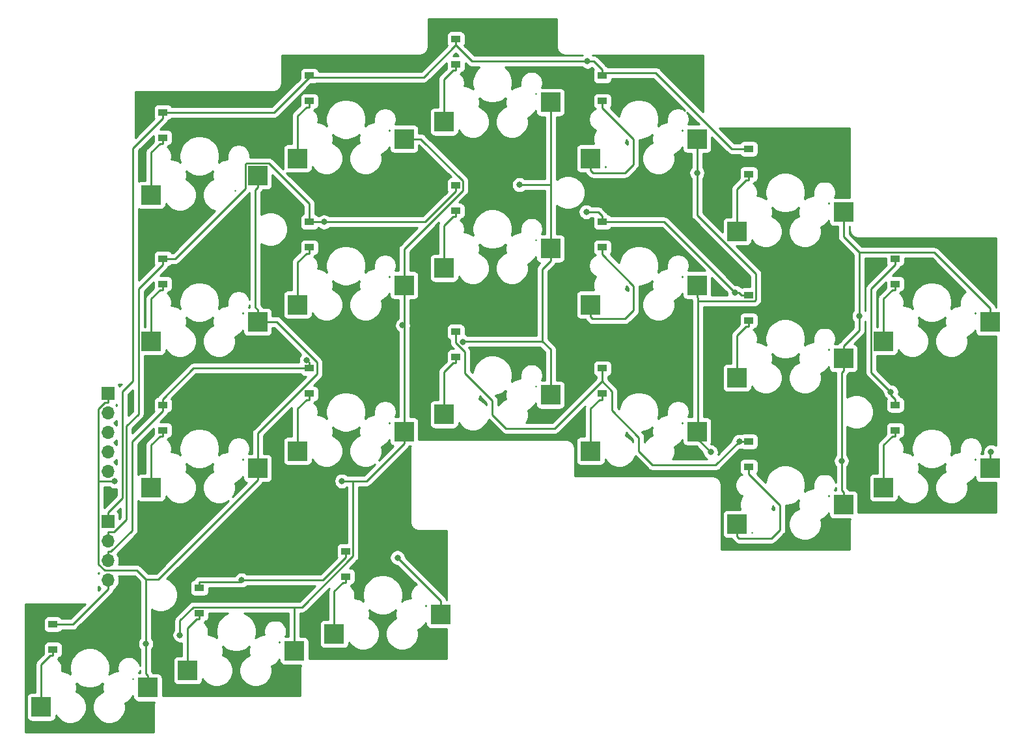
<source format=gbl>
G04 #@! TF.GenerationSoftware,KiCad,Pcbnew,5.1.10-88a1d61d58~88~ubuntu18.04.1*
G04 #@! TF.CreationDate,2021-07-26T22:38:52+03:00*
G04 #@! TF.ProjectId,pcb,7063622e-6b69-4636-9164-5f7063625858,rev?*
G04 #@! TF.SameCoordinates,Original*
G04 #@! TF.FileFunction,Copper,L2,Bot*
G04 #@! TF.FilePolarity,Positive*
%FSLAX46Y46*%
G04 Gerber Fmt 4.6, Leading zero omitted, Abs format (unit mm)*
G04 Created by KiCad (PCBNEW 5.1.10-88a1d61d58~88~ubuntu18.04.1) date 2021-07-26 22:38:52*
%MOMM*%
%LPD*%
G01*
G04 APERTURE LIST*
G04 #@! TA.AperFunction,SMDPad,CuDef*
%ADD10R,2.550000X2.500000*%
G04 #@! TD*
G04 #@! TA.AperFunction,ComponentPad*
%ADD11O,1.700000X1.700000*%
G04 #@! TD*
G04 #@! TA.AperFunction,ComponentPad*
%ADD12R,1.700000X1.700000*%
G04 #@! TD*
G04 #@! TA.AperFunction,SMDPad,CuDef*
%ADD13R,1.200000X0.900000*%
G04 #@! TD*
G04 #@! TA.AperFunction,ViaPad*
%ADD14C,0.800000*%
G04 #@! TD*
G04 #@! TA.AperFunction,Conductor*
%ADD15C,0.250000*%
G04 #@! TD*
G04 #@! TA.AperFunction,NonConductor*
%ADD16C,0.254000*%
G04 #@! TD*
G04 #@! TA.AperFunction,NonConductor*
%ADD17C,0.100000*%
G04 #@! TD*
G04 APERTURE END LIST*
D10*
X117098000Y45085000D03*
X103248000Y42545000D03*
X98047500Y21272500D03*
X84197500Y18732500D03*
X98047500Y40322500D03*
X84197500Y37782500D03*
X98047500Y59372500D03*
X84197500Y56832500D03*
X117098000Y26035000D03*
X103248000Y23495000D03*
X78997500Y30797500D03*
X65147500Y28257500D03*
X78997500Y49847500D03*
X65147500Y47307500D03*
X78997500Y68897500D03*
X65147500Y66357500D03*
X45660000Y6985000D03*
X31810000Y4445000D03*
X59947500Y35560000D03*
X46097500Y33020000D03*
X59947500Y54610000D03*
X46097500Y52070000D03*
X59947500Y73660000D03*
X46097500Y71120000D03*
X26610000Y2222500D03*
X12760000Y-317500D03*
X40897500Y30797500D03*
X27047500Y28257500D03*
X40897500Y49847500D03*
X27047500Y47307500D03*
X40897500Y68897500D03*
X27047500Y66357500D03*
X7560000Y-2540000D03*
X-6290000Y-5080000D03*
X21847500Y26035000D03*
X7997500Y23495000D03*
X21847500Y45085000D03*
X7997500Y42545000D03*
X21847500Y64135000D03*
X7997500Y61595000D03*
D11*
X2381300Y11430000D03*
X2381300Y13970000D03*
X2381300Y16510000D03*
D12*
X2381300Y19050000D03*
D11*
X2381300Y25558800D03*
X2381300Y28098800D03*
X2381300Y30638800D03*
X2381300Y33178800D03*
D12*
X2381300Y35718800D03*
D13*
X104775000Y50006200D03*
X104775000Y53306200D03*
X85725000Y26193800D03*
X85725000Y29493800D03*
X85725000Y45243800D03*
X85725000Y48543800D03*
X85725000Y64293800D03*
X85725000Y67593800D03*
X104775000Y30956200D03*
X104775000Y34256200D03*
X66675000Y35718800D03*
X66675000Y39018800D03*
X66675000Y54768800D03*
X66675000Y58068800D03*
X66675000Y73818800D03*
X66675000Y77118800D03*
X33337500Y11906200D03*
X33337500Y15206200D03*
X47625000Y40481200D03*
X47625000Y43781200D03*
X47625000Y59531200D03*
X47625000Y62831200D03*
X47625000Y78581200D03*
X47625000Y81881200D03*
X14287500Y7143800D03*
X14287500Y10443800D03*
X28575000Y35718800D03*
X28575000Y39018800D03*
X28575000Y54768800D03*
X28575000Y58068800D03*
X28575000Y73818800D03*
X28575000Y77118800D03*
X-4762500Y2381300D03*
X-4762500Y5681300D03*
X9525000Y30956200D03*
X9525000Y34256200D03*
X9525000Y50006200D03*
X9525000Y53306200D03*
X9525000Y69056200D03*
X9525000Y72356200D03*
D14*
X64747200Y78993200D03*
X64592300Y59389000D03*
X83916300Y48895500D03*
X30496900Y58068800D03*
X28229500Y40088900D03*
X84499700Y29493800D03*
X19757000Y11451800D03*
X104202100Y35946000D03*
X97777700Y26969100D03*
X100101600Y45828600D03*
X117235000Y28136900D03*
X80762000Y28121300D03*
X78997500Y64463500D03*
X48560800Y42459100D03*
X55911800Y62931900D03*
X40049500Y14370200D03*
X11750500Y4288100D03*
X32817600Y24336300D03*
X40710700Y44632000D03*
X7293500Y3156700D03*
X3206300Y24329800D03*
D15*
X9525000Y72356200D02*
X9525000Y71580900D01*
X9525000Y71580900D02*
X5638400Y67694300D01*
X5638400Y67694300D02*
X5638400Y37349100D01*
X5638400Y37349100D02*
X4298200Y36008900D01*
X4298200Y36008900D02*
X4298200Y22142200D01*
X4298200Y22142200D02*
X2381300Y20225300D01*
X9525000Y72356200D02*
X24006200Y72356200D01*
X24006200Y72356200D02*
X28575000Y76925000D01*
X2381300Y19050000D02*
X2381300Y20225300D01*
X64747200Y78993200D02*
X49737700Y78993200D01*
X49737700Y78993200D02*
X47625000Y81105900D01*
X66675000Y77506500D02*
X73616200Y77506500D01*
X73616200Y77506500D02*
X83528900Y67593800D01*
X83528900Y67593800D02*
X85725000Y67593800D01*
X66675000Y77506500D02*
X66675000Y77894100D01*
X66675000Y77118800D02*
X66675000Y77506500D01*
X64747200Y78993200D02*
X65575900Y78993200D01*
X65575900Y78993200D02*
X66675000Y77894100D01*
X28575000Y76925000D02*
X43444100Y76925000D01*
X43444100Y76925000D02*
X47625000Y81105900D01*
X47625000Y81881200D02*
X47625000Y81105900D01*
X28575000Y77118800D02*
X28575000Y76925000D01*
X66675000Y58068800D02*
X66675000Y58844100D01*
X64592300Y59389000D02*
X66130100Y59389000D01*
X66130100Y59389000D02*
X66675000Y58844100D01*
X2381300Y17685300D02*
X3176700Y17685300D01*
X3176700Y17685300D02*
X4796400Y19305000D01*
X4796400Y19305000D02*
X4796400Y31515000D01*
X4796400Y31515000D02*
X6344200Y33062800D01*
X6344200Y33062800D02*
X6344200Y49350100D01*
X6344200Y49350100D02*
X9525000Y52530900D01*
X83916300Y48895500D02*
X74743000Y58068800D01*
X74743000Y58068800D02*
X66675000Y58068800D01*
X83916300Y48895500D02*
X84448000Y48895500D01*
X84448000Y48895500D02*
X84799700Y48543800D01*
X85725000Y48543800D02*
X84799700Y48543800D01*
X28575000Y58068800D02*
X28575000Y60466000D01*
X28575000Y60466000D02*
X23330600Y65710400D01*
X23330600Y65710400D02*
X20358600Y65710400D01*
X20358600Y65710400D02*
X20244300Y65596100D01*
X20244300Y65596100D02*
X20244300Y62402500D01*
X20244300Y62402500D02*
X11148000Y53306200D01*
X11148000Y53306200D02*
X9525000Y53306200D01*
X28575000Y58068800D02*
X30496900Y58068800D01*
X9525000Y53306200D02*
X9525000Y52530900D01*
X2381300Y16510000D02*
X2381300Y17685300D01*
X47625000Y62831200D02*
X47625000Y62055900D01*
X30496900Y58068800D02*
X43637900Y58068800D01*
X43637900Y58068800D02*
X47625000Y62055900D01*
X47625000Y43005900D02*
X47625000Y42369200D01*
X47625000Y42369200D02*
X48793300Y41200900D01*
X48793300Y41200900D02*
X48793300Y38395300D01*
X48793300Y38395300D02*
X52387600Y34801000D01*
X52387600Y34801000D02*
X52387600Y32972200D01*
X52387600Y32972200D02*
X54168600Y31191200D01*
X54168600Y31191200D02*
X60499000Y31191200D01*
X60499000Y31191200D02*
X66634900Y37327100D01*
X28575000Y39018800D02*
X28575000Y39794100D01*
X28229500Y40088900D02*
X28524300Y39794100D01*
X28524300Y39794100D02*
X28575000Y39794100D01*
X9525000Y34256200D02*
X9525000Y35031500D01*
X28575000Y39018800D02*
X13512300Y39018800D01*
X13512300Y39018800D02*
X9525000Y35031500D01*
X66634900Y37327100D02*
X66675000Y37367200D01*
X66675000Y37367200D02*
X66675000Y38243500D01*
X66634900Y37327100D02*
X67919000Y36043000D01*
X67919000Y36043000D02*
X67919000Y33557100D01*
X67919000Y33557100D02*
X71437600Y30038500D01*
X71437600Y30038500D02*
X71437600Y28209700D01*
X71437600Y28209700D02*
X73216800Y26430500D01*
X73216800Y26430500D02*
X81436400Y26430500D01*
X81436400Y26430500D02*
X84499700Y29493800D01*
X84799700Y29493800D02*
X84499700Y29493800D01*
X85725000Y29493800D02*
X84799700Y29493800D01*
X47625000Y43781200D02*
X47625000Y43005900D01*
X9525000Y34256200D02*
X9525000Y33480900D01*
X66675000Y39018800D02*
X66675000Y38243500D01*
X2381300Y15145300D02*
X2748700Y15145300D01*
X2748700Y15145300D02*
X5512700Y17909300D01*
X5512700Y17909300D02*
X5512700Y29468600D01*
X5512700Y29468600D02*
X9525000Y33480900D01*
X2381300Y13970000D02*
X2381300Y15145300D01*
X14287500Y10443800D02*
X14287500Y11219100D01*
X19757000Y11451800D02*
X30358400Y11451800D01*
X30358400Y11451800D02*
X33337500Y14430900D01*
X14287500Y11219100D02*
X19524300Y11219100D01*
X19524300Y11219100D02*
X19757000Y11451800D01*
X33337500Y15206200D02*
X33337500Y14430900D01*
X104202100Y35946000D02*
X101647600Y38500500D01*
X101647600Y38500500D02*
X101647600Y49403500D01*
X101647600Y49403500D02*
X104775000Y52530900D01*
X104202100Y35946000D02*
X104202100Y35604400D01*
X104202100Y35604400D02*
X104775000Y35031500D01*
X104775000Y34256200D02*
X104775000Y35031500D01*
X104775000Y53306200D02*
X104775000Y52530900D01*
X2381300Y11430000D02*
X2381300Y10254700D01*
X2381300Y10254700D02*
X-2192100Y5681300D01*
X-2192100Y5681300D02*
X-4762500Y5681300D01*
X9525000Y69056200D02*
X9525000Y68280900D01*
X9525000Y68280900D02*
X9137300Y68280900D01*
X9137300Y68280900D02*
X7997500Y67141100D01*
X7997500Y67141100D02*
X7997500Y61595000D01*
X9525000Y50006200D02*
X9525000Y49230900D01*
X9525000Y49230900D02*
X9137300Y49230900D01*
X9137300Y49230900D02*
X7997500Y48091100D01*
X7997500Y48091100D02*
X7997500Y42545000D01*
X9525000Y30956200D02*
X9525000Y30180900D01*
X9525000Y30180900D02*
X9137400Y30180900D01*
X9137400Y30180900D02*
X7997500Y29041000D01*
X7997500Y29041000D02*
X7997500Y23495000D01*
X-4762500Y2381300D02*
X-4762500Y1606000D01*
X-4762500Y1606000D02*
X-5150200Y1606000D01*
X-5150200Y1606000D02*
X-6290000Y466200D01*
X-6290000Y466200D02*
X-6290000Y-5080000D01*
X28575000Y73818800D02*
X28575000Y73043500D01*
X28575000Y73043500D02*
X28187300Y73043500D01*
X28187300Y73043500D02*
X27047500Y71903700D01*
X27047500Y71903700D02*
X27047500Y66357500D01*
X28575000Y54768800D02*
X28575000Y53993500D01*
X28575000Y53993500D02*
X28187400Y53993500D01*
X28187400Y53993500D02*
X27047500Y52853600D01*
X27047500Y52853600D02*
X27047500Y47307500D01*
X28575000Y35718800D02*
X28575000Y34943500D01*
X28575000Y34943500D02*
X28187300Y34943500D01*
X28187300Y34943500D02*
X27047500Y33803700D01*
X27047500Y33803700D02*
X27047500Y28257500D01*
X14287500Y7143800D02*
X14287500Y6368500D01*
X14287500Y6368500D02*
X13899800Y6368500D01*
X13899800Y6368500D02*
X12760000Y5228700D01*
X12760000Y5228700D02*
X12760000Y-317500D01*
X47625000Y78581200D02*
X47625000Y77805900D01*
X47625000Y77805900D02*
X47237300Y77805900D01*
X47237300Y77805900D02*
X46097500Y76666100D01*
X46097500Y76666100D02*
X46097500Y71120000D01*
X47625000Y59531200D02*
X47625000Y58755900D01*
X47625000Y58755900D02*
X47237300Y58755900D01*
X47237300Y58755900D02*
X46097500Y57616100D01*
X46097500Y57616100D02*
X46097500Y52070000D01*
X47625000Y40481200D02*
X47625000Y39705900D01*
X47625000Y39705900D02*
X47237300Y39705900D01*
X47237300Y39705900D02*
X46097500Y38566100D01*
X46097500Y38566100D02*
X46097500Y33020000D01*
X33337500Y11906200D02*
X33337500Y11130900D01*
X33337500Y11130900D02*
X32949800Y11130900D01*
X32949800Y11130900D02*
X31810000Y9991100D01*
X31810000Y9991100D02*
X31810000Y4445000D01*
X65147500Y66357500D02*
X65147500Y64782200D01*
X66675000Y73818800D02*
X66675000Y72901100D01*
X66675000Y72901100D02*
X70729900Y68846200D01*
X70729900Y68846200D02*
X70729900Y65578200D01*
X70729900Y65578200D02*
X69642200Y64490500D01*
X69642200Y64490500D02*
X65439200Y64490500D01*
X65439200Y64490500D02*
X65147500Y64782200D01*
X65147500Y47307500D02*
X65147500Y45732200D01*
X66675000Y54768800D02*
X66675000Y53851100D01*
X66675000Y53851100D02*
X70768000Y49758100D01*
X70768000Y49758100D02*
X70768000Y46595900D01*
X70768000Y46595900D02*
X69630100Y45458000D01*
X69630100Y45458000D02*
X65421700Y45458000D01*
X65421700Y45458000D02*
X65147500Y45732200D01*
X66675000Y35718800D02*
X66675000Y34943500D01*
X66675000Y34943500D02*
X66287400Y34943500D01*
X66287400Y34943500D02*
X65147500Y33803600D01*
X65147500Y33803600D02*
X65147500Y28257500D01*
X104775000Y30956200D02*
X104775000Y30180900D01*
X104775000Y30180900D02*
X104387300Y30180900D01*
X104387300Y30180900D02*
X103248000Y29041600D01*
X103248000Y29041600D02*
X103248000Y23495000D01*
X85725000Y64293800D02*
X85725000Y63518500D01*
X85725000Y63518500D02*
X85337300Y63518500D01*
X85337300Y63518500D02*
X84197500Y62378700D01*
X84197500Y62378700D02*
X84197500Y56832500D01*
X85725000Y45243800D02*
X85725000Y44468500D01*
X85725000Y44468500D02*
X85337400Y44468500D01*
X85337400Y44468500D02*
X84197500Y43328600D01*
X84197500Y43328600D02*
X84197500Y37782500D01*
X84197500Y18732500D02*
X84197500Y17157200D01*
X85725000Y26193800D02*
X85725000Y25276100D01*
X85725000Y25276100D02*
X89796600Y21204500D01*
X89796600Y21204500D02*
X89796600Y17993900D01*
X89796600Y17993900D02*
X88677100Y16874400D01*
X88677100Y16874400D02*
X84480300Y16874400D01*
X84480300Y16874400D02*
X84197500Y17157200D01*
X104775000Y50006200D02*
X104775000Y49230900D01*
X104775000Y49230900D02*
X104387300Y49230900D01*
X104387300Y49230900D02*
X103248000Y48091600D01*
X103248000Y48091600D02*
X103248000Y42545000D01*
X98047500Y40322500D02*
X98047500Y41897800D01*
X100101600Y45828600D02*
X100101600Y43951900D01*
X100101600Y43951900D02*
X98047500Y41897800D01*
X100101600Y54097300D02*
X100101600Y45828600D01*
X97777700Y26969100D02*
X97777700Y23117600D01*
X97777700Y23117600D02*
X98047500Y22847800D01*
X98047500Y38747200D02*
X97777700Y38477400D01*
X97777700Y38477400D02*
X97777700Y26969100D01*
X98047500Y40322500D02*
X98047500Y38747200D01*
X98047500Y21272500D02*
X98047500Y22847800D01*
X100101600Y54097300D02*
X109868800Y54097300D01*
X109868800Y54097300D02*
X117098000Y46868100D01*
X117098000Y46868100D02*
X117098000Y45085000D01*
X98047500Y59372500D02*
X98047500Y56151400D01*
X98047500Y56151400D02*
X100101600Y54097300D01*
X117235000Y28136900D02*
X117098000Y27999900D01*
X117098000Y27999900D02*
X117098000Y26035000D01*
X79102600Y47768400D02*
X79102600Y30797500D01*
X78997500Y48272200D02*
X79102600Y48167100D01*
X79102600Y48167100D02*
X79102600Y47768400D01*
X78997500Y64463500D02*
X78997500Y58988800D01*
X78997500Y58988800D02*
X86665200Y51321100D01*
X86665200Y51321100D02*
X86665200Y47950600D01*
X86665200Y47950600D02*
X86483000Y47768400D01*
X86483000Y47768400D02*
X79102600Y47768400D01*
X78997500Y68897500D02*
X78997500Y64463500D01*
X78997500Y49847500D02*
X78997500Y48272200D01*
X79102600Y30797500D02*
X79102600Y29780700D01*
X79102600Y29780700D02*
X80762000Y28121300D01*
X78997500Y30797500D02*
X79102600Y30797500D01*
X58872600Y42562800D02*
X48664500Y42562800D01*
X48664500Y42562800D02*
X48560800Y42459100D01*
X59947500Y54610000D02*
X59947500Y53034700D01*
X58872600Y42562800D02*
X58872600Y51959800D01*
X58872600Y51959800D02*
X59947500Y53034700D01*
X58872600Y42562800D02*
X59947500Y41487900D01*
X59947500Y41487900D02*
X59947500Y35560000D01*
X45660000Y6985000D02*
X45660000Y8759700D01*
X45660000Y8759700D02*
X40049500Y14370200D01*
X59947500Y62931900D02*
X55911800Y62931900D01*
X59947500Y62931900D02*
X59947500Y73660000D01*
X59947500Y54610000D02*
X59947500Y62931900D01*
X26610000Y7924300D02*
X26610000Y2222500D01*
X34269500Y24336300D02*
X34269500Y14566600D01*
X34269500Y14566600D02*
X27627200Y7924300D01*
X27627200Y7924300D02*
X26610000Y7924300D01*
X26610000Y7924300D02*
X13484400Y7924300D01*
X13484400Y7924300D02*
X11750500Y6190400D01*
X11750500Y6190400D02*
X11750500Y4288100D01*
X40897500Y30797500D02*
X40897500Y29222200D01*
X34269500Y24336300D02*
X32817600Y24336300D01*
X40897500Y29222200D02*
X36011600Y24336300D01*
X36011600Y24336300D02*
X34269500Y24336300D01*
X40897500Y44632000D02*
X40897500Y30797500D01*
X40897500Y49847500D02*
X40897500Y44632000D01*
X40897500Y44632000D02*
X40710700Y44632000D01*
X40897500Y49847500D02*
X40897500Y54532000D01*
X40897500Y54532000D02*
X48550400Y62184900D01*
X48550400Y62184900D02*
X48550400Y63428900D01*
X48550400Y63428900D02*
X43081800Y68897500D01*
X43081800Y68897500D02*
X40897500Y68897500D01*
X1155000Y24329800D02*
X3206300Y24329800D01*
X1155000Y24329800D02*
X1155000Y13486700D01*
X1155000Y13486700D02*
X1941700Y12700000D01*
X1941700Y12700000D02*
X6164600Y12700000D01*
X6164600Y12700000D02*
X7293500Y11571100D01*
X2381300Y34543500D02*
X2014000Y34543500D01*
X2014000Y34543500D02*
X1155000Y33684500D01*
X1155000Y33684500D02*
X1155000Y24329800D01*
X7293500Y3156700D02*
X7293500Y-698200D01*
X7293500Y-698200D02*
X7560000Y-964700D01*
X7293500Y11571100D02*
X7293500Y3156700D01*
X7560000Y-2540000D02*
X7560000Y-964700D01*
X7293500Y11571100D02*
X8958900Y11571100D01*
X8958900Y11571100D02*
X21847500Y24459700D01*
X2381300Y35718800D02*
X2381300Y34543500D01*
X21847500Y45085000D02*
X21847500Y46660300D01*
X21847500Y46660300D02*
X21571500Y46936300D01*
X21571500Y46936300D02*
X21571500Y62283700D01*
X21571500Y62283700D02*
X21847500Y62559700D01*
X21847500Y26035000D02*
X21847500Y30560100D01*
X21847500Y30560100D02*
X29558400Y38271000D01*
X29558400Y38271000D02*
X29558400Y39846200D01*
X29558400Y39846200D02*
X24319600Y45085000D01*
X24319600Y45085000D02*
X21847500Y45085000D01*
X21847500Y64135000D02*
X21847500Y62559700D01*
X21847500Y26035000D02*
X21847500Y24459700D01*
D16*
X6533500Y11256298D02*
X6533501Y3860412D01*
X6489563Y3816474D01*
X6376295Y3646956D01*
X6298274Y3458598D01*
X6258500Y3258639D01*
X6258500Y3054761D01*
X6298274Y2854802D01*
X6376295Y2666444D01*
X6489563Y2496926D01*
X6533500Y2452989D01*
X6533501Y309231D01*
X6508798Y433421D01*
X6396788Y703838D01*
X6234174Y947206D01*
X6027206Y1154174D01*
X5783838Y1316788D01*
X5513421Y1428798D01*
X5226348Y1485900D01*
X4933652Y1485900D01*
X4646579Y1428798D01*
X4376162Y1316788D01*
X4132794Y1154174D01*
X3925826Y947206D01*
X3763212Y703838D01*
X3651202Y433421D01*
X3594100Y146348D01*
X3594100Y-146348D01*
X3645549Y-405000D01*
X3599721Y-405000D01*
X3187244Y-487047D01*
X2798698Y-647988D01*
X2492292Y-852721D01*
X2527873Y-766822D01*
X2628900Y-258924D01*
X2628900Y258924D01*
X2527873Y766822D01*
X2329701Y1245251D01*
X2042000Y1675826D01*
X1675826Y2042000D01*
X1245251Y2329701D01*
X766822Y2527873D01*
X258924Y2628900D01*
X-258924Y2628900D01*
X-766822Y2527873D01*
X-1245251Y2329701D01*
X-1675826Y2042000D01*
X-2042000Y1675826D01*
X-2329701Y1245251D01*
X-2527873Y766822D01*
X-2628900Y258924D01*
X-2628900Y-258924D01*
X-2527873Y-766822D01*
X-2492292Y-852721D01*
X-2798698Y-647988D01*
X-3187244Y-487047D01*
X-3599721Y-405000D01*
X-3645549Y-405000D01*
X-3594100Y-146348D01*
X-3594100Y146348D01*
X-3651202Y433421D01*
X-3763212Y703838D01*
X-3925826Y947206D01*
X-4132794Y1154174D01*
X-4143994Y1161658D01*
X-4127526Y1181724D01*
X-4062670Y1303060D01*
X-4038018Y1305488D01*
X-3918320Y1341798D01*
X-3808006Y1400763D01*
X-3711315Y1480115D01*
X-3631963Y1576806D01*
X-3572998Y1687120D01*
X-3536688Y1806818D01*
X-3524428Y1931300D01*
X-3524428Y2831300D01*
X-3536688Y2955782D01*
X-3572998Y3075480D01*
X-3631963Y3185794D01*
X-3711315Y3282485D01*
X-3808006Y3361837D01*
X-3918320Y3420802D01*
X-4038018Y3457112D01*
X-4162500Y3469372D01*
X-5362500Y3469372D01*
X-5486982Y3457112D01*
X-5606680Y3420802D01*
X-5716994Y3361837D01*
X-5813685Y3282485D01*
X-5893037Y3185794D01*
X-5952002Y3075480D01*
X-5988312Y2955782D01*
X-6000572Y2831300D01*
X-6000572Y1931300D01*
X-5991528Y1839474D01*
X-6800998Y1030004D01*
X-6830001Y1006201D01*
X-6873956Y952641D01*
X-6924974Y890476D01*
X-6987763Y773007D01*
X-6995546Y758446D01*
X-7039003Y615185D01*
X-7050000Y503532D01*
X-7050000Y503522D01*
X-7053676Y466200D01*
X-7050000Y428877D01*
X-7049999Y-3191928D01*
X-7565000Y-3191928D01*
X-7689482Y-3204188D01*
X-7809180Y-3240498D01*
X-7919494Y-3299463D01*
X-8016185Y-3378815D01*
X-8095537Y-3475506D01*
X-8154502Y-3585820D01*
X-8190812Y-3705518D01*
X-8203072Y-3830000D01*
X-8203072Y-6330000D01*
X-8190812Y-6454482D01*
X-8154502Y-6574180D01*
X-8095537Y-6684494D01*
X-8016185Y-6781185D01*
X-7919494Y-6860537D01*
X-7809180Y-6919502D01*
X-7689482Y-6955812D01*
X-7565000Y-6968072D01*
X-5015000Y-6968072D01*
X-4890518Y-6955812D01*
X-4770820Y-6919502D01*
X-4660506Y-6860537D01*
X-4563815Y-6781185D01*
X-4484463Y-6684494D01*
X-4425498Y-6574180D01*
X-4389188Y-6454482D01*
X-4376928Y-6330000D01*
X-4376928Y-6173741D01*
X-4198363Y-6440983D01*
X-3900983Y-6738363D01*
X-3551302Y-6972012D01*
X-3162756Y-7132953D01*
X-2750279Y-7215000D01*
X-2329721Y-7215000D01*
X-1917244Y-7132953D01*
X-1528698Y-6972012D01*
X-1179017Y-6738363D01*
X-881637Y-6440983D01*
X-647988Y-6091302D01*
X-487047Y-5702756D01*
X-405000Y-5290279D01*
X-405000Y-4869721D01*
X-487047Y-4457244D01*
X-647988Y-4068698D01*
X-881637Y-3719017D01*
X-1179017Y-3421637D01*
X-1528698Y-3187988D01*
X-1744302Y-3098682D01*
X-1675000Y-2750279D01*
X-1675000Y-2329721D01*
X-1746237Y-1971589D01*
X-1675826Y-2042000D01*
X-1245251Y-2329701D01*
X-766822Y-2527873D01*
X-258924Y-2628900D01*
X258924Y-2628900D01*
X766822Y-2527873D01*
X1245251Y-2329701D01*
X1675826Y-2042000D01*
X1746237Y-1971589D01*
X1675000Y-2329721D01*
X1675000Y-2750279D01*
X1744302Y-3098682D01*
X1528698Y-3187988D01*
X1179017Y-3421637D01*
X881637Y-3719017D01*
X647988Y-4068698D01*
X487047Y-4457244D01*
X405000Y-4869721D01*
X405000Y-5290279D01*
X487047Y-5702756D01*
X647988Y-6091302D01*
X881637Y-6440983D01*
X1179017Y-6738363D01*
X1528698Y-6972012D01*
X1917244Y-7132953D01*
X2329721Y-7215000D01*
X2750279Y-7215000D01*
X3162756Y-7132953D01*
X3551302Y-6972012D01*
X3900983Y-6738363D01*
X4198363Y-6440983D01*
X4432012Y-6091302D01*
X4592953Y-5702756D01*
X4675000Y-5290279D01*
X4675000Y-4869721D01*
X4605698Y-4521318D01*
X4821302Y-4432012D01*
X5170983Y-4198363D01*
X5468363Y-3900983D01*
X5646928Y-3633741D01*
X5646928Y-3790000D01*
X5659188Y-3914482D01*
X5695498Y-4034180D01*
X5754463Y-4144494D01*
X5833815Y-4241185D01*
X5930506Y-4320537D01*
X6040820Y-4379502D01*
X6160518Y-4415812D01*
X6285000Y-4428072D01*
X8397298Y-4428072D01*
X8396068Y-4432895D01*
X8392758Y-4443082D01*
X8390646Y-4452707D01*
X8387882Y-4462089D01*
X8385689Y-4473596D01*
X8382793Y-4484951D01*
X8381011Y-4496626D01*
X8378769Y-4506841D01*
X8377155Y-4511166D01*
X8375263Y-4522824D01*
X8372669Y-4534646D01*
X8372576Y-4539375D01*
X8370875Y-4549853D01*
X8368161Y-4561750D01*
X8366721Y-4573101D01*
X8364581Y-4584330D01*
X8363702Y-4594046D01*
X8362136Y-4603696D01*
X8361444Y-4614714D01*
X8360052Y-4625688D01*
X8359698Y-4638319D01*
X8356138Y-4677689D01*
X8356705Y-4683005D01*
X8356257Y-4686470D01*
X8355935Y-4697093D01*
X8354991Y-4706678D01*
X8354991Y-4717422D01*
X8354314Y-4728198D01*
X8354680Y-4738511D01*
X8354337Y-4749814D01*
X8354991Y-4759434D01*
X8354990Y-8354970D01*
X-8354970Y-8354991D01*
X-8354991Y8354970D01*
X-593212Y8354989D01*
X-2506901Y6441300D01*
X-3608180Y6441300D01*
X-3631963Y6485794D01*
X-3711315Y6582485D01*
X-3808006Y6661837D01*
X-3918320Y6720802D01*
X-4038018Y6757112D01*
X-4162500Y6769372D01*
X-5362500Y6769372D01*
X-5486982Y6757112D01*
X-5606680Y6720802D01*
X-5716994Y6661837D01*
X-5813685Y6582485D01*
X-5893037Y6485794D01*
X-5952002Y6375480D01*
X-5988312Y6255782D01*
X-6000572Y6131300D01*
X-6000572Y5231300D01*
X-5988312Y5106818D01*
X-5952002Y4987120D01*
X-5893037Y4876806D01*
X-5813685Y4780115D01*
X-5716994Y4700763D01*
X-5606680Y4641798D01*
X-5486982Y4605488D01*
X-5362500Y4593228D01*
X-4162500Y4593228D01*
X-4038018Y4605488D01*
X-3918320Y4641798D01*
X-3808006Y4700763D01*
X-3711315Y4780115D01*
X-3631963Y4876806D01*
X-3608180Y4921300D01*
X-2229422Y4921300D01*
X-2192100Y4917624D01*
X-2154778Y4921300D01*
X-2154767Y4921300D01*
X-2043114Y4932297D01*
X-1899853Y4975754D01*
X-1767824Y5046326D01*
X-1652099Y5141299D01*
X-1628296Y5170303D01*
X2892303Y9690901D01*
X2921301Y9714699D01*
X3016274Y9830424D01*
X3086846Y9962453D01*
X3130303Y10105714D01*
X3134389Y10147204D01*
X3327932Y10276525D01*
X3534775Y10483368D01*
X3697290Y10726589D01*
X3809232Y10996842D01*
X3866300Y11283740D01*
X3866300Y11576260D01*
X3809232Y11863158D01*
X3777403Y11940000D01*
X5849799Y11940000D01*
X6533500Y11256298D01*
G04 #@! TA.AperFunction,NonConductor*
D17*
G36*
X6533500Y11256298D02*
G01*
X6533501Y3860412D01*
X6489563Y3816474D01*
X6376295Y3646956D01*
X6298274Y3458598D01*
X6258500Y3258639D01*
X6258500Y3054761D01*
X6298274Y2854802D01*
X6376295Y2666444D01*
X6489563Y2496926D01*
X6533500Y2452989D01*
X6533501Y309231D01*
X6508798Y433421D01*
X6396788Y703838D01*
X6234174Y947206D01*
X6027206Y1154174D01*
X5783838Y1316788D01*
X5513421Y1428798D01*
X5226348Y1485900D01*
X4933652Y1485900D01*
X4646579Y1428798D01*
X4376162Y1316788D01*
X4132794Y1154174D01*
X3925826Y947206D01*
X3763212Y703838D01*
X3651202Y433421D01*
X3594100Y146348D01*
X3594100Y-146348D01*
X3645549Y-405000D01*
X3599721Y-405000D01*
X3187244Y-487047D01*
X2798698Y-647988D01*
X2492292Y-852721D01*
X2527873Y-766822D01*
X2628900Y-258924D01*
X2628900Y258924D01*
X2527873Y766822D01*
X2329701Y1245251D01*
X2042000Y1675826D01*
X1675826Y2042000D01*
X1245251Y2329701D01*
X766822Y2527873D01*
X258924Y2628900D01*
X-258924Y2628900D01*
X-766822Y2527873D01*
X-1245251Y2329701D01*
X-1675826Y2042000D01*
X-2042000Y1675826D01*
X-2329701Y1245251D01*
X-2527873Y766822D01*
X-2628900Y258924D01*
X-2628900Y-258924D01*
X-2527873Y-766822D01*
X-2492292Y-852721D01*
X-2798698Y-647988D01*
X-3187244Y-487047D01*
X-3599721Y-405000D01*
X-3645549Y-405000D01*
X-3594100Y-146348D01*
X-3594100Y146348D01*
X-3651202Y433421D01*
X-3763212Y703838D01*
X-3925826Y947206D01*
X-4132794Y1154174D01*
X-4143994Y1161658D01*
X-4127526Y1181724D01*
X-4062670Y1303060D01*
X-4038018Y1305488D01*
X-3918320Y1341798D01*
X-3808006Y1400763D01*
X-3711315Y1480115D01*
X-3631963Y1576806D01*
X-3572998Y1687120D01*
X-3536688Y1806818D01*
X-3524428Y1931300D01*
X-3524428Y2831300D01*
X-3536688Y2955782D01*
X-3572998Y3075480D01*
X-3631963Y3185794D01*
X-3711315Y3282485D01*
X-3808006Y3361837D01*
X-3918320Y3420802D01*
X-4038018Y3457112D01*
X-4162500Y3469372D01*
X-5362500Y3469372D01*
X-5486982Y3457112D01*
X-5606680Y3420802D01*
X-5716994Y3361837D01*
X-5813685Y3282485D01*
X-5893037Y3185794D01*
X-5952002Y3075480D01*
X-5988312Y2955782D01*
X-6000572Y2831300D01*
X-6000572Y1931300D01*
X-5991528Y1839474D01*
X-6800998Y1030004D01*
X-6830001Y1006201D01*
X-6873956Y952641D01*
X-6924974Y890476D01*
X-6987763Y773007D01*
X-6995546Y758446D01*
X-7039003Y615185D01*
X-7050000Y503532D01*
X-7050000Y503522D01*
X-7053676Y466200D01*
X-7050000Y428877D01*
X-7049999Y-3191928D01*
X-7565000Y-3191928D01*
X-7689482Y-3204188D01*
X-7809180Y-3240498D01*
X-7919494Y-3299463D01*
X-8016185Y-3378815D01*
X-8095537Y-3475506D01*
X-8154502Y-3585820D01*
X-8190812Y-3705518D01*
X-8203072Y-3830000D01*
X-8203072Y-6330000D01*
X-8190812Y-6454482D01*
X-8154502Y-6574180D01*
X-8095537Y-6684494D01*
X-8016185Y-6781185D01*
X-7919494Y-6860537D01*
X-7809180Y-6919502D01*
X-7689482Y-6955812D01*
X-7565000Y-6968072D01*
X-5015000Y-6968072D01*
X-4890518Y-6955812D01*
X-4770820Y-6919502D01*
X-4660506Y-6860537D01*
X-4563815Y-6781185D01*
X-4484463Y-6684494D01*
X-4425498Y-6574180D01*
X-4389188Y-6454482D01*
X-4376928Y-6330000D01*
X-4376928Y-6173741D01*
X-4198363Y-6440983D01*
X-3900983Y-6738363D01*
X-3551302Y-6972012D01*
X-3162756Y-7132953D01*
X-2750279Y-7215000D01*
X-2329721Y-7215000D01*
X-1917244Y-7132953D01*
X-1528698Y-6972012D01*
X-1179017Y-6738363D01*
X-881637Y-6440983D01*
X-647988Y-6091302D01*
X-487047Y-5702756D01*
X-405000Y-5290279D01*
X-405000Y-4869721D01*
X-487047Y-4457244D01*
X-647988Y-4068698D01*
X-881637Y-3719017D01*
X-1179017Y-3421637D01*
X-1528698Y-3187988D01*
X-1744302Y-3098682D01*
X-1675000Y-2750279D01*
X-1675000Y-2329721D01*
X-1746237Y-1971589D01*
X-1675826Y-2042000D01*
X-1245251Y-2329701D01*
X-766822Y-2527873D01*
X-258924Y-2628900D01*
X258924Y-2628900D01*
X766822Y-2527873D01*
X1245251Y-2329701D01*
X1675826Y-2042000D01*
X1746237Y-1971589D01*
X1675000Y-2329721D01*
X1675000Y-2750279D01*
X1744302Y-3098682D01*
X1528698Y-3187988D01*
X1179017Y-3421637D01*
X881637Y-3719017D01*
X647988Y-4068698D01*
X487047Y-4457244D01*
X405000Y-4869721D01*
X405000Y-5290279D01*
X487047Y-5702756D01*
X647988Y-6091302D01*
X881637Y-6440983D01*
X1179017Y-6738363D01*
X1528698Y-6972012D01*
X1917244Y-7132953D01*
X2329721Y-7215000D01*
X2750279Y-7215000D01*
X3162756Y-7132953D01*
X3551302Y-6972012D01*
X3900983Y-6738363D01*
X4198363Y-6440983D01*
X4432012Y-6091302D01*
X4592953Y-5702756D01*
X4675000Y-5290279D01*
X4675000Y-4869721D01*
X4605698Y-4521318D01*
X4821302Y-4432012D01*
X5170983Y-4198363D01*
X5468363Y-3900983D01*
X5646928Y-3633741D01*
X5646928Y-3790000D01*
X5659188Y-3914482D01*
X5695498Y-4034180D01*
X5754463Y-4144494D01*
X5833815Y-4241185D01*
X5930506Y-4320537D01*
X6040820Y-4379502D01*
X6160518Y-4415812D01*
X6285000Y-4428072D01*
X8397298Y-4428072D01*
X8396068Y-4432895D01*
X8392758Y-4443082D01*
X8390646Y-4452707D01*
X8387882Y-4462089D01*
X8385689Y-4473596D01*
X8382793Y-4484951D01*
X8381011Y-4496626D01*
X8378769Y-4506841D01*
X8377155Y-4511166D01*
X8375263Y-4522824D01*
X8372669Y-4534646D01*
X8372576Y-4539375D01*
X8370875Y-4549853D01*
X8368161Y-4561750D01*
X8366721Y-4573101D01*
X8364581Y-4584330D01*
X8363702Y-4594046D01*
X8362136Y-4603696D01*
X8361444Y-4614714D01*
X8360052Y-4625688D01*
X8359698Y-4638319D01*
X8356138Y-4677689D01*
X8356705Y-4683005D01*
X8356257Y-4686470D01*
X8355935Y-4697093D01*
X8354991Y-4706678D01*
X8354991Y-4717422D01*
X8354314Y-4728198D01*
X8354680Y-4738511D01*
X8354337Y-4749814D01*
X8354991Y-4759434D01*
X8354990Y-8354970D01*
X-8354970Y-8354991D01*
X-8354991Y8354970D01*
X-593212Y8354989D01*
X-2506901Y6441300D01*
X-3608180Y6441300D01*
X-3631963Y6485794D01*
X-3711315Y6582485D01*
X-3808006Y6661837D01*
X-3918320Y6720802D01*
X-4038018Y6757112D01*
X-4162500Y6769372D01*
X-5362500Y6769372D01*
X-5486982Y6757112D01*
X-5606680Y6720802D01*
X-5716994Y6661837D01*
X-5813685Y6582485D01*
X-5893037Y6485794D01*
X-5952002Y6375480D01*
X-5988312Y6255782D01*
X-6000572Y6131300D01*
X-6000572Y5231300D01*
X-5988312Y5106818D01*
X-5952002Y4987120D01*
X-5893037Y4876806D01*
X-5813685Y4780115D01*
X-5716994Y4700763D01*
X-5606680Y4641798D01*
X-5486982Y4605488D01*
X-5362500Y4593228D01*
X-4162500Y4593228D01*
X-4038018Y4605488D01*
X-3918320Y4641798D01*
X-3808006Y4700763D01*
X-3711315Y4780115D01*
X-3631963Y4876806D01*
X-3608180Y4921300D01*
X-2229422Y4921300D01*
X-2192100Y4917624D01*
X-2154778Y4921300D01*
X-2154767Y4921300D01*
X-2043114Y4932297D01*
X-1899853Y4975754D01*
X-1767824Y5046326D01*
X-1652099Y5141299D01*
X-1628296Y5170303D01*
X2892303Y9690901D01*
X2921301Y9714699D01*
X3016274Y9830424D01*
X3086846Y9962453D01*
X3130303Y10105714D01*
X3134389Y10147204D01*
X3327932Y10276525D01*
X3534775Y10483368D01*
X3697290Y10726589D01*
X3809232Y10996842D01*
X3866300Y11283740D01*
X3866300Y11576260D01*
X3809232Y11863158D01*
X3777403Y11940000D01*
X5849799Y11940000D01*
X6533500Y11256298D01*
G37*
G04 #@! TD.AperFunction*
D16*
X26287500Y33841032D02*
X26287500Y33841022D01*
X26283824Y33803700D01*
X26287500Y33766377D01*
X26287501Y30145572D01*
X25772500Y30145572D01*
X25648018Y30133312D01*
X25528320Y30097002D01*
X25418006Y30038037D01*
X25321315Y29958685D01*
X25241963Y29861994D01*
X25182998Y29751680D01*
X25146688Y29631982D01*
X25134428Y29507500D01*
X25134428Y27007500D01*
X25146688Y26883018D01*
X25182998Y26763320D01*
X25241963Y26653006D01*
X25321315Y26556315D01*
X25418006Y26476963D01*
X25528320Y26417998D01*
X25648018Y26381688D01*
X25772500Y26369428D01*
X28322500Y26369428D01*
X28446982Y26381688D01*
X28566680Y26417998D01*
X28676994Y26476963D01*
X28773685Y26556315D01*
X28853037Y26653006D01*
X28912002Y26763320D01*
X28948312Y26883018D01*
X28960572Y27007500D01*
X28960572Y27163759D01*
X29139137Y26896517D01*
X29436517Y26599137D01*
X29786198Y26365488D01*
X30174744Y26204547D01*
X30587221Y26122500D01*
X31007779Y26122500D01*
X31420256Y26204547D01*
X31808802Y26365488D01*
X32158483Y26599137D01*
X32455863Y26896517D01*
X32689512Y27246198D01*
X32850453Y27634744D01*
X32932500Y28047221D01*
X32932500Y28467779D01*
X32850453Y28880256D01*
X32689512Y29268802D01*
X32455863Y29618483D01*
X32158483Y29915863D01*
X31808802Y30149512D01*
X31593198Y30238818D01*
X31662500Y30587221D01*
X31662500Y31007779D01*
X31591263Y31365911D01*
X31661674Y31295500D01*
X32092249Y31007799D01*
X32570678Y30809627D01*
X33078576Y30708600D01*
X33596424Y30708600D01*
X34104322Y30809627D01*
X34582751Y31007799D01*
X35013326Y31295500D01*
X35083737Y31365911D01*
X35012500Y31007779D01*
X35012500Y30587221D01*
X35081802Y30238818D01*
X34866198Y30149512D01*
X34516517Y29915863D01*
X34219137Y29618483D01*
X33985488Y29268802D01*
X33824547Y28880256D01*
X33742500Y28467779D01*
X33742500Y28047221D01*
X33824547Y27634744D01*
X33985488Y27246198D01*
X34219137Y26896517D01*
X34516517Y26599137D01*
X34866198Y26365488D01*
X35254744Y26204547D01*
X35667221Y26122500D01*
X36087779Y26122500D01*
X36500256Y26204547D01*
X36888802Y26365488D01*
X37121410Y26520912D01*
X35696799Y25096300D01*
X34306833Y25096300D01*
X34269500Y25099977D01*
X34232167Y25096300D01*
X33521311Y25096300D01*
X33477374Y25140237D01*
X33307856Y25253505D01*
X33119498Y25331526D01*
X32919539Y25371300D01*
X32715661Y25371300D01*
X32515702Y25331526D01*
X32327344Y25253505D01*
X32157826Y25140237D01*
X32013663Y24996074D01*
X31900395Y24826556D01*
X31822374Y24638198D01*
X31782600Y24438239D01*
X31782600Y24234361D01*
X31822374Y24034402D01*
X31900395Y23846044D01*
X32013663Y23676526D01*
X32157826Y23532363D01*
X32327344Y23419095D01*
X32515702Y23341074D01*
X32715661Y23301300D01*
X32919539Y23301300D01*
X33119498Y23341074D01*
X33307856Y23419095D01*
X33477374Y23532363D01*
X33509500Y23564489D01*
X33509501Y16294272D01*
X32737500Y16294272D01*
X32613018Y16282012D01*
X32493320Y16245702D01*
X32383006Y16186737D01*
X32286315Y16107385D01*
X32206963Y16010694D01*
X32147998Y15900380D01*
X32111688Y15780682D01*
X32099428Y15656200D01*
X32099428Y14756200D01*
X32111688Y14631718D01*
X32147998Y14512020D01*
X32206963Y14401706D01*
X32218927Y14387128D01*
X30043599Y12211800D01*
X20460711Y12211800D01*
X20416774Y12255737D01*
X20247256Y12369005D01*
X20058898Y12447026D01*
X19858939Y12486800D01*
X19655061Y12486800D01*
X19455102Y12447026D01*
X19266744Y12369005D01*
X19097226Y12255737D01*
X18953063Y12111574D01*
X18864547Y11979100D01*
X14324833Y11979100D01*
X14287500Y11982777D01*
X14250167Y11979100D01*
X14138514Y11968103D01*
X13995253Y11924646D01*
X13863224Y11854074D01*
X13747499Y11759101D01*
X13652526Y11643376D01*
X13587670Y11522040D01*
X13563018Y11519612D01*
X13443320Y11483302D01*
X13333006Y11424337D01*
X13236315Y11344985D01*
X13156963Y11248294D01*
X13097998Y11137980D01*
X13061688Y11018282D01*
X13049428Y10893800D01*
X13049428Y9993800D01*
X13061688Y9869318D01*
X13097998Y9749620D01*
X13156963Y9639306D01*
X13236315Y9542615D01*
X13333006Y9463263D01*
X13443320Y9404298D01*
X13563018Y9367988D01*
X13687500Y9355728D01*
X14887500Y9355728D01*
X15011982Y9367988D01*
X15131680Y9404298D01*
X15241994Y9463263D01*
X15338685Y9542615D01*
X15418037Y9639306D01*
X15477002Y9749620D01*
X15513312Y9869318D01*
X15525572Y9993800D01*
X15525572Y10459100D01*
X19449004Y10459100D01*
X19455102Y10456574D01*
X19655061Y10416800D01*
X19858939Y10416800D01*
X20058898Y10456574D01*
X20247256Y10534595D01*
X20416774Y10647863D01*
X20460711Y10691800D01*
X29319899Y10691800D01*
X27312399Y8684300D01*
X26647333Y8684300D01*
X26610000Y8687977D01*
X26572667Y8684300D01*
X13521723Y8684300D01*
X13484400Y8687976D01*
X13447077Y8684300D01*
X13447067Y8684300D01*
X13335414Y8673303D01*
X13210710Y8635475D01*
X13192153Y8629846D01*
X13060123Y8559274D01*
X12988726Y8500679D01*
X12944399Y8464301D01*
X12920601Y8435303D01*
X11239503Y6754204D01*
X11210499Y6730401D01*
X11155371Y6663226D01*
X11115526Y6614676D01*
X11053136Y6497953D01*
X11044954Y6482646D01*
X11001497Y6339385D01*
X10990500Y6227732D01*
X10990500Y6227722D01*
X10986824Y6190400D01*
X10990500Y6153077D01*
X10990501Y4991812D01*
X10946563Y4947874D01*
X10833295Y4778356D01*
X10755274Y4589998D01*
X10715500Y4390039D01*
X10715500Y4186161D01*
X10755274Y3986202D01*
X10833295Y3797844D01*
X10946563Y3628326D01*
X11090726Y3484163D01*
X11260244Y3370895D01*
X11448602Y3292874D01*
X11648561Y3253100D01*
X11852439Y3253100D01*
X12000000Y3282452D01*
X12000001Y1570572D01*
X11485000Y1570572D01*
X11360518Y1558312D01*
X11240820Y1522002D01*
X11130506Y1463037D01*
X11033815Y1383685D01*
X10954463Y1286994D01*
X10895498Y1176680D01*
X10859188Y1056982D01*
X10846928Y932500D01*
X10846928Y-1567500D01*
X10859188Y-1691982D01*
X10895498Y-1811680D01*
X10954463Y-1921994D01*
X11033815Y-2018685D01*
X11130506Y-2098037D01*
X11240820Y-2157002D01*
X11360518Y-2193312D01*
X11485000Y-2205572D01*
X14035000Y-2205572D01*
X14159482Y-2193312D01*
X14279180Y-2157002D01*
X14389494Y-2098037D01*
X14486185Y-2018685D01*
X14565537Y-1921994D01*
X14624502Y-1811680D01*
X14660812Y-1691982D01*
X14673072Y-1567500D01*
X14673072Y-1411241D01*
X14851637Y-1678483D01*
X15149017Y-1975863D01*
X15498698Y-2209512D01*
X15887244Y-2370453D01*
X16299721Y-2452500D01*
X16720279Y-2452500D01*
X17132756Y-2370453D01*
X17521302Y-2209512D01*
X17870983Y-1975863D01*
X18168363Y-1678483D01*
X18402012Y-1328802D01*
X18562953Y-940256D01*
X18645000Y-527779D01*
X18645000Y-107221D01*
X18562953Y305256D01*
X18402012Y693802D01*
X18168363Y1043483D01*
X17870983Y1340863D01*
X17521302Y1574512D01*
X17305698Y1663818D01*
X17375000Y2012221D01*
X17375000Y2432779D01*
X17303763Y2790911D01*
X17374174Y2720500D01*
X17804749Y2432799D01*
X18283178Y2234627D01*
X18791076Y2133600D01*
X19308924Y2133600D01*
X19816822Y2234627D01*
X20295251Y2432799D01*
X20725826Y2720500D01*
X20796237Y2790911D01*
X20725000Y2432779D01*
X20725000Y2012221D01*
X20794302Y1663818D01*
X20578698Y1574512D01*
X20229017Y1340863D01*
X19931637Y1043483D01*
X19697988Y693802D01*
X19537047Y305256D01*
X19455000Y-107221D01*
X19455000Y-527779D01*
X19537047Y-940256D01*
X19697988Y-1328802D01*
X19931637Y-1678483D01*
X20229017Y-1975863D01*
X20578698Y-2209512D01*
X20967244Y-2370453D01*
X21379721Y-2452500D01*
X21800279Y-2452500D01*
X22212756Y-2370453D01*
X22601302Y-2209512D01*
X22950983Y-1975863D01*
X23248363Y-1678483D01*
X23482012Y-1328802D01*
X23642953Y-940256D01*
X23725000Y-527779D01*
X23725000Y-107221D01*
X23655698Y241182D01*
X23871302Y330488D01*
X24220983Y564137D01*
X24518363Y861517D01*
X24696928Y1128759D01*
X24696928Y972500D01*
X24709188Y848018D01*
X24745498Y728320D01*
X24804463Y618006D01*
X24883815Y521315D01*
X24980506Y441963D01*
X25090820Y382998D01*
X25210518Y346688D01*
X25335000Y334428D01*
X27447152Y334428D01*
X27445682Y328551D01*
X27442914Y320061D01*
X27440663Y309853D01*
X27437825Y300209D01*
X27435382Y287373D01*
X27432209Y274686D01*
X27430781Y265035D01*
X27428662Y255426D01*
X27427098Y251234D01*
X27425321Y240272D01*
X27422729Y228519D01*
X27422629Y223671D01*
X27421706Y217979D01*
X27420461Y212977D01*
X27417883Y195412D01*
X27414563Y177965D01*
X27413744Y168878D01*
X27412094Y158701D01*
X27411795Y153934D01*
X27411102Y149210D01*
X27410128Y128749D01*
X27406150Y84603D01*
X27406970Y76928D01*
X27406951Y76621D01*
X27405000Y56811D01*
X27405000Y45483D01*
X27404293Y34199D01*
X27405000Y14345D01*
X27405000Y-6564D01*
X27405001Y-6574D01*
X27405000Y-3592480D01*
X9516485Y-3592491D01*
X9501282Y-3591725D01*
X9485281Y-3592491D01*
X9477850Y-3592491D01*
X9473072Y-3592472D01*
X9473072Y-1290000D01*
X9460812Y-1165518D01*
X9424502Y-1045820D01*
X9365537Y-935506D01*
X9286185Y-838815D01*
X9189494Y-759463D01*
X9079180Y-700498D01*
X8959482Y-664188D01*
X8835000Y-651928D01*
X8254575Y-651928D01*
X8194974Y-540424D01*
X8100001Y-424699D01*
X8070997Y-400896D01*
X8053500Y-383399D01*
X8053500Y2452989D01*
X8097437Y2496926D01*
X8210705Y2666444D01*
X8288726Y2854802D01*
X8328500Y3054761D01*
X8328500Y3258639D01*
X8288726Y3458598D01*
X8210705Y3646956D01*
X8097437Y3816474D01*
X8053500Y3860411D01*
X8053500Y7619760D01*
X8166331Y7544369D01*
X8573075Y7375890D01*
X9004872Y7290000D01*
X9445128Y7290000D01*
X9876925Y7375890D01*
X10283669Y7544369D01*
X10649729Y7788962D01*
X10961038Y8100271D01*
X11205631Y8466331D01*
X11374110Y8873075D01*
X11460000Y9304872D01*
X11460000Y9745128D01*
X11374110Y10176925D01*
X11205631Y10583669D01*
X10961038Y10949729D01*
X10649729Y11261038D01*
X10283669Y11505631D01*
X10060621Y11598020D01*
X22358503Y23895901D01*
X22387501Y23919699D01*
X22424134Y23964336D01*
X22482474Y24035423D01*
X22542075Y24146928D01*
X23122500Y24146928D01*
X23246982Y24159188D01*
X23366680Y24195498D01*
X23476994Y24254463D01*
X23573685Y24333815D01*
X23653037Y24430506D01*
X23712002Y24540820D01*
X23748312Y24660518D01*
X23760572Y24785000D01*
X23760572Y27285000D01*
X23748312Y27409482D01*
X23712002Y27529180D01*
X23653037Y27639494D01*
X23573685Y27736185D01*
X23476994Y27815537D01*
X23366680Y27874502D01*
X23246982Y27910812D01*
X23122500Y27923072D01*
X22607500Y27923072D01*
X22607500Y30245299D01*
X26296706Y33934505D01*
X26287500Y33841032D01*
G04 #@! TA.AperFunction,NonConductor*
D17*
G36*
X26287500Y33841032D02*
G01*
X26287500Y33841022D01*
X26283824Y33803700D01*
X26287500Y33766377D01*
X26287501Y30145572D01*
X25772500Y30145572D01*
X25648018Y30133312D01*
X25528320Y30097002D01*
X25418006Y30038037D01*
X25321315Y29958685D01*
X25241963Y29861994D01*
X25182998Y29751680D01*
X25146688Y29631982D01*
X25134428Y29507500D01*
X25134428Y27007500D01*
X25146688Y26883018D01*
X25182998Y26763320D01*
X25241963Y26653006D01*
X25321315Y26556315D01*
X25418006Y26476963D01*
X25528320Y26417998D01*
X25648018Y26381688D01*
X25772500Y26369428D01*
X28322500Y26369428D01*
X28446982Y26381688D01*
X28566680Y26417998D01*
X28676994Y26476963D01*
X28773685Y26556315D01*
X28853037Y26653006D01*
X28912002Y26763320D01*
X28948312Y26883018D01*
X28960572Y27007500D01*
X28960572Y27163759D01*
X29139137Y26896517D01*
X29436517Y26599137D01*
X29786198Y26365488D01*
X30174744Y26204547D01*
X30587221Y26122500D01*
X31007779Y26122500D01*
X31420256Y26204547D01*
X31808802Y26365488D01*
X32158483Y26599137D01*
X32455863Y26896517D01*
X32689512Y27246198D01*
X32850453Y27634744D01*
X32932500Y28047221D01*
X32932500Y28467779D01*
X32850453Y28880256D01*
X32689512Y29268802D01*
X32455863Y29618483D01*
X32158483Y29915863D01*
X31808802Y30149512D01*
X31593198Y30238818D01*
X31662500Y30587221D01*
X31662500Y31007779D01*
X31591263Y31365911D01*
X31661674Y31295500D01*
X32092249Y31007799D01*
X32570678Y30809627D01*
X33078576Y30708600D01*
X33596424Y30708600D01*
X34104322Y30809627D01*
X34582751Y31007799D01*
X35013326Y31295500D01*
X35083737Y31365911D01*
X35012500Y31007779D01*
X35012500Y30587221D01*
X35081802Y30238818D01*
X34866198Y30149512D01*
X34516517Y29915863D01*
X34219137Y29618483D01*
X33985488Y29268802D01*
X33824547Y28880256D01*
X33742500Y28467779D01*
X33742500Y28047221D01*
X33824547Y27634744D01*
X33985488Y27246198D01*
X34219137Y26896517D01*
X34516517Y26599137D01*
X34866198Y26365488D01*
X35254744Y26204547D01*
X35667221Y26122500D01*
X36087779Y26122500D01*
X36500256Y26204547D01*
X36888802Y26365488D01*
X37121410Y26520912D01*
X35696799Y25096300D01*
X34306833Y25096300D01*
X34269500Y25099977D01*
X34232167Y25096300D01*
X33521311Y25096300D01*
X33477374Y25140237D01*
X33307856Y25253505D01*
X33119498Y25331526D01*
X32919539Y25371300D01*
X32715661Y25371300D01*
X32515702Y25331526D01*
X32327344Y25253505D01*
X32157826Y25140237D01*
X32013663Y24996074D01*
X31900395Y24826556D01*
X31822374Y24638198D01*
X31782600Y24438239D01*
X31782600Y24234361D01*
X31822374Y24034402D01*
X31900395Y23846044D01*
X32013663Y23676526D01*
X32157826Y23532363D01*
X32327344Y23419095D01*
X32515702Y23341074D01*
X32715661Y23301300D01*
X32919539Y23301300D01*
X33119498Y23341074D01*
X33307856Y23419095D01*
X33477374Y23532363D01*
X33509500Y23564489D01*
X33509501Y16294272D01*
X32737500Y16294272D01*
X32613018Y16282012D01*
X32493320Y16245702D01*
X32383006Y16186737D01*
X32286315Y16107385D01*
X32206963Y16010694D01*
X32147998Y15900380D01*
X32111688Y15780682D01*
X32099428Y15656200D01*
X32099428Y14756200D01*
X32111688Y14631718D01*
X32147998Y14512020D01*
X32206963Y14401706D01*
X32218927Y14387128D01*
X30043599Y12211800D01*
X20460711Y12211800D01*
X20416774Y12255737D01*
X20247256Y12369005D01*
X20058898Y12447026D01*
X19858939Y12486800D01*
X19655061Y12486800D01*
X19455102Y12447026D01*
X19266744Y12369005D01*
X19097226Y12255737D01*
X18953063Y12111574D01*
X18864547Y11979100D01*
X14324833Y11979100D01*
X14287500Y11982777D01*
X14250167Y11979100D01*
X14138514Y11968103D01*
X13995253Y11924646D01*
X13863224Y11854074D01*
X13747499Y11759101D01*
X13652526Y11643376D01*
X13587670Y11522040D01*
X13563018Y11519612D01*
X13443320Y11483302D01*
X13333006Y11424337D01*
X13236315Y11344985D01*
X13156963Y11248294D01*
X13097998Y11137980D01*
X13061688Y11018282D01*
X13049428Y10893800D01*
X13049428Y9993800D01*
X13061688Y9869318D01*
X13097998Y9749620D01*
X13156963Y9639306D01*
X13236315Y9542615D01*
X13333006Y9463263D01*
X13443320Y9404298D01*
X13563018Y9367988D01*
X13687500Y9355728D01*
X14887500Y9355728D01*
X15011982Y9367988D01*
X15131680Y9404298D01*
X15241994Y9463263D01*
X15338685Y9542615D01*
X15418037Y9639306D01*
X15477002Y9749620D01*
X15513312Y9869318D01*
X15525572Y9993800D01*
X15525572Y10459100D01*
X19449004Y10459100D01*
X19455102Y10456574D01*
X19655061Y10416800D01*
X19858939Y10416800D01*
X20058898Y10456574D01*
X20247256Y10534595D01*
X20416774Y10647863D01*
X20460711Y10691800D01*
X29319899Y10691800D01*
X27312399Y8684300D01*
X26647333Y8684300D01*
X26610000Y8687977D01*
X26572667Y8684300D01*
X13521723Y8684300D01*
X13484400Y8687976D01*
X13447077Y8684300D01*
X13447067Y8684300D01*
X13335414Y8673303D01*
X13210710Y8635475D01*
X13192153Y8629846D01*
X13060123Y8559274D01*
X12988726Y8500679D01*
X12944399Y8464301D01*
X12920601Y8435303D01*
X11239503Y6754204D01*
X11210499Y6730401D01*
X11155371Y6663226D01*
X11115526Y6614676D01*
X11053136Y6497953D01*
X11044954Y6482646D01*
X11001497Y6339385D01*
X10990500Y6227732D01*
X10990500Y6227722D01*
X10986824Y6190400D01*
X10990500Y6153077D01*
X10990501Y4991812D01*
X10946563Y4947874D01*
X10833295Y4778356D01*
X10755274Y4589998D01*
X10715500Y4390039D01*
X10715500Y4186161D01*
X10755274Y3986202D01*
X10833295Y3797844D01*
X10946563Y3628326D01*
X11090726Y3484163D01*
X11260244Y3370895D01*
X11448602Y3292874D01*
X11648561Y3253100D01*
X11852439Y3253100D01*
X12000000Y3282452D01*
X12000001Y1570572D01*
X11485000Y1570572D01*
X11360518Y1558312D01*
X11240820Y1522002D01*
X11130506Y1463037D01*
X11033815Y1383685D01*
X10954463Y1286994D01*
X10895498Y1176680D01*
X10859188Y1056982D01*
X10846928Y932500D01*
X10846928Y-1567500D01*
X10859188Y-1691982D01*
X10895498Y-1811680D01*
X10954463Y-1921994D01*
X11033815Y-2018685D01*
X11130506Y-2098037D01*
X11240820Y-2157002D01*
X11360518Y-2193312D01*
X11485000Y-2205572D01*
X14035000Y-2205572D01*
X14159482Y-2193312D01*
X14279180Y-2157002D01*
X14389494Y-2098037D01*
X14486185Y-2018685D01*
X14565537Y-1921994D01*
X14624502Y-1811680D01*
X14660812Y-1691982D01*
X14673072Y-1567500D01*
X14673072Y-1411241D01*
X14851637Y-1678483D01*
X15149017Y-1975863D01*
X15498698Y-2209512D01*
X15887244Y-2370453D01*
X16299721Y-2452500D01*
X16720279Y-2452500D01*
X17132756Y-2370453D01*
X17521302Y-2209512D01*
X17870983Y-1975863D01*
X18168363Y-1678483D01*
X18402012Y-1328802D01*
X18562953Y-940256D01*
X18645000Y-527779D01*
X18645000Y-107221D01*
X18562953Y305256D01*
X18402012Y693802D01*
X18168363Y1043483D01*
X17870983Y1340863D01*
X17521302Y1574512D01*
X17305698Y1663818D01*
X17375000Y2012221D01*
X17375000Y2432779D01*
X17303763Y2790911D01*
X17374174Y2720500D01*
X17804749Y2432799D01*
X18283178Y2234627D01*
X18791076Y2133600D01*
X19308924Y2133600D01*
X19816822Y2234627D01*
X20295251Y2432799D01*
X20725826Y2720500D01*
X20796237Y2790911D01*
X20725000Y2432779D01*
X20725000Y2012221D01*
X20794302Y1663818D01*
X20578698Y1574512D01*
X20229017Y1340863D01*
X19931637Y1043483D01*
X19697988Y693802D01*
X19537047Y305256D01*
X19455000Y-107221D01*
X19455000Y-527779D01*
X19537047Y-940256D01*
X19697988Y-1328802D01*
X19931637Y-1678483D01*
X20229017Y-1975863D01*
X20578698Y-2209512D01*
X20967244Y-2370453D01*
X21379721Y-2452500D01*
X21800279Y-2452500D01*
X22212756Y-2370453D01*
X22601302Y-2209512D01*
X22950983Y-1975863D01*
X23248363Y-1678483D01*
X23482012Y-1328802D01*
X23642953Y-940256D01*
X23725000Y-527779D01*
X23725000Y-107221D01*
X23655698Y241182D01*
X23871302Y330488D01*
X24220983Y564137D01*
X24518363Y861517D01*
X24696928Y1128759D01*
X24696928Y972500D01*
X24709188Y848018D01*
X24745498Y728320D01*
X24804463Y618006D01*
X24883815Y521315D01*
X24980506Y441963D01*
X25090820Y382998D01*
X25210518Y346688D01*
X25335000Y334428D01*
X27447152Y334428D01*
X27445682Y328551D01*
X27442914Y320061D01*
X27440663Y309853D01*
X27437825Y300209D01*
X27435382Y287373D01*
X27432209Y274686D01*
X27430781Y265035D01*
X27428662Y255426D01*
X27427098Y251234D01*
X27425321Y240272D01*
X27422729Y228519D01*
X27422629Y223671D01*
X27421706Y217979D01*
X27420461Y212977D01*
X27417883Y195412D01*
X27414563Y177965D01*
X27413744Y168878D01*
X27412094Y158701D01*
X27411795Y153934D01*
X27411102Y149210D01*
X27410128Y128749D01*
X27406150Y84603D01*
X27406970Y76928D01*
X27406951Y76621D01*
X27405000Y56811D01*
X27405000Y45483D01*
X27404293Y34199D01*
X27405000Y14345D01*
X27405000Y-6564D01*
X27405001Y-6574D01*
X27405000Y-3592480D01*
X9516485Y-3592491D01*
X9501282Y-3591725D01*
X9485281Y-3592491D01*
X9477850Y-3592491D01*
X9473072Y-3592472D01*
X9473072Y-1290000D01*
X9460812Y-1165518D01*
X9424502Y-1045820D01*
X9365537Y-935506D01*
X9286185Y-838815D01*
X9189494Y-759463D01*
X9079180Y-700498D01*
X8959482Y-664188D01*
X8835000Y-651928D01*
X8254575Y-651928D01*
X8194974Y-540424D01*
X8100001Y-424699D01*
X8070997Y-400896D01*
X8053500Y-383399D01*
X8053500Y2452989D01*
X8097437Y2496926D01*
X8210705Y2666444D01*
X8288726Y2854802D01*
X8328500Y3054761D01*
X8328500Y3258639D01*
X8288726Y3458598D01*
X8210705Y3646956D01*
X8097437Y3816474D01*
X8053500Y3860411D01*
X8053500Y7619760D01*
X8166331Y7544369D01*
X8573075Y7375890D01*
X9004872Y7290000D01*
X9445128Y7290000D01*
X9876925Y7375890D01*
X10283669Y7544369D01*
X10649729Y7788962D01*
X10961038Y8100271D01*
X11205631Y8466331D01*
X11374110Y8873075D01*
X11460000Y9304872D01*
X11460000Y9745128D01*
X11374110Y10176925D01*
X11205631Y10583669D01*
X10961038Y10949729D01*
X10649729Y11261038D01*
X10283669Y11505631D01*
X10060621Y11598020D01*
X22358503Y23895901D01*
X22387501Y23919699D01*
X22424134Y23964336D01*
X22482474Y24035423D01*
X22542075Y24146928D01*
X23122500Y24146928D01*
X23246982Y24159188D01*
X23366680Y24195498D01*
X23476994Y24254463D01*
X23573685Y24333815D01*
X23653037Y24430506D01*
X23712002Y24540820D01*
X23748312Y24660518D01*
X23760572Y24785000D01*
X23760572Y27285000D01*
X23748312Y27409482D01*
X23712002Y27529180D01*
X23653037Y27639494D01*
X23573685Y27736185D01*
X23476994Y27815537D01*
X23366680Y27874502D01*
X23246982Y27910812D01*
X23122500Y27923072D01*
X22607500Y27923072D01*
X22607500Y30245299D01*
X26296706Y33934505D01*
X26287500Y33841032D01*
G37*
G04 #@! TD.AperFunction*
D16*
X5646928Y-1446259D02*
X5608850Y-1389270D01*
X5646928Y-1373498D01*
X5646928Y-1446259D01*
G04 #@! TA.AperFunction,NonConductor*
D17*
G36*
X5646928Y-1446259D02*
G01*
X5608850Y-1389270D01*
X5646928Y-1373498D01*
X5646928Y-1446259D01*
G37*
G04 #@! TD.AperFunction*
D16*
X6533501Y-651928D02*
X6418290Y-651928D01*
X6508798Y-433421D01*
X6533501Y-309230D01*
X6533501Y-651928D01*
G04 #@! TA.AperFunction,NonConductor*
D17*
G36*
X6533501Y-651928D02*
G01*
X6418290Y-651928D01*
X6508798Y-433421D01*
X6533501Y-309230D01*
X6533501Y-651928D01*
G37*
G04 #@! TD.AperFunction*
D16*
X31104454Y10283346D02*
X31060997Y10140085D01*
X31050000Y10028432D01*
X31050000Y10028422D01*
X31046324Y9991100D01*
X31050000Y9953777D01*
X31050001Y6333072D01*
X30535000Y6333072D01*
X30410518Y6320812D01*
X30290820Y6284502D01*
X30180506Y6225537D01*
X30083815Y6146185D01*
X30004463Y6049494D01*
X29945498Y5939180D01*
X29909188Y5819482D01*
X29896928Y5695000D01*
X29896928Y3195000D01*
X29909188Y3070518D01*
X29945498Y2950820D01*
X30004463Y2840506D01*
X30083815Y2743815D01*
X30180506Y2664463D01*
X30290820Y2605498D01*
X30410518Y2569188D01*
X30535000Y2556928D01*
X33085000Y2556928D01*
X33209482Y2569188D01*
X33329180Y2605498D01*
X33439494Y2664463D01*
X33536185Y2743815D01*
X33615537Y2840506D01*
X33674502Y2950820D01*
X33710812Y3070518D01*
X33723072Y3195000D01*
X33723072Y3351259D01*
X33901637Y3084017D01*
X34199017Y2786637D01*
X34548698Y2552988D01*
X34937244Y2392047D01*
X35349721Y2310000D01*
X35770279Y2310000D01*
X36182756Y2392047D01*
X36571302Y2552988D01*
X36920983Y2786637D01*
X37218363Y3084017D01*
X37452012Y3433698D01*
X37612953Y3822244D01*
X37695000Y4234721D01*
X37695000Y4655279D01*
X37612953Y5067756D01*
X37452012Y5456302D01*
X37218363Y5805983D01*
X36920983Y6103363D01*
X36571302Y6337012D01*
X36355698Y6426318D01*
X36425000Y6774721D01*
X36425000Y7195279D01*
X36353763Y7553411D01*
X36424174Y7483000D01*
X36854749Y7195299D01*
X37333178Y6997127D01*
X37841076Y6896100D01*
X38358924Y6896100D01*
X38866822Y6997127D01*
X39345251Y7195299D01*
X39775826Y7483000D01*
X39846237Y7553411D01*
X39775000Y7195279D01*
X39775000Y6774721D01*
X39844302Y6426318D01*
X39628698Y6337012D01*
X39279017Y6103363D01*
X38981637Y5805983D01*
X38747988Y5456302D01*
X38587047Y5067756D01*
X38505000Y4655279D01*
X38505000Y4234721D01*
X38587047Y3822244D01*
X38747988Y3433698D01*
X38981637Y3084017D01*
X39279017Y2786637D01*
X39628698Y2552988D01*
X40017244Y2392047D01*
X40429721Y2310000D01*
X40850279Y2310000D01*
X41262756Y2392047D01*
X41651302Y2552988D01*
X42000983Y2786637D01*
X42298363Y3084017D01*
X42532012Y3433698D01*
X42692953Y3822244D01*
X42775000Y4234721D01*
X42775000Y4655279D01*
X42705698Y5003682D01*
X42921302Y5092988D01*
X43270983Y5326637D01*
X43568363Y5624017D01*
X43746928Y5891259D01*
X43746928Y5735000D01*
X43759188Y5610518D01*
X43795498Y5490820D01*
X43854463Y5380506D01*
X43933815Y5283815D01*
X44030506Y5204463D01*
X44140820Y5145498D01*
X44260518Y5109188D01*
X44385000Y5096928D01*
X46455000Y5096928D01*
X46455000Y1170019D01*
X28566316Y1170003D01*
X28550943Y1170769D01*
X28535123Y1170003D01*
X28527350Y1170003D01*
X28523072Y1170020D01*
X28523072Y3472500D01*
X28510812Y3596982D01*
X28474502Y3716680D01*
X28415537Y3826994D01*
X28336185Y3923685D01*
X28239494Y4003037D01*
X28129180Y4062002D01*
X28009482Y4098312D01*
X27885000Y4110572D01*
X27370000Y4110572D01*
X27370000Y7164300D01*
X27589878Y7164300D01*
X27627200Y7160624D01*
X27664522Y7164300D01*
X27664533Y7164300D01*
X27776186Y7175297D01*
X27919447Y7218754D01*
X28051476Y7289326D01*
X28167201Y7384299D01*
X28191004Y7413303D01*
X31154298Y10376597D01*
X31104454Y10283346D01*
G04 #@! TA.AperFunction,NonConductor*
D17*
G36*
X31104454Y10283346D02*
G01*
X31060997Y10140085D01*
X31050000Y10028432D01*
X31050000Y10028422D01*
X31046324Y9991100D01*
X31050000Y9953777D01*
X31050001Y6333072D01*
X30535000Y6333072D01*
X30410518Y6320812D01*
X30290820Y6284502D01*
X30180506Y6225537D01*
X30083815Y6146185D01*
X30004463Y6049494D01*
X29945498Y5939180D01*
X29909188Y5819482D01*
X29896928Y5695000D01*
X29896928Y3195000D01*
X29909188Y3070518D01*
X29945498Y2950820D01*
X30004463Y2840506D01*
X30083815Y2743815D01*
X30180506Y2664463D01*
X30290820Y2605498D01*
X30410518Y2569188D01*
X30535000Y2556928D01*
X33085000Y2556928D01*
X33209482Y2569188D01*
X33329180Y2605498D01*
X33439494Y2664463D01*
X33536185Y2743815D01*
X33615537Y2840506D01*
X33674502Y2950820D01*
X33710812Y3070518D01*
X33723072Y3195000D01*
X33723072Y3351259D01*
X33901637Y3084017D01*
X34199017Y2786637D01*
X34548698Y2552988D01*
X34937244Y2392047D01*
X35349721Y2310000D01*
X35770279Y2310000D01*
X36182756Y2392047D01*
X36571302Y2552988D01*
X36920983Y2786637D01*
X37218363Y3084017D01*
X37452012Y3433698D01*
X37612953Y3822244D01*
X37695000Y4234721D01*
X37695000Y4655279D01*
X37612953Y5067756D01*
X37452012Y5456302D01*
X37218363Y5805983D01*
X36920983Y6103363D01*
X36571302Y6337012D01*
X36355698Y6426318D01*
X36425000Y6774721D01*
X36425000Y7195279D01*
X36353763Y7553411D01*
X36424174Y7483000D01*
X36854749Y7195299D01*
X37333178Y6997127D01*
X37841076Y6896100D01*
X38358924Y6896100D01*
X38866822Y6997127D01*
X39345251Y7195299D01*
X39775826Y7483000D01*
X39846237Y7553411D01*
X39775000Y7195279D01*
X39775000Y6774721D01*
X39844302Y6426318D01*
X39628698Y6337012D01*
X39279017Y6103363D01*
X38981637Y5805983D01*
X38747988Y5456302D01*
X38587047Y5067756D01*
X38505000Y4655279D01*
X38505000Y4234721D01*
X38587047Y3822244D01*
X38747988Y3433698D01*
X38981637Y3084017D01*
X39279017Y2786637D01*
X39628698Y2552988D01*
X40017244Y2392047D01*
X40429721Y2310000D01*
X40850279Y2310000D01*
X41262756Y2392047D01*
X41651302Y2552988D01*
X42000983Y2786637D01*
X42298363Y3084017D01*
X42532012Y3433698D01*
X42692953Y3822244D01*
X42775000Y4234721D01*
X42775000Y4655279D01*
X42705698Y5003682D01*
X42921302Y5092988D01*
X43270983Y5326637D01*
X43568363Y5624017D01*
X43746928Y5891259D01*
X43746928Y5735000D01*
X43759188Y5610518D01*
X43795498Y5490820D01*
X43854463Y5380506D01*
X43933815Y5283815D01*
X44030506Y5204463D01*
X44140820Y5145498D01*
X44260518Y5109188D01*
X44385000Y5096928D01*
X46455000Y5096928D01*
X46455000Y1170019D01*
X28566316Y1170003D01*
X28550943Y1170769D01*
X28535123Y1170003D01*
X28527350Y1170003D01*
X28523072Y1170020D01*
X28523072Y3472500D01*
X28510812Y3596982D01*
X28474502Y3716680D01*
X28415537Y3826994D01*
X28336185Y3923685D01*
X28239494Y4003037D01*
X28129180Y4062002D01*
X28009482Y4098312D01*
X27885000Y4110572D01*
X27370000Y4110572D01*
X27370000Y7164300D01*
X27589878Y7164300D01*
X27627200Y7160624D01*
X27664522Y7164300D01*
X27664533Y7164300D01*
X27776186Y7175297D01*
X27919447Y7218754D01*
X28051476Y7289326D01*
X28167201Y7384299D01*
X28191004Y7413303D01*
X31154298Y10376597D01*
X31104454Y10283346D01*
G37*
G04 #@! TD.AperFunction*
D16*
X24696928Y3316241D02*
X24658850Y3373230D01*
X24696928Y3389002D01*
X24696928Y3316241D01*
G04 #@! TA.AperFunction,NonConductor*
D17*
G36*
X24696928Y3316241D02*
G01*
X24658850Y3373230D01*
X24696928Y3389002D01*
X24696928Y3316241D01*
G37*
G04 #@! TD.AperFunction*
D16*
X25850001Y4110572D02*
X25468290Y4110572D01*
X25558798Y4329079D01*
X25615900Y4616152D01*
X25615900Y4908848D01*
X25558798Y5195921D01*
X25446788Y5466338D01*
X25284174Y5709706D01*
X25077206Y5916674D01*
X24833838Y6079288D01*
X24563421Y6191298D01*
X24276348Y6248400D01*
X23983652Y6248400D01*
X23696579Y6191298D01*
X23426162Y6079288D01*
X23182794Y5916674D01*
X22975826Y5709706D01*
X22813212Y5466338D01*
X22701202Y5195921D01*
X22644100Y4908848D01*
X22644100Y4616152D01*
X22695549Y4357500D01*
X22649721Y4357500D01*
X22237244Y4275453D01*
X21848698Y4114512D01*
X21542292Y3909779D01*
X21577873Y3995678D01*
X21678900Y4503576D01*
X21678900Y5021424D01*
X21577873Y5529322D01*
X21379701Y6007751D01*
X21092000Y6438326D01*
X20725826Y6804500D01*
X20295251Y7092201D01*
X20121189Y7164300D01*
X25850000Y7164300D01*
X25850001Y4110572D01*
G04 #@! TA.AperFunction,NonConductor*
D17*
G36*
X25850001Y4110572D02*
G01*
X25468290Y4110572D01*
X25558798Y4329079D01*
X25615900Y4616152D01*
X25615900Y4908848D01*
X25558798Y5195921D01*
X25446788Y5466338D01*
X25284174Y5709706D01*
X25077206Y5916674D01*
X24833838Y6079288D01*
X24563421Y6191298D01*
X24276348Y6248400D01*
X23983652Y6248400D01*
X23696579Y6191298D01*
X23426162Y6079288D01*
X23182794Y5916674D01*
X22975826Y5709706D01*
X22813212Y5466338D01*
X22701202Y5195921D01*
X22644100Y4908848D01*
X22644100Y4616152D01*
X22695549Y4357500D01*
X22649721Y4357500D01*
X22237244Y4275453D01*
X21848698Y4114512D01*
X21542292Y3909779D01*
X21577873Y3995678D01*
X21678900Y4503576D01*
X21678900Y5021424D01*
X21577873Y5529322D01*
X21379701Y6007751D01*
X21092000Y6438326D01*
X20725826Y6804500D01*
X20295251Y7092201D01*
X20121189Y7164300D01*
X25850000Y7164300D01*
X25850001Y4110572D01*
G37*
G04 #@! TD.AperFunction*
D16*
X17804749Y7092201D02*
X17374174Y6804500D01*
X17008000Y6438326D01*
X16720299Y6007751D01*
X16522127Y5529322D01*
X16421100Y5021424D01*
X16421100Y4503576D01*
X16522127Y3995678D01*
X16557708Y3909779D01*
X16251302Y4114512D01*
X15862756Y4275453D01*
X15450279Y4357500D01*
X15404451Y4357500D01*
X15455900Y4616152D01*
X15455900Y4908848D01*
X15398798Y5195921D01*
X15286788Y5466338D01*
X15124174Y5709706D01*
X14917206Y5916674D01*
X14906006Y5924158D01*
X14922474Y5944224D01*
X14987330Y6065560D01*
X15011982Y6067988D01*
X15131680Y6104298D01*
X15241994Y6163263D01*
X15338685Y6242615D01*
X15418037Y6339306D01*
X15477002Y6449620D01*
X15513312Y6569318D01*
X15525572Y6693800D01*
X15525572Y7164300D01*
X17978811Y7164300D01*
X17804749Y7092201D01*
G04 #@! TA.AperFunction,NonConductor*
D17*
G36*
X17804749Y7092201D02*
G01*
X17374174Y6804500D01*
X17008000Y6438326D01*
X16720299Y6007751D01*
X16522127Y5529322D01*
X16421100Y5021424D01*
X16421100Y4503576D01*
X16522127Y3995678D01*
X16557708Y3909779D01*
X16251302Y4114512D01*
X15862756Y4275453D01*
X15450279Y4357500D01*
X15404451Y4357500D01*
X15455900Y4616152D01*
X15455900Y4908848D01*
X15398798Y5195921D01*
X15286788Y5466338D01*
X15124174Y5709706D01*
X14917206Y5916674D01*
X14906006Y5924158D01*
X14922474Y5944224D01*
X14987330Y6065560D01*
X15011982Y6067988D01*
X15131680Y6104298D01*
X15241994Y6163263D01*
X15338685Y6242615D01*
X15418037Y6339306D01*
X15477002Y6449620D01*
X15513312Y6569318D01*
X15525572Y6693800D01*
X15525572Y7164300D01*
X17978811Y7164300D01*
X17804749Y7092201D01*
G37*
G04 #@! TD.AperFunction*
D16*
X43746928Y8078741D02*
X43708850Y8135730D01*
X43746928Y8151502D01*
X43746928Y8078741D01*
G04 #@! TA.AperFunction,NonConductor*
D17*
G36*
X43746928Y8078741D02*
G01*
X43708850Y8135730D01*
X43746928Y8151502D01*
X43746928Y8078741D01*
G37*
G04 #@! TD.AperFunction*
D16*
X41733082Y28903201D02*
X41730227Y28894410D01*
X41728060Y28884528D01*
X41725307Y28875170D01*
X41722866Y28862333D01*
X41719695Y28849649D01*
X41718215Y28839641D01*
X41716255Y28830705D01*
X41714589Y28826238D01*
X41712644Y28814241D01*
X41710145Y28802845D01*
X41710056Y28798269D01*
X41709340Y28793856D01*
X41708353Y28789942D01*
X41705564Y28771346D01*
X41702053Y28752885D01*
X41701247Y28743924D01*
X41699590Y28733704D01*
X41699356Y28729960D01*
X41698799Y28726249D01*
X41697690Y28704407D01*
X41693651Y28659522D01*
X41694468Y28651887D01*
X41694449Y28651576D01*
X41692500Y28631792D01*
X41692500Y28620451D01*
X41691792Y28609142D01*
X41692500Y28589296D01*
X41692500Y28568409D01*
X41692501Y28568399D01*
X41692500Y19039956D01*
X41691739Y19023275D01*
X41692500Y19008820D01*
X41692500Y19003694D01*
X41692461Y18995385D01*
X41692500Y18994969D01*
X41692500Y18994309D01*
X41693783Y18981280D01*
X41694162Y18977243D01*
X41695118Y18959076D01*
X41697069Y18946231D01*
X41700374Y18910980D01*
X41699614Y18893139D01*
X41705220Y18856971D01*
X41705963Y18847897D01*
X41706634Y18844207D01*
X41706984Y18840473D01*
X41710929Y18820143D01*
X41713973Y18800503D01*
X41716041Y18792470D01*
X41717523Y18784319D01*
X41718637Y18780415D01*
X41724840Y18748448D01*
X41728969Y18738345D01*
X41736741Y18711221D01*
X41740023Y18696787D01*
X41742877Y18688224D01*
X41745126Y18679489D01*
X41748408Y18670502D01*
X41750957Y18661605D01*
X41755956Y18648988D01*
X41760250Y18636105D01*
X41764196Y18627267D01*
X41767064Y18619415D01*
X41768132Y18614369D01*
X41773354Y18602189D01*
X41777281Y18591435D01*
X41779597Y18587628D01*
X41780664Y18585138D01*
X41781438Y18582757D01*
X41789462Y18564417D01*
X41796835Y18545807D01*
X41800972Y18537770D01*
X41805070Y18528212D01*
X41806200Y18526158D01*
X41807143Y18524004D01*
X41818452Y18503814D01*
X41826529Y18488123D01*
X41828384Y18482803D01*
X41835453Y18470788D01*
X41839740Y18462460D01*
X41842096Y18459497D01*
X41854502Y18438411D01*
X41865153Y18419061D01*
X41870284Y18411583D01*
X41875887Y18402058D01*
X41875900Y18402040D01*
X41875919Y18402008D01*
X41891788Y18380243D01*
X41901398Y18366237D01*
X41903582Y18361819D01*
X41911453Y18351583D01*
X41918189Y18341765D01*
X41921441Y18338592D01*
X41923507Y18335905D01*
X41925417Y18332911D01*
X41937628Y18317369D01*
X41949272Y18301399D01*
X41954843Y18295150D01*
X41960721Y18287506D01*
X41963000Y18285078D01*
X41965059Y18282457D01*
X41980871Y18265958D01*
X41990831Y18254787D01*
X41993725Y18250408D01*
X42003893Y18240137D01*
X42011656Y18231430D01*
X42015038Y18228879D01*
X42024374Y18219448D01*
X42035722Y18206785D01*
X42041110Y18201846D01*
X42046112Y18196516D01*
X42053328Y18190200D01*
X42059675Y18183789D01*
X42071548Y18173944D01*
X42082909Y18163530D01*
X42089160Y18158839D01*
X42095188Y18153563D01*
X42098111Y18150167D01*
X42107115Y18143124D01*
X42116651Y18134778D01*
X42120955Y18132299D01*
X42134110Y18122009D01*
X42151551Y18107305D01*
X42153693Y18105832D01*
X42155698Y18104170D01*
X42164636Y18098132D01*
X42171948Y18092413D01*
X42188453Y18081936D01*
X42204559Y18070863D01*
X42206988Y18069523D01*
X42210519Y18067138D01*
X42213598Y18064358D01*
X42222483Y18059056D01*
X42233377Y18051697D01*
X42238237Y18049655D01*
X42246390Y18044790D01*
X42255251Y18038659D01*
X42266267Y18032539D01*
X42276916Y18025779D01*
X42285558Y18021417D01*
X42294096Y18016322D01*
X42303000Y18012132D01*
X42311584Y18007363D01*
X42324433Y18001795D01*
X42335000Y17996461D01*
X42339248Y17993504D01*
X42351196Y17988286D01*
X42360601Y17983539D01*
X42364632Y17982419D01*
X42369649Y17980228D01*
X42373637Y17978066D01*
X42390285Y17971056D01*
X42406642Y17963359D01*
X42415439Y17960231D01*
X42425154Y17955988D01*
X42429153Y17954691D01*
X42433032Y17953058D01*
X42452998Y17946874D01*
X42468150Y17941486D01*
X42472398Y17939261D01*
X42484019Y17935843D01*
X42494965Y17931950D01*
X42499516Y17931284D01*
X42511619Y17927724D01*
X42525330Y17922825D01*
X42534450Y17920545D01*
X42543396Y17917644D01*
X42553113Y17915518D01*
X42562329Y17912807D01*
X42575171Y17910365D01*
X42587851Y17907195D01*
X42598039Y17905688D01*
X42606597Y17903816D01*
X42611138Y17902121D01*
X42623554Y17900106D01*
X42634971Y17897608D01*
X42639475Y17897522D01*
X42643581Y17896856D01*
X42647557Y17895853D01*
X42666156Y17893063D01*
X42684615Y17889553D01*
X42693513Y17888752D01*
X42703669Y17887104D01*
X42707480Y17886865D01*
X42711251Y17886299D01*
X42733093Y17885190D01*
X42777978Y17881151D01*
X42785553Y17881962D01*
X42785659Y17881955D01*
X42805508Y17880000D01*
X42816787Y17880000D01*
X42828029Y17879294D01*
X42847933Y17880000D01*
X46455001Y17880000D01*
X46455000Y8873072D01*
X46412511Y8873072D01*
X46409003Y8908686D01*
X46365546Y9051947D01*
X46294974Y9183976D01*
X46200001Y9299701D01*
X46171003Y9323499D01*
X41084500Y14410001D01*
X41084500Y14472139D01*
X41044726Y14672098D01*
X40966705Y14860456D01*
X40853437Y15029974D01*
X40709274Y15174137D01*
X40539756Y15287405D01*
X40351398Y15365426D01*
X40151439Y15405200D01*
X39947561Y15405200D01*
X39747602Y15365426D01*
X39559244Y15287405D01*
X39389726Y15174137D01*
X39245563Y15029974D01*
X39132295Y14860456D01*
X39054274Y14672098D01*
X39014500Y14472139D01*
X39014500Y14268261D01*
X39054274Y14068302D01*
X39132295Y13879944D01*
X39245563Y13710426D01*
X39389726Y13566263D01*
X39559244Y13452995D01*
X39747602Y13374974D01*
X39947561Y13335200D01*
X40009699Y13335200D01*
X42495217Y10849681D01*
X42476162Y10841788D01*
X42232794Y10679174D01*
X42025826Y10472206D01*
X41863212Y10228838D01*
X41751202Y9958421D01*
X41694100Y9671348D01*
X41694100Y9378652D01*
X41745549Y9120000D01*
X41699721Y9120000D01*
X41287244Y9037953D01*
X40898698Y8877012D01*
X40592292Y8672279D01*
X40627873Y8758178D01*
X40728900Y9266076D01*
X40728900Y9783924D01*
X40627873Y10291822D01*
X40429701Y10770251D01*
X40142000Y11200826D01*
X39775826Y11567000D01*
X39345251Y11854701D01*
X38866822Y12052873D01*
X38358924Y12153900D01*
X37841076Y12153900D01*
X37333178Y12052873D01*
X36854749Y11854701D01*
X36424174Y11567000D01*
X36058000Y11200826D01*
X35770299Y10770251D01*
X35572127Y10291822D01*
X35471100Y9783924D01*
X35471100Y9266076D01*
X35572127Y8758178D01*
X35607708Y8672279D01*
X35301302Y8877012D01*
X34912756Y9037953D01*
X34500279Y9120000D01*
X34454451Y9120000D01*
X34505900Y9378652D01*
X34505900Y9671348D01*
X34448798Y9958421D01*
X34336788Y10228838D01*
X34174174Y10472206D01*
X33967206Y10679174D01*
X33956059Y10686622D01*
X33972474Y10706624D01*
X34037330Y10827960D01*
X34061982Y10830388D01*
X34181680Y10866698D01*
X34291994Y10925663D01*
X34388685Y11005015D01*
X34468037Y11101706D01*
X34527002Y11212020D01*
X34563312Y11331718D01*
X34575572Y11456200D01*
X34575572Y12356200D01*
X34563312Y12480682D01*
X34527002Y12600380D01*
X34468037Y12710694D01*
X34388685Y12807385D01*
X34291994Y12886737D01*
X34181680Y12945702D01*
X34061982Y12982012D01*
X33937500Y12994272D01*
X33771974Y12994272D01*
X34780503Y14002801D01*
X34809501Y14026599D01*
X34904474Y14142324D01*
X34975046Y14274353D01*
X35018503Y14417614D01*
X35029500Y14529267D01*
X35029500Y14529275D01*
X35033176Y14566600D01*
X35029500Y14603925D01*
X35029500Y23576300D01*
X35974278Y23576300D01*
X36011600Y23572624D01*
X36048922Y23576300D01*
X36048933Y23576300D01*
X36160586Y23587297D01*
X36303847Y23630754D01*
X36435876Y23701326D01*
X36551601Y23796299D01*
X36575404Y23825303D01*
X41408503Y28658401D01*
X41437501Y28682199D01*
X41471791Y28723982D01*
X41532474Y28797923D01*
X41592075Y28909428D01*
X41734639Y28909428D01*
X41733082Y28903201D01*
G04 #@! TA.AperFunction,NonConductor*
D17*
G36*
X41733082Y28903201D02*
G01*
X41730227Y28894410D01*
X41728060Y28884528D01*
X41725307Y28875170D01*
X41722866Y28862333D01*
X41719695Y28849649D01*
X41718215Y28839641D01*
X41716255Y28830705D01*
X41714589Y28826238D01*
X41712644Y28814241D01*
X41710145Y28802845D01*
X41710056Y28798269D01*
X41709340Y28793856D01*
X41708353Y28789942D01*
X41705564Y28771346D01*
X41702053Y28752885D01*
X41701247Y28743924D01*
X41699590Y28733704D01*
X41699356Y28729960D01*
X41698799Y28726249D01*
X41697690Y28704407D01*
X41693651Y28659522D01*
X41694468Y28651887D01*
X41694449Y28651576D01*
X41692500Y28631792D01*
X41692500Y28620451D01*
X41691792Y28609142D01*
X41692500Y28589296D01*
X41692500Y28568409D01*
X41692501Y28568399D01*
X41692500Y19039956D01*
X41691739Y19023275D01*
X41692500Y19008820D01*
X41692500Y19003694D01*
X41692461Y18995385D01*
X41692500Y18994969D01*
X41692500Y18994309D01*
X41693783Y18981280D01*
X41694162Y18977243D01*
X41695118Y18959076D01*
X41697069Y18946231D01*
X41700374Y18910980D01*
X41699614Y18893139D01*
X41705220Y18856971D01*
X41705963Y18847897D01*
X41706634Y18844207D01*
X41706984Y18840473D01*
X41710929Y18820143D01*
X41713973Y18800503D01*
X41716041Y18792470D01*
X41717523Y18784319D01*
X41718637Y18780415D01*
X41724840Y18748448D01*
X41728969Y18738345D01*
X41736741Y18711221D01*
X41740023Y18696787D01*
X41742877Y18688224D01*
X41745126Y18679489D01*
X41748408Y18670502D01*
X41750957Y18661605D01*
X41755956Y18648988D01*
X41760250Y18636105D01*
X41764196Y18627267D01*
X41767064Y18619415D01*
X41768132Y18614369D01*
X41773354Y18602189D01*
X41777281Y18591435D01*
X41779597Y18587628D01*
X41780664Y18585138D01*
X41781438Y18582757D01*
X41789462Y18564417D01*
X41796835Y18545807D01*
X41800972Y18537770D01*
X41805070Y18528212D01*
X41806200Y18526158D01*
X41807143Y18524004D01*
X41818452Y18503814D01*
X41826529Y18488123D01*
X41828384Y18482803D01*
X41835453Y18470788D01*
X41839740Y18462460D01*
X41842096Y18459497D01*
X41854502Y18438411D01*
X41865153Y18419061D01*
X41870284Y18411583D01*
X41875887Y18402058D01*
X41875900Y18402040D01*
X41875919Y18402008D01*
X41891788Y18380243D01*
X41901398Y18366237D01*
X41903582Y18361819D01*
X41911453Y18351583D01*
X41918189Y18341765D01*
X41921441Y18338592D01*
X41923507Y18335905D01*
X41925417Y18332911D01*
X41937628Y18317369D01*
X41949272Y18301399D01*
X41954843Y18295150D01*
X41960721Y18287506D01*
X41963000Y18285078D01*
X41965059Y18282457D01*
X41980871Y18265958D01*
X41990831Y18254787D01*
X41993725Y18250408D01*
X42003893Y18240137D01*
X42011656Y18231430D01*
X42015038Y18228879D01*
X42024374Y18219448D01*
X42035722Y18206785D01*
X42041110Y18201846D01*
X42046112Y18196516D01*
X42053328Y18190200D01*
X42059675Y18183789D01*
X42071548Y18173944D01*
X42082909Y18163530D01*
X42089160Y18158839D01*
X42095188Y18153563D01*
X42098111Y18150167D01*
X42107115Y18143124D01*
X42116651Y18134778D01*
X42120955Y18132299D01*
X42134110Y18122009D01*
X42151551Y18107305D01*
X42153693Y18105832D01*
X42155698Y18104170D01*
X42164636Y18098132D01*
X42171948Y18092413D01*
X42188453Y18081936D01*
X42204559Y18070863D01*
X42206988Y18069523D01*
X42210519Y18067138D01*
X42213598Y18064358D01*
X42222483Y18059056D01*
X42233377Y18051697D01*
X42238237Y18049655D01*
X42246390Y18044790D01*
X42255251Y18038659D01*
X42266267Y18032539D01*
X42276916Y18025779D01*
X42285558Y18021417D01*
X42294096Y18016322D01*
X42303000Y18012132D01*
X42311584Y18007363D01*
X42324433Y18001795D01*
X42335000Y17996461D01*
X42339248Y17993504D01*
X42351196Y17988286D01*
X42360601Y17983539D01*
X42364632Y17982419D01*
X42369649Y17980228D01*
X42373637Y17978066D01*
X42390285Y17971056D01*
X42406642Y17963359D01*
X42415439Y17960231D01*
X42425154Y17955988D01*
X42429153Y17954691D01*
X42433032Y17953058D01*
X42452998Y17946874D01*
X42468150Y17941486D01*
X42472398Y17939261D01*
X42484019Y17935843D01*
X42494965Y17931950D01*
X42499516Y17931284D01*
X42511619Y17927724D01*
X42525330Y17922825D01*
X42534450Y17920545D01*
X42543396Y17917644D01*
X42553113Y17915518D01*
X42562329Y17912807D01*
X42575171Y17910365D01*
X42587851Y17907195D01*
X42598039Y17905688D01*
X42606597Y17903816D01*
X42611138Y17902121D01*
X42623554Y17900106D01*
X42634971Y17897608D01*
X42639475Y17897522D01*
X42643581Y17896856D01*
X42647557Y17895853D01*
X42666156Y17893063D01*
X42684615Y17889553D01*
X42693513Y17888752D01*
X42703669Y17887104D01*
X42707480Y17886865D01*
X42711251Y17886299D01*
X42733093Y17885190D01*
X42777978Y17881151D01*
X42785553Y17881962D01*
X42785659Y17881955D01*
X42805508Y17880000D01*
X42816787Y17880000D01*
X42828029Y17879294D01*
X42847933Y17880000D01*
X46455001Y17880000D01*
X46455000Y8873072D01*
X46412511Y8873072D01*
X46409003Y8908686D01*
X46365546Y9051947D01*
X46294974Y9183976D01*
X46200001Y9299701D01*
X46171003Y9323499D01*
X41084500Y14410001D01*
X41084500Y14472139D01*
X41044726Y14672098D01*
X40966705Y14860456D01*
X40853437Y15029974D01*
X40709274Y15174137D01*
X40539756Y15287405D01*
X40351398Y15365426D01*
X40151439Y15405200D01*
X39947561Y15405200D01*
X39747602Y15365426D01*
X39559244Y15287405D01*
X39389726Y15174137D01*
X39245563Y15029974D01*
X39132295Y14860456D01*
X39054274Y14672098D01*
X39014500Y14472139D01*
X39014500Y14268261D01*
X39054274Y14068302D01*
X39132295Y13879944D01*
X39245563Y13710426D01*
X39389726Y13566263D01*
X39559244Y13452995D01*
X39747602Y13374974D01*
X39947561Y13335200D01*
X40009699Y13335200D01*
X42495217Y10849681D01*
X42476162Y10841788D01*
X42232794Y10679174D01*
X42025826Y10472206D01*
X41863212Y10228838D01*
X41751202Y9958421D01*
X41694100Y9671348D01*
X41694100Y9378652D01*
X41745549Y9120000D01*
X41699721Y9120000D01*
X41287244Y9037953D01*
X40898698Y8877012D01*
X40592292Y8672279D01*
X40627873Y8758178D01*
X40728900Y9266076D01*
X40728900Y9783924D01*
X40627873Y10291822D01*
X40429701Y10770251D01*
X40142000Y11200826D01*
X39775826Y11567000D01*
X39345251Y11854701D01*
X38866822Y12052873D01*
X38358924Y12153900D01*
X37841076Y12153900D01*
X37333178Y12052873D01*
X36854749Y11854701D01*
X36424174Y11567000D01*
X36058000Y11200826D01*
X35770299Y10770251D01*
X35572127Y10291822D01*
X35471100Y9783924D01*
X35471100Y9266076D01*
X35572127Y8758178D01*
X35607708Y8672279D01*
X35301302Y8877012D01*
X34912756Y9037953D01*
X34500279Y9120000D01*
X34454451Y9120000D01*
X34505900Y9378652D01*
X34505900Y9671348D01*
X34448798Y9958421D01*
X34336788Y10228838D01*
X34174174Y10472206D01*
X33967206Y10679174D01*
X33956059Y10686622D01*
X33972474Y10706624D01*
X34037330Y10827960D01*
X34061982Y10830388D01*
X34181680Y10866698D01*
X34291994Y10925663D01*
X34388685Y11005015D01*
X34468037Y11101706D01*
X34527002Y11212020D01*
X34563312Y11331718D01*
X34575572Y11456200D01*
X34575572Y12356200D01*
X34563312Y12480682D01*
X34527002Y12600380D01*
X34468037Y12710694D01*
X34388685Y12807385D01*
X34291994Y12886737D01*
X34181680Y12945702D01*
X34061982Y12982012D01*
X33937500Y12994272D01*
X33771974Y12994272D01*
X34780503Y14002801D01*
X34809501Y14026599D01*
X34904474Y14142324D01*
X34975046Y14274353D01*
X35018503Y14417614D01*
X35029500Y14529267D01*
X35029500Y14529275D01*
X35033176Y14566600D01*
X35029500Y14603925D01*
X35029500Y23576300D01*
X35974278Y23576300D01*
X36011600Y23572624D01*
X36048922Y23576300D01*
X36048933Y23576300D01*
X36160586Y23587297D01*
X36303847Y23630754D01*
X36435876Y23701326D01*
X36551601Y23796299D01*
X36575404Y23825303D01*
X41408503Y28658401D01*
X41437501Y28682199D01*
X41471791Y28723982D01*
X41532474Y28797923D01*
X41592075Y28909428D01*
X41734639Y28909428D01*
X41733082Y28903201D01*
G37*
G04 #@! TD.AperFunction*
D16*
X1227825Y10483368D02*
X1381496Y10329697D01*
X1170004Y10118206D01*
X1170004Y10569903D01*
X1227825Y10483368D01*
G04 #@! TA.AperFunction,NonConductor*
D17*
G36*
X1227825Y10483368D02*
G01*
X1381496Y10329697D01*
X1170004Y10118206D01*
X1170004Y10569903D01*
X1227825Y10483368D01*
G37*
G04 #@! TD.AperFunction*
D16*
X1212781Y12354117D02*
X1170004Y12290097D01*
X1170004Y12396894D01*
X1212781Y12354117D01*
G04 #@! TA.AperFunction,NonConductor*
D17*
G36*
X1212781Y12354117D02*
G01*
X1170004Y12290097D01*
X1170004Y12396894D01*
X1212781Y12354117D01*
G37*
G04 #@! TD.AperFunction*
D16*
X15962500Y26245279D02*
X15962500Y25824721D01*
X16031802Y25476318D01*
X15816198Y25387012D01*
X15466517Y25153363D01*
X15169137Y24855983D01*
X14935488Y24506302D01*
X14774547Y24117756D01*
X14692500Y23705279D01*
X14692500Y23284721D01*
X14774547Y22872244D01*
X14935488Y22483698D01*
X15169137Y22134017D01*
X15466517Y21836637D01*
X15816198Y21602988D01*
X16204744Y21442047D01*
X16617221Y21360000D01*
X17037779Y21360000D01*
X17450256Y21442047D01*
X17838802Y21602988D01*
X18071409Y21758411D01*
X8644099Y12331100D01*
X7608302Y12331100D01*
X6728404Y13210998D01*
X6704601Y13240001D01*
X6588876Y13334974D01*
X6456847Y13405546D01*
X6313586Y13449003D01*
X6201933Y13460000D01*
X6201922Y13460000D01*
X6164600Y13463676D01*
X6127278Y13460000D01*
X3777403Y13460000D01*
X3809232Y13536842D01*
X3866300Y13823740D01*
X3866300Y14116260D01*
X3809232Y14403158D01*
X3697290Y14673411D01*
X3558831Y14880630D01*
X6023704Y17345502D01*
X6052701Y17369299D01*
X6147674Y17485024D01*
X6218246Y17617053D01*
X6261703Y17760314D01*
X6272700Y17871967D01*
X6272700Y17871976D01*
X6276376Y17909299D01*
X6272700Y17946622D01*
X6272700Y21792678D01*
X6368006Y21714463D01*
X6478320Y21655498D01*
X6598018Y21619188D01*
X6722500Y21606928D01*
X9272500Y21606928D01*
X9396982Y21619188D01*
X9516680Y21655498D01*
X9626994Y21714463D01*
X9723685Y21793815D01*
X9803037Y21890506D01*
X9862002Y22000820D01*
X9898312Y22120518D01*
X9910572Y22245000D01*
X9910572Y22401259D01*
X10089137Y22134017D01*
X10386517Y21836637D01*
X10736198Y21602988D01*
X11124744Y21442047D01*
X11537221Y21360000D01*
X11957779Y21360000D01*
X12370256Y21442047D01*
X12758802Y21602988D01*
X13108483Y21836637D01*
X13405863Y22134017D01*
X13639512Y22483698D01*
X13800453Y22872244D01*
X13882500Y23284721D01*
X13882500Y23705279D01*
X13800453Y24117756D01*
X13639512Y24506302D01*
X13405863Y24855983D01*
X13108483Y25153363D01*
X12758802Y25387012D01*
X12543198Y25476318D01*
X12612500Y25824721D01*
X12612500Y26245279D01*
X12541263Y26603411D01*
X12611674Y26533000D01*
X13042249Y26245299D01*
X13520678Y26047127D01*
X14028576Y25946100D01*
X14546424Y25946100D01*
X15054322Y26047127D01*
X15532751Y26245299D01*
X15963326Y26533000D01*
X16033737Y26603411D01*
X15962500Y26245279D01*
G04 #@! TA.AperFunction,NonConductor*
D17*
G36*
X15962500Y26245279D02*
G01*
X15962500Y25824721D01*
X16031802Y25476318D01*
X15816198Y25387012D01*
X15466517Y25153363D01*
X15169137Y24855983D01*
X14935488Y24506302D01*
X14774547Y24117756D01*
X14692500Y23705279D01*
X14692500Y23284721D01*
X14774547Y22872244D01*
X14935488Y22483698D01*
X15169137Y22134017D01*
X15466517Y21836637D01*
X15816198Y21602988D01*
X16204744Y21442047D01*
X16617221Y21360000D01*
X17037779Y21360000D01*
X17450256Y21442047D01*
X17838802Y21602988D01*
X18071409Y21758411D01*
X8644099Y12331100D01*
X7608302Y12331100D01*
X6728404Y13210998D01*
X6704601Y13240001D01*
X6588876Y13334974D01*
X6456847Y13405546D01*
X6313586Y13449003D01*
X6201933Y13460000D01*
X6201922Y13460000D01*
X6164600Y13463676D01*
X6127278Y13460000D01*
X3777403Y13460000D01*
X3809232Y13536842D01*
X3866300Y13823740D01*
X3866300Y14116260D01*
X3809232Y14403158D01*
X3697290Y14673411D01*
X3558831Y14880630D01*
X6023704Y17345502D01*
X6052701Y17369299D01*
X6147674Y17485024D01*
X6218246Y17617053D01*
X6261703Y17760314D01*
X6272700Y17871967D01*
X6272700Y17871976D01*
X6276376Y17909299D01*
X6272700Y17946622D01*
X6272700Y21792678D01*
X6368006Y21714463D01*
X6478320Y21655498D01*
X6598018Y21619188D01*
X6722500Y21606928D01*
X9272500Y21606928D01*
X9396982Y21619188D01*
X9516680Y21655498D01*
X9626994Y21714463D01*
X9723685Y21793815D01*
X9803037Y21890506D01*
X9862002Y22000820D01*
X9898312Y22120518D01*
X9910572Y22245000D01*
X9910572Y22401259D01*
X10089137Y22134017D01*
X10386517Y21836637D01*
X10736198Y21602988D01*
X11124744Y21442047D01*
X11537221Y21360000D01*
X11957779Y21360000D01*
X12370256Y21442047D01*
X12758802Y21602988D01*
X13108483Y21836637D01*
X13405863Y22134017D01*
X13639512Y22483698D01*
X13800453Y22872244D01*
X13882500Y23284721D01*
X13882500Y23705279D01*
X13800453Y24117756D01*
X13639512Y24506302D01*
X13405863Y24855983D01*
X13108483Y25153363D01*
X12758802Y25387012D01*
X12543198Y25476318D01*
X12612500Y25824721D01*
X12612500Y26245279D01*
X12541263Y26603411D01*
X12611674Y26533000D01*
X13042249Y26245299D01*
X13520678Y26047127D01*
X14028576Y25946100D01*
X14546424Y25946100D01*
X15054322Y26047127D01*
X15532751Y26245299D01*
X15963326Y26533000D01*
X16033737Y26603411D01*
X15962500Y26245279D01*
G37*
G04 #@! TD.AperFunction*
D16*
X92162500Y59582779D02*
X92162500Y59162221D01*
X92231802Y58813818D01*
X92016198Y58724512D01*
X91666517Y58490863D01*
X91369137Y58193483D01*
X91135488Y57843802D01*
X90974547Y57455256D01*
X90892500Y57042779D01*
X90892500Y56622221D01*
X90974547Y56209744D01*
X91135488Y55821198D01*
X91369137Y55471517D01*
X91666517Y55174137D01*
X92016198Y54940488D01*
X92404744Y54779547D01*
X92817221Y54697500D01*
X93237779Y54697500D01*
X93650256Y54779547D01*
X94038802Y54940488D01*
X94388483Y55174137D01*
X94685863Y55471517D01*
X94919512Y55821198D01*
X95080453Y56209744D01*
X95162500Y56622221D01*
X95162500Y57042779D01*
X95093198Y57391182D01*
X95308802Y57480488D01*
X95658483Y57714137D01*
X95955863Y58011517D01*
X96134428Y58278759D01*
X96134428Y58122500D01*
X96146688Y57998018D01*
X96182998Y57878320D01*
X96241963Y57768006D01*
X96321315Y57671315D01*
X96418006Y57591963D01*
X96528320Y57532998D01*
X96648018Y57496688D01*
X96772500Y57484428D01*
X97287501Y57484428D01*
X97287501Y56188732D01*
X97283824Y56151400D01*
X97287501Y56114067D01*
X97298498Y56002414D01*
X97309076Y55967543D01*
X97341954Y55859154D01*
X97412526Y55727124D01*
X97471748Y55654963D01*
X97507500Y55611399D01*
X97536498Y55587601D01*
X99341600Y53782498D01*
X99341601Y46532312D01*
X99297663Y46488374D01*
X99184395Y46318856D01*
X99106374Y46130498D01*
X99066600Y45930539D01*
X99066600Y45726661D01*
X99106374Y45526702D01*
X99184395Y45338344D01*
X99297663Y45168826D01*
X99341600Y45124889D01*
X99341601Y44266703D01*
X97536498Y42461599D01*
X97507500Y42437801D01*
X97483702Y42408803D01*
X97483701Y42408802D01*
X97412526Y42322076D01*
X97352925Y42210572D01*
X96905790Y42210572D01*
X96996298Y42429079D01*
X97053400Y42716152D01*
X97053400Y43008848D01*
X96996298Y43295921D01*
X96884288Y43566338D01*
X96721674Y43809706D01*
X96514706Y44016674D01*
X96271338Y44179288D01*
X96000921Y44291298D01*
X95713848Y44348400D01*
X95421152Y44348400D01*
X95134079Y44291298D01*
X94863662Y44179288D01*
X94620294Y44016674D01*
X94413326Y43809706D01*
X94250712Y43566338D01*
X94138702Y43295921D01*
X94081600Y43008848D01*
X94081600Y42716152D01*
X94133049Y42457500D01*
X94087221Y42457500D01*
X93674744Y42375453D01*
X93286198Y42214512D01*
X92979792Y42009779D01*
X93015373Y42095678D01*
X93116400Y42603576D01*
X93116400Y43121424D01*
X93015373Y43629322D01*
X92817201Y44107751D01*
X92529500Y44538326D01*
X92163326Y44904500D01*
X91732751Y45192201D01*
X91254322Y45390373D01*
X90746424Y45491400D01*
X90228576Y45491400D01*
X89720678Y45390373D01*
X89242249Y45192201D01*
X88811674Y44904500D01*
X88445500Y44538326D01*
X88157799Y44107751D01*
X87959627Y43629322D01*
X87858600Y43121424D01*
X87858600Y42603576D01*
X87959627Y42095678D01*
X87995208Y42009779D01*
X87688802Y42214512D01*
X87300256Y42375453D01*
X86887779Y42457500D01*
X86841951Y42457500D01*
X86893400Y42716152D01*
X86893400Y43008848D01*
X86836298Y43295921D01*
X86724288Y43566338D01*
X86561674Y43809706D01*
X86354706Y44016674D01*
X86343506Y44024158D01*
X86359974Y44044224D01*
X86424830Y44165560D01*
X86449482Y44167988D01*
X86569180Y44204298D01*
X86679494Y44263263D01*
X86776185Y44342615D01*
X86855537Y44439306D01*
X86914502Y44549620D01*
X86950812Y44669318D01*
X86963072Y44793800D01*
X86963072Y45693800D01*
X86950812Y45818282D01*
X86914502Y45937980D01*
X86855537Y46048294D01*
X86776185Y46144985D01*
X86679494Y46224337D01*
X86569180Y46283302D01*
X86449482Y46319612D01*
X86325000Y46331872D01*
X85125000Y46331872D01*
X85000518Y46319612D01*
X84880820Y46283302D01*
X84770506Y46224337D01*
X84673815Y46144985D01*
X84594463Y46048294D01*
X84535498Y45937980D01*
X84499188Y45818282D01*
X84486928Y45693800D01*
X84486928Y44793800D01*
X84495981Y44701883D01*
X83686502Y43892404D01*
X83657499Y43868601D01*
X83629924Y43835000D01*
X83562526Y43752876D01*
X83536841Y43704823D01*
X83491954Y43620846D01*
X83448497Y43477585D01*
X83437500Y43365932D01*
X83437500Y43365922D01*
X83433824Y43328600D01*
X83437500Y43291277D01*
X83437501Y39670572D01*
X82922500Y39670572D01*
X82798018Y39658312D01*
X82678320Y39622002D01*
X82568006Y39563037D01*
X82471315Y39483685D01*
X82391963Y39386994D01*
X82332998Y39276680D01*
X82296688Y39156982D01*
X82284428Y39032500D01*
X82284428Y36532500D01*
X82296688Y36408018D01*
X82332998Y36288320D01*
X82391963Y36178006D01*
X82471315Y36081315D01*
X82568006Y36001963D01*
X82678320Y35942998D01*
X82798018Y35906688D01*
X82922500Y35894428D01*
X85472500Y35894428D01*
X85596982Y35906688D01*
X85716680Y35942998D01*
X85826994Y36001963D01*
X85923685Y36081315D01*
X86003037Y36178006D01*
X86062002Y36288320D01*
X86098312Y36408018D01*
X86110572Y36532500D01*
X86110572Y36688759D01*
X86289137Y36421517D01*
X86586517Y36124137D01*
X86936198Y35890488D01*
X87324744Y35729547D01*
X87737221Y35647500D01*
X88157779Y35647500D01*
X88570256Y35729547D01*
X88958802Y35890488D01*
X89308483Y36124137D01*
X89605863Y36421517D01*
X89839512Y36771198D01*
X90000453Y37159744D01*
X90082500Y37572221D01*
X90082500Y37992779D01*
X90000453Y38405256D01*
X89839512Y38793802D01*
X89605863Y39143483D01*
X89308483Y39440863D01*
X88958802Y39674512D01*
X88743198Y39763818D01*
X88812500Y40112221D01*
X88812500Y40532779D01*
X88741263Y40890911D01*
X88811674Y40820500D01*
X89242249Y40532799D01*
X89720678Y40334627D01*
X90228576Y40233600D01*
X90746424Y40233600D01*
X91254322Y40334627D01*
X91732751Y40532799D01*
X92163326Y40820500D01*
X92233737Y40890911D01*
X92162500Y40532779D01*
X92162500Y40112221D01*
X92231802Y39763818D01*
X92016198Y39674512D01*
X91666517Y39440863D01*
X91369137Y39143483D01*
X91135488Y38793802D01*
X90974547Y38405256D01*
X90892500Y37992779D01*
X90892500Y37572221D01*
X90974547Y37159744D01*
X91135488Y36771198D01*
X91369137Y36421517D01*
X91666517Y36124137D01*
X92016198Y35890488D01*
X92404744Y35729547D01*
X92817221Y35647500D01*
X93237779Y35647500D01*
X93650256Y35729547D01*
X94038802Y35890488D01*
X94388483Y36124137D01*
X94685863Y36421517D01*
X94919512Y36771198D01*
X95080453Y37159744D01*
X95162500Y37572221D01*
X95162500Y37992779D01*
X95093198Y38341182D01*
X95308802Y38430488D01*
X95658483Y38664137D01*
X95955863Y38961517D01*
X96134428Y39228759D01*
X96134428Y39072500D01*
X96146688Y38948018D01*
X96182998Y38828320D01*
X96241963Y38718006D01*
X96321315Y38621315D01*
X96418006Y38541963D01*
X96528320Y38482998D01*
X96648018Y38446688D01*
X96772500Y38434428D01*
X97017700Y38434428D01*
X97017701Y27672812D01*
X96973763Y27628874D01*
X96860495Y27459356D01*
X96782474Y27270998D01*
X96742700Y27071039D01*
X96742700Y26867161D01*
X96782474Y26667202D01*
X96860495Y26478844D01*
X96973763Y26309326D01*
X97017700Y26265389D01*
X97017701Y24138322D01*
X96996298Y24245921D01*
X96884288Y24516338D01*
X96721674Y24759706D01*
X96514706Y24966674D01*
X96271338Y25129288D01*
X96000921Y25241298D01*
X95713848Y25298400D01*
X95421152Y25298400D01*
X95134079Y25241298D01*
X94863662Y25129288D01*
X94620294Y24966674D01*
X94413326Y24759706D01*
X94250712Y24516338D01*
X94138702Y24245921D01*
X94081600Y23958848D01*
X94081600Y23666152D01*
X94133049Y23407500D01*
X94087221Y23407500D01*
X93674744Y23325453D01*
X93286198Y23164512D01*
X92979792Y22959779D01*
X93015373Y23045678D01*
X93116400Y23553576D01*
X93116400Y24071424D01*
X93015373Y24579322D01*
X92817201Y25057751D01*
X92529500Y25488326D01*
X92163326Y25854500D01*
X91732751Y26142201D01*
X91254322Y26340373D01*
X90746424Y26441400D01*
X90228576Y26441400D01*
X89720678Y26340373D01*
X89242249Y26142201D01*
X88811674Y25854500D01*
X88445500Y25488326D01*
X88157799Y25057751D01*
X87959627Y24579322D01*
X87882803Y24193099D01*
X86779386Y25296515D01*
X86855537Y25389306D01*
X86914502Y25499620D01*
X86950812Y25619318D01*
X86963072Y25743800D01*
X86963072Y26643800D01*
X86950812Y26768282D01*
X86914502Y26887980D01*
X86855537Y26998294D01*
X86776185Y27094985D01*
X86679494Y27174337D01*
X86569180Y27233302D01*
X86449482Y27269612D01*
X86325000Y27281872D01*
X85125000Y27281872D01*
X85000518Y27269612D01*
X84880820Y27233302D01*
X84770506Y27174337D01*
X84673815Y27094985D01*
X84594463Y26998294D01*
X84535498Y26887980D01*
X84499188Y26768282D01*
X84486928Y26643800D01*
X84486928Y25743800D01*
X84499188Y25619318D01*
X84535498Y25499620D01*
X84594463Y25389306D01*
X84673815Y25292615D01*
X84770506Y25213263D01*
X84829835Y25181550D01*
X84703662Y25129288D01*
X84460294Y24966674D01*
X84253326Y24759706D01*
X84090712Y24516338D01*
X83978702Y24245921D01*
X83921600Y23958848D01*
X83921600Y23666152D01*
X83978702Y23379079D01*
X84090712Y23108662D01*
X84253326Y22865294D01*
X84460294Y22658326D01*
X84703662Y22495712D01*
X84878650Y22423230D01*
X84785488Y22283802D01*
X84624547Y21895256D01*
X84542500Y21482779D01*
X84542500Y21062221D01*
X84624547Y20649744D01*
X84636630Y20620572D01*
X82922500Y20620572D01*
X82798018Y20608312D01*
X82678320Y20572002D01*
X82568006Y20513037D01*
X82471315Y20433685D01*
X82391963Y20336994D01*
X82332998Y20226680D01*
X82296688Y20106982D01*
X82284428Y19982500D01*
X82284428Y17482500D01*
X82296688Y17358018D01*
X82332998Y17238320D01*
X82391963Y17128006D01*
X82471315Y17031315D01*
X82568006Y16951963D01*
X82678320Y16892998D01*
X82798018Y16856688D01*
X82922500Y16844428D01*
X83502925Y16844428D01*
X83562526Y16732924D01*
X83606332Y16679547D01*
X83657500Y16617199D01*
X83686498Y16593401D01*
X83916496Y16363403D01*
X83940299Y16334399D01*
X84056024Y16239426D01*
X84188053Y16168854D01*
X84331311Y16125398D01*
X84331314Y16125397D01*
X84480300Y16110723D01*
X84517633Y16114400D01*
X88639778Y16114400D01*
X88677100Y16110724D01*
X88714422Y16114400D01*
X88714433Y16114400D01*
X88826086Y16125397D01*
X88969347Y16168854D01*
X89101376Y16239426D01*
X89217101Y16334399D01*
X89240904Y16363402D01*
X90307603Y17430101D01*
X90336601Y17453899D01*
X90373497Y17498857D01*
X90431574Y17569623D01*
X90502146Y17701653D01*
X90508014Y17720999D01*
X90545603Y17844914D01*
X90556600Y17956567D01*
X90556600Y17956576D01*
X90560276Y17993899D01*
X90556600Y18031222D01*
X90556600Y21167177D01*
X90558218Y21183600D01*
X90746424Y21183600D01*
X91254322Y21284627D01*
X91732751Y21482799D01*
X92163326Y21770500D01*
X92233737Y21840911D01*
X92162500Y21482779D01*
X92162500Y21062221D01*
X92231802Y20713818D01*
X92016198Y20624512D01*
X91666517Y20390863D01*
X91369137Y20093483D01*
X91135488Y19743802D01*
X90974547Y19355256D01*
X90892500Y18942779D01*
X90892500Y18522221D01*
X90974547Y18109744D01*
X91135488Y17721198D01*
X91369137Y17371517D01*
X91666517Y17074137D01*
X92016198Y16840488D01*
X92404744Y16679547D01*
X92817221Y16597500D01*
X93237779Y16597500D01*
X93650256Y16679547D01*
X94038802Y16840488D01*
X94388483Y17074137D01*
X94685863Y17371517D01*
X94919512Y17721198D01*
X95080453Y18109744D01*
X95162500Y18522221D01*
X95162500Y18942779D01*
X95093198Y19291182D01*
X95308802Y19380488D01*
X95658483Y19614137D01*
X95955863Y19911517D01*
X96134428Y20178759D01*
X96134428Y20022500D01*
X96146688Y19898018D01*
X96182998Y19778320D01*
X96241963Y19668006D01*
X96321315Y19571315D01*
X96418006Y19491963D01*
X96528320Y19432998D01*
X96648018Y19396688D01*
X96772500Y19384428D01*
X98884639Y19384428D01*
X98883200Y19378671D01*
X98880484Y19370353D01*
X98878191Y19359974D01*
X98875307Y19350170D01*
X98872866Y19337333D01*
X98869695Y19324649D01*
X98868296Y19315185D01*
X98866077Y19305144D01*
X98864605Y19301199D01*
X98862947Y19290976D01*
X98860261Y19278819D01*
X98860154Y19273758D01*
X98859044Y19266911D01*
X98857494Y19260580D01*
X98855149Y19244164D01*
X98852053Y19227885D01*
X98851229Y19218730D01*
X98849597Y19208667D01*
X98849221Y19202676D01*
X98848371Y19196724D01*
X98847541Y19177744D01*
X98843651Y19134522D01*
X98844469Y19126880D01*
X98844452Y19126610D01*
X98842500Y19106792D01*
X98842500Y19095481D01*
X98841793Y19084206D01*
X98842500Y19064328D01*
X98842500Y19043409D01*
X98842501Y19043399D01*
X98842500Y15457500D01*
X82132500Y15457500D01*
X82132500Y23822544D01*
X82133261Y23839225D01*
X82132500Y23853683D01*
X82132500Y23865589D01*
X82132508Y23867795D01*
X82132500Y23867879D01*
X82132500Y23868192D01*
X82131703Y23876287D01*
X82130821Y23885589D01*
X82129882Y23903423D01*
X82127879Y23916607D01*
X82124596Y23951231D01*
X82125372Y23969617D01*
X82118910Y24011198D01*
X82117819Y24022699D01*
X82115322Y24035493D01*
X82113262Y24050602D01*
X82111889Y24056369D01*
X82110976Y24062245D01*
X82107383Y24076180D01*
X82099865Y24114705D01*
X82096124Y24123831D01*
X82094390Y24129882D01*
X82091554Y24141795D01*
X82090015Y24145149D01*
X82089750Y24146077D01*
X82088098Y24154032D01*
X82083581Y24168486D01*
X82079799Y24183153D01*
X82076691Y24191655D01*
X82074043Y24200895D01*
X82071249Y24207946D01*
X82068990Y24215176D01*
X82062460Y24230576D01*
X82058006Y24242759D01*
X82056868Y24248131D01*
X82051252Y24261230D01*
X82047609Y24271194D01*
X82045483Y24274685D01*
X82044336Y24277362D01*
X82043562Y24279743D01*
X82035538Y24298083D01*
X82028165Y24316693D01*
X82024028Y24324730D01*
X82019930Y24334288D01*
X82018800Y24336342D01*
X82017857Y24338496D01*
X82006546Y24358689D01*
X81998480Y24374359D01*
X81997118Y24378294D01*
X81991612Y24387701D01*
X81985260Y24400040D01*
X81981961Y24404190D01*
X81973424Y24418774D01*
X81959847Y24443439D01*
X81959678Y24443685D01*
X81959537Y24443941D01*
X81953858Y24452202D01*
X81949764Y24459196D01*
X81936383Y24477636D01*
X81923334Y24496654D01*
X81921024Y24501313D01*
X81912947Y24511792D01*
X81906811Y24520735D01*
X81903760Y24523712D01*
X81901276Y24526935D01*
X81899582Y24529590D01*
X81887814Y24544567D01*
X81876625Y24559987D01*
X81870359Y24567047D01*
X81863798Y24575559D01*
X81861771Y24577714D01*
X81859941Y24580043D01*
X81844818Y24595822D01*
X81833553Y24608514D01*
X81830777Y24612704D01*
X81821857Y24621692D01*
X81814398Y24630096D01*
X81810843Y24632790D01*
X81808980Y24634667D01*
X81808169Y24635656D01*
X81792971Y24650854D01*
X81778254Y24666499D01*
X81771782Y24672150D01*
X81764745Y24679241D01*
X81763808Y24680016D01*
X81762956Y24680868D01*
X81743696Y24696675D01*
X81729877Y24708740D01*
X81726259Y24712933D01*
X81715173Y24721580D01*
X81707643Y24728155D01*
X81704229Y24730116D01*
X81698745Y24734394D01*
X81693953Y24738784D01*
X81681085Y24748435D01*
X81668673Y24758701D01*
X81660663Y24764097D01*
X81652343Y24770587D01*
X81647264Y24773802D01*
X81642446Y24777415D01*
X81626861Y24786870D01*
X81615142Y24794765D01*
X81611402Y24798142D01*
X81600271Y24804784D01*
X81590929Y24811078D01*
X81586889Y24812769D01*
X81565951Y24825264D01*
X81547330Y24837049D01*
X81542870Y24839293D01*
X81536805Y24842999D01*
X81533776Y24844463D01*
X81530903Y24846178D01*
X81505734Y24858022D01*
X81503226Y24859235D01*
X81501367Y24860170D01*
X81500430Y24860855D01*
X81494892Y24863428D01*
X81490637Y24865568D01*
X81486786Y24868260D01*
X81474969Y24873449D01*
X81463587Y24879175D01*
X81459850Y24880208D01*
X81452411Y24883805D01*
X81449908Y24884455D01*
X81444785Y24886705D01*
X81418358Y24899141D01*
X81416852Y24899676D01*
X81415413Y24900345D01*
X81407092Y24903257D01*
X81400956Y24905952D01*
X81379552Y24912941D01*
X81356850Y24921014D01*
X81352602Y24923239D01*
X81340982Y24926657D01*
X81330035Y24930550D01*
X81325483Y24931216D01*
X81313389Y24934774D01*
X81299671Y24939675D01*
X81291171Y24941800D01*
X81282853Y24944516D01*
X81272474Y24946809D01*
X81262670Y24949693D01*
X81249833Y24952134D01*
X81237149Y24955305D01*
X81227685Y24956704D01*
X81217933Y24958859D01*
X81213861Y24960379D01*
X81203283Y24962096D01*
X81191319Y24964739D01*
X81186350Y24964844D01*
X81181417Y24965644D01*
X81177442Y24966647D01*
X81158846Y24969436D01*
X81140385Y24972947D01*
X81131487Y24973748D01*
X81121331Y24975396D01*
X81117520Y24975635D01*
X81113749Y24976201D01*
X81091907Y24977310D01*
X81047022Y24981349D01*
X81039447Y24980538D01*
X81039342Y24980545D01*
X81019492Y24982500D01*
X81008212Y24982500D01*
X80996970Y24983206D01*
X80977066Y24982500D01*
X63082500Y24982500D01*
X63082500Y28585044D01*
X63083261Y28601725D01*
X63082500Y28616183D01*
X63082500Y28628089D01*
X63082508Y28630295D01*
X63082500Y28630379D01*
X63082500Y28630692D01*
X63081703Y28638787D01*
X63080821Y28648089D01*
X63079882Y28665923D01*
X63077879Y28679107D01*
X63074575Y28713956D01*
X63075326Y28731129D01*
X63069714Y28767612D01*
X63068937Y28777103D01*
X63068205Y28781129D01*
X63067819Y28785199D01*
X63063991Y28804815D01*
X63061074Y28823779D01*
X63058925Y28832166D01*
X63057377Y28840681D01*
X63056161Y28844942D01*
X63049865Y28877205D01*
X63046124Y28886331D01*
X63039750Y28908577D01*
X63038098Y28916532D01*
X63033729Y28930514D01*
X63030091Y28944712D01*
X63026822Y28953697D01*
X63024043Y28963395D01*
X63021249Y28970446D01*
X63018990Y28977676D01*
X63012694Y28992524D01*
X63007929Y29005618D01*
X63006868Y29010631D01*
X63001829Y29022385D01*
X62998038Y29032803D01*
X62995734Y29036600D01*
X62994336Y29039862D01*
X62993562Y29042243D01*
X62985538Y29060583D01*
X62978165Y29079193D01*
X62974028Y29087230D01*
X62969930Y29096788D01*
X62968800Y29098842D01*
X62967857Y29100996D01*
X62956546Y29121189D01*
X62948480Y29136859D01*
X62947118Y29140794D01*
X62941612Y29150201D01*
X62935260Y29162540D01*
X62931961Y29166690D01*
X62923424Y29181274D01*
X62909847Y29205939D01*
X62909678Y29206185D01*
X62909537Y29206441D01*
X62903858Y29214702D01*
X62899764Y29221696D01*
X62886383Y29240136D01*
X62873334Y29259154D01*
X62871024Y29263813D01*
X62862947Y29274292D01*
X62856811Y29283235D01*
X62853760Y29286212D01*
X62851276Y29289435D01*
X62849582Y29292090D01*
X62837814Y29307067D01*
X62826625Y29322487D01*
X62820359Y29329547D01*
X62813798Y29338059D01*
X62811771Y29340214D01*
X62809941Y29342543D01*
X62794818Y29358322D01*
X62783553Y29371014D01*
X62780777Y29375204D01*
X62771857Y29384192D01*
X62764398Y29392596D01*
X62760843Y29395290D01*
X62758980Y29397167D01*
X62758169Y29398156D01*
X62742971Y29413354D01*
X62728254Y29428999D01*
X62721782Y29434650D01*
X62714745Y29441741D01*
X62713808Y29442516D01*
X62712956Y29443368D01*
X62693696Y29459175D01*
X62679877Y29471240D01*
X62676259Y29475433D01*
X62665173Y29484080D01*
X62657643Y29490655D01*
X62654229Y29492616D01*
X62648745Y29496894D01*
X62643953Y29501284D01*
X62631085Y29510935D01*
X62618673Y29521201D01*
X62610663Y29526597D01*
X62602343Y29533087D01*
X62597264Y29536302D01*
X62592446Y29539915D01*
X62576861Y29549370D01*
X62565142Y29557265D01*
X62561402Y29560642D01*
X62550271Y29567284D01*
X62540929Y29573578D01*
X62536889Y29575269D01*
X62515951Y29587764D01*
X62497330Y29599549D01*
X62492870Y29601793D01*
X62486805Y29605499D01*
X62483776Y29606963D01*
X62480903Y29608678D01*
X62455734Y29620522D01*
X62453226Y29621735D01*
X62451367Y29622670D01*
X62450430Y29623355D01*
X62444892Y29625928D01*
X62440637Y29628068D01*
X62436786Y29630760D01*
X62424969Y29635949D01*
X62413587Y29641675D01*
X62409850Y29642708D01*
X62402411Y29646305D01*
X62399908Y29646955D01*
X62394785Y29649205D01*
X62368358Y29661641D01*
X62366852Y29662176D01*
X62365413Y29662845D01*
X62357092Y29665757D01*
X62350956Y29668452D01*
X62329552Y29675441D01*
X62306850Y29683514D01*
X62302602Y29685739D01*
X62290982Y29689157D01*
X62280035Y29693050D01*
X62275483Y29693716D01*
X62263389Y29697274D01*
X62249671Y29702175D01*
X62241171Y29704300D01*
X62232853Y29707016D01*
X62222474Y29709309D01*
X62212670Y29712193D01*
X62199833Y29714634D01*
X62187149Y29717805D01*
X62177685Y29719204D01*
X62167933Y29721359D01*
X62163861Y29722879D01*
X62153283Y29724596D01*
X62141319Y29727239D01*
X62136350Y29727344D01*
X62131417Y29728144D01*
X62127442Y29729147D01*
X62108846Y29731936D01*
X62090385Y29735447D01*
X62081487Y29736248D01*
X62071331Y29737896D01*
X62067520Y29738135D01*
X62063749Y29738701D01*
X62041907Y29739810D01*
X61997022Y29743849D01*
X61989447Y29743038D01*
X61989342Y29743045D01*
X61969492Y29745000D01*
X61958212Y29745000D01*
X61946970Y29745706D01*
X61927066Y29745000D01*
X42852456Y29745000D01*
X42835775Y29745761D01*
X42821317Y29745000D01*
X42816193Y29745000D01*
X42810572Y29745026D01*
X42810572Y32047500D01*
X42798312Y32171982D01*
X42762002Y32291680D01*
X42703037Y32401994D01*
X42623685Y32498685D01*
X42526994Y32578037D01*
X42416680Y32637002D01*
X42296982Y32673312D01*
X42172500Y32685572D01*
X41657500Y32685572D01*
X41657500Y44213192D01*
X41705926Y44330102D01*
X41745700Y44530061D01*
X41745700Y44733939D01*
X41705926Y44933898D01*
X41657500Y45050808D01*
X41657500Y47959428D01*
X42172500Y47959428D01*
X42296982Y47971688D01*
X42416680Y48007998D01*
X42526994Y48066963D01*
X42623685Y48146315D01*
X42703037Y48243006D01*
X42762002Y48353320D01*
X42798312Y48473018D01*
X42810572Y48597500D01*
X42810572Y51097500D01*
X42798312Y51221982D01*
X42762002Y51341680D01*
X42703037Y51451994D01*
X42623685Y51548685D01*
X42526994Y51628037D01*
X42416680Y51687002D01*
X42296982Y51723312D01*
X42172500Y51735572D01*
X41657500Y51735572D01*
X41657500Y54217199D01*
X45441683Y58001382D01*
X45391954Y57908346D01*
X45348497Y57765085D01*
X45337500Y57653432D01*
X45337500Y57653422D01*
X45333824Y57616100D01*
X45337500Y57578777D01*
X45337501Y53958072D01*
X44822500Y53958072D01*
X44698018Y53945812D01*
X44578320Y53909502D01*
X44468006Y53850537D01*
X44371315Y53771185D01*
X44291963Y53674494D01*
X44232998Y53564180D01*
X44196688Y53444482D01*
X44184428Y53320000D01*
X44184428Y50820000D01*
X44196688Y50695518D01*
X44232998Y50575820D01*
X44291963Y50465506D01*
X44371315Y50368815D01*
X44468006Y50289463D01*
X44578320Y50230498D01*
X44698018Y50194188D01*
X44822500Y50181928D01*
X47372500Y50181928D01*
X47496982Y50194188D01*
X47616680Y50230498D01*
X47726994Y50289463D01*
X47823685Y50368815D01*
X47903037Y50465506D01*
X47962002Y50575820D01*
X47998312Y50695518D01*
X48010572Y50820000D01*
X48010572Y50976259D01*
X48189137Y50709017D01*
X48486517Y50411637D01*
X48836198Y50177988D01*
X49224744Y50017047D01*
X49637221Y49935000D01*
X50057779Y49935000D01*
X50470256Y50017047D01*
X50858802Y50177988D01*
X51208483Y50411637D01*
X51505863Y50709017D01*
X51739512Y51058698D01*
X51900453Y51447244D01*
X51982500Y51859721D01*
X51982500Y52280279D01*
X51900453Y52692756D01*
X51739512Y53081302D01*
X51505863Y53430983D01*
X51208483Y53728363D01*
X50858802Y53962012D01*
X50643198Y54051318D01*
X50712500Y54399721D01*
X50712500Y54820279D01*
X50641263Y55178411D01*
X50711674Y55108000D01*
X51142249Y54820299D01*
X51620678Y54622127D01*
X52128576Y54521100D01*
X52646424Y54521100D01*
X53154322Y54622127D01*
X53632751Y54820299D01*
X54063326Y55108000D01*
X54133737Y55178411D01*
X54062500Y54820279D01*
X54062500Y54399721D01*
X54131802Y54051318D01*
X53916198Y53962012D01*
X53566517Y53728363D01*
X53269137Y53430983D01*
X53035488Y53081302D01*
X52874547Y52692756D01*
X52792500Y52280279D01*
X52792500Y51859721D01*
X52874547Y51447244D01*
X53035488Y51058698D01*
X53269137Y50709017D01*
X53566517Y50411637D01*
X53916198Y50177988D01*
X54304744Y50017047D01*
X54717221Y49935000D01*
X55137779Y49935000D01*
X55550256Y50017047D01*
X55938802Y50177988D01*
X56288483Y50411637D01*
X56585863Y50709017D01*
X56819512Y51058698D01*
X56980453Y51447244D01*
X57062500Y51859721D01*
X57062500Y52280279D01*
X56993198Y52628682D01*
X57208802Y52717988D01*
X57558483Y52951637D01*
X57855863Y53249017D01*
X58034428Y53516259D01*
X58034428Y53360000D01*
X58046688Y53235518D01*
X58082998Y53115820D01*
X58141963Y53005506D01*
X58221315Y52908815D01*
X58318006Y52829463D01*
X58428320Y52770498D01*
X58548018Y52734188D01*
X58570020Y52732021D01*
X58361598Y52523599D01*
X58332600Y52499801D01*
X58308802Y52470803D01*
X58308801Y52470802D01*
X58237626Y52384076D01*
X58167054Y52252046D01*
X58123598Y52108785D01*
X58108924Y51959800D01*
X58112601Y51922468D01*
X58112600Y43322800D01*
X49131132Y43322800D01*
X49051056Y43376305D01*
X48863072Y43454171D01*
X48863072Y44231200D01*
X48850812Y44355682D01*
X48814502Y44475380D01*
X48755537Y44585694D01*
X48676185Y44682385D01*
X48579494Y44761737D01*
X48469180Y44820702D01*
X48349482Y44857012D01*
X48225000Y44869272D01*
X47025000Y44869272D01*
X46900518Y44857012D01*
X46780820Y44820702D01*
X46670506Y44761737D01*
X46573815Y44682385D01*
X46494463Y44585694D01*
X46435498Y44475380D01*
X46399188Y44355682D01*
X46386928Y44231200D01*
X46386928Y43331200D01*
X46399188Y43206718D01*
X46435498Y43087020D01*
X46494463Y42976706D01*
X46573815Y42880015D01*
X46670506Y42800663D01*
X46780820Y42741698D01*
X46865000Y42716162D01*
X46865000Y42406522D01*
X46861324Y42369200D01*
X46865000Y42331878D01*
X46865000Y42331867D01*
X46875997Y42220214D01*
X46919454Y42076953D01*
X46932900Y42051798D01*
X46990026Y41944924D01*
X47061201Y41858198D01*
X47085000Y41829199D01*
X47113998Y41805401D01*
X47350127Y41569272D01*
X47025000Y41569272D01*
X46900518Y41557012D01*
X46780820Y41520702D01*
X46670506Y41461737D01*
X46573815Y41382385D01*
X46494463Y41285694D01*
X46435498Y41175380D01*
X46399188Y41055682D01*
X46386928Y40931200D01*
X46386928Y40031200D01*
X46395972Y39939374D01*
X45586502Y39129904D01*
X45557499Y39106101D01*
X45516492Y39056133D01*
X45462526Y38990376D01*
X45415115Y38901676D01*
X45391954Y38858346D01*
X45348497Y38715085D01*
X45337500Y38603432D01*
X45337500Y38603422D01*
X45333824Y38566100D01*
X45337500Y38528777D01*
X45337501Y34908072D01*
X44822500Y34908072D01*
X44698018Y34895812D01*
X44578320Y34859502D01*
X44468006Y34800537D01*
X44371315Y34721185D01*
X44291963Y34624494D01*
X44232998Y34514180D01*
X44196688Y34394482D01*
X44184428Y34270000D01*
X44184428Y31770000D01*
X44196688Y31645518D01*
X44232998Y31525820D01*
X44291963Y31415506D01*
X44371315Y31318815D01*
X44468006Y31239463D01*
X44578320Y31180498D01*
X44698018Y31144188D01*
X44822500Y31131928D01*
X47372500Y31131928D01*
X47496982Y31144188D01*
X47616680Y31180498D01*
X47726994Y31239463D01*
X47823685Y31318815D01*
X47903037Y31415506D01*
X47962002Y31525820D01*
X47998312Y31645518D01*
X48010572Y31770000D01*
X48010572Y31926259D01*
X48189137Y31659017D01*
X48486517Y31361637D01*
X48836198Y31127988D01*
X49224744Y30967047D01*
X49637221Y30885000D01*
X50057779Y30885000D01*
X50470256Y30967047D01*
X50858802Y31127988D01*
X51208483Y31361637D01*
X51505863Y31659017D01*
X51739512Y32008698D01*
X51896734Y32388265D01*
X53604801Y30680197D01*
X53628599Y30651199D01*
X53744324Y30556226D01*
X53876353Y30485654D01*
X54019614Y30442197D01*
X54131267Y30431200D01*
X54131276Y30431200D01*
X54168599Y30427524D01*
X54205922Y30431200D01*
X60461678Y30431200D01*
X60499000Y30427524D01*
X60536322Y30431200D01*
X60536333Y30431200D01*
X60647986Y30442197D01*
X60791247Y30485654D01*
X60923276Y30556226D01*
X61039001Y30651199D01*
X61062804Y30680203D01*
X64426064Y34043462D01*
X64398497Y33952585D01*
X64387500Y33840932D01*
X64387500Y33840922D01*
X64383824Y33803600D01*
X64387500Y33766277D01*
X64387501Y30145572D01*
X63872500Y30145572D01*
X63748018Y30133312D01*
X63628320Y30097002D01*
X63518006Y30038037D01*
X63421315Y29958685D01*
X63341963Y29861994D01*
X63282998Y29751680D01*
X63246688Y29631982D01*
X63234428Y29507500D01*
X63234428Y27007500D01*
X63246688Y26883018D01*
X63282998Y26763320D01*
X63341963Y26653006D01*
X63421315Y26556315D01*
X63518006Y26476963D01*
X63628320Y26417998D01*
X63748018Y26381688D01*
X63872500Y26369428D01*
X66422500Y26369428D01*
X66546982Y26381688D01*
X66666680Y26417998D01*
X66776994Y26476963D01*
X66873685Y26556315D01*
X66953037Y26653006D01*
X67012002Y26763320D01*
X67048312Y26883018D01*
X67060572Y27007500D01*
X67060572Y27163759D01*
X67239137Y26896517D01*
X67536517Y26599137D01*
X67886198Y26365488D01*
X68274744Y26204547D01*
X68687221Y26122500D01*
X69107779Y26122500D01*
X69520256Y26204547D01*
X69908802Y26365488D01*
X70258483Y26599137D01*
X70555863Y26896517D01*
X70789512Y27246198D01*
X70946734Y27625765D01*
X72653001Y25919497D01*
X72676799Y25890499D01*
X72792524Y25795526D01*
X72924553Y25724954D01*
X73067814Y25681497D01*
X73179467Y25670500D01*
X73179475Y25670500D01*
X73216800Y25666824D01*
X73254125Y25670500D01*
X81399078Y25670500D01*
X81436400Y25666824D01*
X81473722Y25670500D01*
X81473733Y25670500D01*
X81585386Y25681497D01*
X81728647Y25724954D01*
X81860676Y25795526D01*
X81976401Y25890499D01*
X82000204Y25919503D01*
X84539503Y28458800D01*
X84601639Y28458800D01*
X84798966Y28498050D01*
X84880820Y28454298D01*
X85000518Y28417988D01*
X85125000Y28405728D01*
X86325000Y28405728D01*
X86449482Y28417988D01*
X86569180Y28454298D01*
X86679494Y28513263D01*
X86776185Y28592615D01*
X86855537Y28689306D01*
X86914502Y28799620D01*
X86950812Y28919318D01*
X86963072Y29043800D01*
X86963072Y29943800D01*
X86950812Y30068282D01*
X86914502Y30187980D01*
X86855537Y30298294D01*
X86776185Y30394985D01*
X86679494Y30474337D01*
X86569180Y30533302D01*
X86449482Y30569612D01*
X86325000Y30581872D01*
X85125000Y30581872D01*
X85000518Y30569612D01*
X84880820Y30533302D01*
X84798966Y30489550D01*
X84601639Y30528800D01*
X84397761Y30528800D01*
X84197802Y30489026D01*
X84009444Y30411005D01*
X83839926Y30297737D01*
X83695763Y30153574D01*
X83582495Y29984056D01*
X83504474Y29795698D01*
X83464700Y29595739D01*
X83464700Y29533603D01*
X81758896Y27827798D01*
X81797000Y28019361D01*
X81797000Y28223239D01*
X81757226Y28423198D01*
X81679205Y28611556D01*
X81565937Y28781074D01*
X81421774Y28925237D01*
X81252256Y29038505D01*
X81063898Y29116526D01*
X80863939Y29156300D01*
X80801802Y29156300D01*
X80785935Y29172167D01*
X80803037Y29193006D01*
X80862002Y29303320D01*
X80898312Y29423018D01*
X80910572Y29547500D01*
X80910572Y32047500D01*
X80898312Y32171982D01*
X80862002Y32291680D01*
X80803037Y32401994D01*
X80723685Y32498685D01*
X80626994Y32578037D01*
X80516680Y32637002D01*
X80396982Y32673312D01*
X80272500Y32685572D01*
X79862600Y32685572D01*
X79862600Y47008400D01*
X86445678Y47008400D01*
X86483000Y47004724D01*
X86520322Y47008400D01*
X86520333Y47008400D01*
X86631986Y47019397D01*
X86775247Y47062854D01*
X86907276Y47133426D01*
X87023001Y47228399D01*
X87046804Y47257403D01*
X87176197Y47386796D01*
X87205201Y47410599D01*
X87300174Y47526324D01*
X87370746Y47658353D01*
X87414203Y47801614D01*
X87425200Y47913267D01*
X87425200Y47913275D01*
X87428876Y47950600D01*
X87425200Y47987925D01*
X87425200Y51283778D01*
X87428876Y51321101D01*
X87425200Y51358424D01*
X87425200Y51358433D01*
X87414203Y51470086D01*
X87370746Y51613347D01*
X87300174Y51745376D01*
X87205201Y51861101D01*
X87176204Y51884898D01*
X84116674Y54944428D01*
X85472500Y54944428D01*
X85596982Y54956688D01*
X85716680Y54992998D01*
X85826994Y55051963D01*
X85923685Y55131315D01*
X86003037Y55228006D01*
X86062002Y55338320D01*
X86098312Y55458018D01*
X86110572Y55582500D01*
X86110572Y55738759D01*
X86289137Y55471517D01*
X86586517Y55174137D01*
X86936198Y54940488D01*
X87324744Y54779547D01*
X87737221Y54697500D01*
X88157779Y54697500D01*
X88570256Y54779547D01*
X88958802Y54940488D01*
X89308483Y55174137D01*
X89605863Y55471517D01*
X89839512Y55821198D01*
X90000453Y56209744D01*
X90082500Y56622221D01*
X90082500Y57042779D01*
X90000453Y57455256D01*
X89839512Y57843802D01*
X89605863Y58193483D01*
X89308483Y58490863D01*
X88958802Y58724512D01*
X88743198Y58813818D01*
X88812500Y59162221D01*
X88812500Y59582779D01*
X88741263Y59940911D01*
X88811674Y59870500D01*
X89242249Y59582799D01*
X89720678Y59384627D01*
X90228576Y59283600D01*
X90746424Y59283600D01*
X91254322Y59384627D01*
X91732751Y59582799D01*
X92163326Y59870500D01*
X92233737Y59940911D01*
X92162500Y59582779D01*
G04 #@! TA.AperFunction,NonConductor*
D17*
G36*
X92162500Y59582779D02*
G01*
X92162500Y59162221D01*
X92231802Y58813818D01*
X92016198Y58724512D01*
X91666517Y58490863D01*
X91369137Y58193483D01*
X91135488Y57843802D01*
X90974547Y57455256D01*
X90892500Y57042779D01*
X90892500Y56622221D01*
X90974547Y56209744D01*
X91135488Y55821198D01*
X91369137Y55471517D01*
X91666517Y55174137D01*
X92016198Y54940488D01*
X92404744Y54779547D01*
X92817221Y54697500D01*
X93237779Y54697500D01*
X93650256Y54779547D01*
X94038802Y54940488D01*
X94388483Y55174137D01*
X94685863Y55471517D01*
X94919512Y55821198D01*
X95080453Y56209744D01*
X95162500Y56622221D01*
X95162500Y57042779D01*
X95093198Y57391182D01*
X95308802Y57480488D01*
X95658483Y57714137D01*
X95955863Y58011517D01*
X96134428Y58278759D01*
X96134428Y58122500D01*
X96146688Y57998018D01*
X96182998Y57878320D01*
X96241963Y57768006D01*
X96321315Y57671315D01*
X96418006Y57591963D01*
X96528320Y57532998D01*
X96648018Y57496688D01*
X96772500Y57484428D01*
X97287501Y57484428D01*
X97287501Y56188732D01*
X97283824Y56151400D01*
X97287501Y56114067D01*
X97298498Y56002414D01*
X97309076Y55967543D01*
X97341954Y55859154D01*
X97412526Y55727124D01*
X97471748Y55654963D01*
X97507500Y55611399D01*
X97536498Y55587601D01*
X99341600Y53782498D01*
X99341601Y46532312D01*
X99297663Y46488374D01*
X99184395Y46318856D01*
X99106374Y46130498D01*
X99066600Y45930539D01*
X99066600Y45726661D01*
X99106374Y45526702D01*
X99184395Y45338344D01*
X99297663Y45168826D01*
X99341600Y45124889D01*
X99341601Y44266703D01*
X97536498Y42461599D01*
X97507500Y42437801D01*
X97483702Y42408803D01*
X97483701Y42408802D01*
X97412526Y42322076D01*
X97352925Y42210572D01*
X96905790Y42210572D01*
X96996298Y42429079D01*
X97053400Y42716152D01*
X97053400Y43008848D01*
X96996298Y43295921D01*
X96884288Y43566338D01*
X96721674Y43809706D01*
X96514706Y44016674D01*
X96271338Y44179288D01*
X96000921Y44291298D01*
X95713848Y44348400D01*
X95421152Y44348400D01*
X95134079Y44291298D01*
X94863662Y44179288D01*
X94620294Y44016674D01*
X94413326Y43809706D01*
X94250712Y43566338D01*
X94138702Y43295921D01*
X94081600Y43008848D01*
X94081600Y42716152D01*
X94133049Y42457500D01*
X94087221Y42457500D01*
X93674744Y42375453D01*
X93286198Y42214512D01*
X92979792Y42009779D01*
X93015373Y42095678D01*
X93116400Y42603576D01*
X93116400Y43121424D01*
X93015373Y43629322D01*
X92817201Y44107751D01*
X92529500Y44538326D01*
X92163326Y44904500D01*
X91732751Y45192201D01*
X91254322Y45390373D01*
X90746424Y45491400D01*
X90228576Y45491400D01*
X89720678Y45390373D01*
X89242249Y45192201D01*
X88811674Y44904500D01*
X88445500Y44538326D01*
X88157799Y44107751D01*
X87959627Y43629322D01*
X87858600Y43121424D01*
X87858600Y42603576D01*
X87959627Y42095678D01*
X87995208Y42009779D01*
X87688802Y42214512D01*
X87300256Y42375453D01*
X86887779Y42457500D01*
X86841951Y42457500D01*
X86893400Y42716152D01*
X86893400Y43008848D01*
X86836298Y43295921D01*
X86724288Y43566338D01*
X86561674Y43809706D01*
X86354706Y44016674D01*
X86343506Y44024158D01*
X86359974Y44044224D01*
X86424830Y44165560D01*
X86449482Y44167988D01*
X86569180Y44204298D01*
X86679494Y44263263D01*
X86776185Y44342615D01*
X86855537Y44439306D01*
X86914502Y44549620D01*
X86950812Y44669318D01*
X86963072Y44793800D01*
X86963072Y45693800D01*
X86950812Y45818282D01*
X86914502Y45937980D01*
X86855537Y46048294D01*
X86776185Y46144985D01*
X86679494Y46224337D01*
X86569180Y46283302D01*
X86449482Y46319612D01*
X86325000Y46331872D01*
X85125000Y46331872D01*
X85000518Y46319612D01*
X84880820Y46283302D01*
X84770506Y46224337D01*
X84673815Y46144985D01*
X84594463Y46048294D01*
X84535498Y45937980D01*
X84499188Y45818282D01*
X84486928Y45693800D01*
X84486928Y44793800D01*
X84495981Y44701883D01*
X83686502Y43892404D01*
X83657499Y43868601D01*
X83629924Y43835000D01*
X83562526Y43752876D01*
X83536841Y43704823D01*
X83491954Y43620846D01*
X83448497Y43477585D01*
X83437500Y43365932D01*
X83437500Y43365922D01*
X83433824Y43328600D01*
X83437500Y43291277D01*
X83437501Y39670572D01*
X82922500Y39670572D01*
X82798018Y39658312D01*
X82678320Y39622002D01*
X82568006Y39563037D01*
X82471315Y39483685D01*
X82391963Y39386994D01*
X82332998Y39276680D01*
X82296688Y39156982D01*
X82284428Y39032500D01*
X82284428Y36532500D01*
X82296688Y36408018D01*
X82332998Y36288320D01*
X82391963Y36178006D01*
X82471315Y36081315D01*
X82568006Y36001963D01*
X82678320Y35942998D01*
X82798018Y35906688D01*
X82922500Y35894428D01*
X85472500Y35894428D01*
X85596982Y35906688D01*
X85716680Y35942998D01*
X85826994Y36001963D01*
X85923685Y36081315D01*
X86003037Y36178006D01*
X86062002Y36288320D01*
X86098312Y36408018D01*
X86110572Y36532500D01*
X86110572Y36688759D01*
X86289137Y36421517D01*
X86586517Y36124137D01*
X86936198Y35890488D01*
X87324744Y35729547D01*
X87737221Y35647500D01*
X88157779Y35647500D01*
X88570256Y35729547D01*
X88958802Y35890488D01*
X89308483Y36124137D01*
X89605863Y36421517D01*
X89839512Y36771198D01*
X90000453Y37159744D01*
X90082500Y37572221D01*
X90082500Y37992779D01*
X90000453Y38405256D01*
X89839512Y38793802D01*
X89605863Y39143483D01*
X89308483Y39440863D01*
X88958802Y39674512D01*
X88743198Y39763818D01*
X88812500Y40112221D01*
X88812500Y40532779D01*
X88741263Y40890911D01*
X88811674Y40820500D01*
X89242249Y40532799D01*
X89720678Y40334627D01*
X90228576Y40233600D01*
X90746424Y40233600D01*
X91254322Y40334627D01*
X91732751Y40532799D01*
X92163326Y40820500D01*
X92233737Y40890911D01*
X92162500Y40532779D01*
X92162500Y40112221D01*
X92231802Y39763818D01*
X92016198Y39674512D01*
X91666517Y39440863D01*
X91369137Y39143483D01*
X91135488Y38793802D01*
X90974547Y38405256D01*
X90892500Y37992779D01*
X90892500Y37572221D01*
X90974547Y37159744D01*
X91135488Y36771198D01*
X91369137Y36421517D01*
X91666517Y36124137D01*
X92016198Y35890488D01*
X92404744Y35729547D01*
X92817221Y35647500D01*
X93237779Y35647500D01*
X93650256Y35729547D01*
X94038802Y35890488D01*
X94388483Y36124137D01*
X94685863Y36421517D01*
X94919512Y36771198D01*
X95080453Y37159744D01*
X95162500Y37572221D01*
X95162500Y37992779D01*
X95093198Y38341182D01*
X95308802Y38430488D01*
X95658483Y38664137D01*
X95955863Y38961517D01*
X96134428Y39228759D01*
X96134428Y39072500D01*
X96146688Y38948018D01*
X96182998Y38828320D01*
X96241963Y38718006D01*
X96321315Y38621315D01*
X96418006Y38541963D01*
X96528320Y38482998D01*
X96648018Y38446688D01*
X96772500Y38434428D01*
X97017700Y38434428D01*
X97017701Y27672812D01*
X96973763Y27628874D01*
X96860495Y27459356D01*
X96782474Y27270998D01*
X96742700Y27071039D01*
X96742700Y26867161D01*
X96782474Y26667202D01*
X96860495Y26478844D01*
X96973763Y26309326D01*
X97017700Y26265389D01*
X97017701Y24138322D01*
X96996298Y24245921D01*
X96884288Y24516338D01*
X96721674Y24759706D01*
X96514706Y24966674D01*
X96271338Y25129288D01*
X96000921Y25241298D01*
X95713848Y25298400D01*
X95421152Y25298400D01*
X95134079Y25241298D01*
X94863662Y25129288D01*
X94620294Y24966674D01*
X94413326Y24759706D01*
X94250712Y24516338D01*
X94138702Y24245921D01*
X94081600Y23958848D01*
X94081600Y23666152D01*
X94133049Y23407500D01*
X94087221Y23407500D01*
X93674744Y23325453D01*
X93286198Y23164512D01*
X92979792Y22959779D01*
X93015373Y23045678D01*
X93116400Y23553576D01*
X93116400Y24071424D01*
X93015373Y24579322D01*
X92817201Y25057751D01*
X92529500Y25488326D01*
X92163326Y25854500D01*
X91732751Y26142201D01*
X91254322Y26340373D01*
X90746424Y26441400D01*
X90228576Y26441400D01*
X89720678Y26340373D01*
X89242249Y26142201D01*
X88811674Y25854500D01*
X88445500Y25488326D01*
X88157799Y25057751D01*
X87959627Y24579322D01*
X87882803Y24193099D01*
X86779386Y25296515D01*
X86855537Y25389306D01*
X86914502Y25499620D01*
X86950812Y25619318D01*
X86963072Y25743800D01*
X86963072Y26643800D01*
X86950812Y26768282D01*
X86914502Y26887980D01*
X86855537Y26998294D01*
X86776185Y27094985D01*
X86679494Y27174337D01*
X86569180Y27233302D01*
X86449482Y27269612D01*
X86325000Y27281872D01*
X85125000Y27281872D01*
X85000518Y27269612D01*
X84880820Y27233302D01*
X84770506Y27174337D01*
X84673815Y27094985D01*
X84594463Y26998294D01*
X84535498Y26887980D01*
X84499188Y26768282D01*
X84486928Y26643800D01*
X84486928Y25743800D01*
X84499188Y25619318D01*
X84535498Y25499620D01*
X84594463Y25389306D01*
X84673815Y25292615D01*
X84770506Y25213263D01*
X84829835Y25181550D01*
X84703662Y25129288D01*
X84460294Y24966674D01*
X84253326Y24759706D01*
X84090712Y24516338D01*
X83978702Y24245921D01*
X83921600Y23958848D01*
X83921600Y23666152D01*
X83978702Y23379079D01*
X84090712Y23108662D01*
X84253326Y22865294D01*
X84460294Y22658326D01*
X84703662Y22495712D01*
X84878650Y22423230D01*
X84785488Y22283802D01*
X84624547Y21895256D01*
X84542500Y21482779D01*
X84542500Y21062221D01*
X84624547Y20649744D01*
X84636630Y20620572D01*
X82922500Y20620572D01*
X82798018Y20608312D01*
X82678320Y20572002D01*
X82568006Y20513037D01*
X82471315Y20433685D01*
X82391963Y20336994D01*
X82332998Y20226680D01*
X82296688Y20106982D01*
X82284428Y19982500D01*
X82284428Y17482500D01*
X82296688Y17358018D01*
X82332998Y17238320D01*
X82391963Y17128006D01*
X82471315Y17031315D01*
X82568006Y16951963D01*
X82678320Y16892998D01*
X82798018Y16856688D01*
X82922500Y16844428D01*
X83502925Y16844428D01*
X83562526Y16732924D01*
X83606332Y16679547D01*
X83657500Y16617199D01*
X83686498Y16593401D01*
X83916496Y16363403D01*
X83940299Y16334399D01*
X84056024Y16239426D01*
X84188053Y16168854D01*
X84331311Y16125398D01*
X84331314Y16125397D01*
X84480300Y16110723D01*
X84517633Y16114400D01*
X88639778Y16114400D01*
X88677100Y16110724D01*
X88714422Y16114400D01*
X88714433Y16114400D01*
X88826086Y16125397D01*
X88969347Y16168854D01*
X89101376Y16239426D01*
X89217101Y16334399D01*
X89240904Y16363402D01*
X90307603Y17430101D01*
X90336601Y17453899D01*
X90373497Y17498857D01*
X90431574Y17569623D01*
X90502146Y17701653D01*
X90508014Y17720999D01*
X90545603Y17844914D01*
X90556600Y17956567D01*
X90556600Y17956576D01*
X90560276Y17993899D01*
X90556600Y18031222D01*
X90556600Y21167177D01*
X90558218Y21183600D01*
X90746424Y21183600D01*
X91254322Y21284627D01*
X91732751Y21482799D01*
X92163326Y21770500D01*
X92233737Y21840911D01*
X92162500Y21482779D01*
X92162500Y21062221D01*
X92231802Y20713818D01*
X92016198Y20624512D01*
X91666517Y20390863D01*
X91369137Y20093483D01*
X91135488Y19743802D01*
X90974547Y19355256D01*
X90892500Y18942779D01*
X90892500Y18522221D01*
X90974547Y18109744D01*
X91135488Y17721198D01*
X91369137Y17371517D01*
X91666517Y17074137D01*
X92016198Y16840488D01*
X92404744Y16679547D01*
X92817221Y16597500D01*
X93237779Y16597500D01*
X93650256Y16679547D01*
X94038802Y16840488D01*
X94388483Y17074137D01*
X94685863Y17371517D01*
X94919512Y17721198D01*
X95080453Y18109744D01*
X95162500Y18522221D01*
X95162500Y18942779D01*
X95093198Y19291182D01*
X95308802Y19380488D01*
X95658483Y19614137D01*
X95955863Y19911517D01*
X96134428Y20178759D01*
X96134428Y20022500D01*
X96146688Y19898018D01*
X96182998Y19778320D01*
X96241963Y19668006D01*
X96321315Y19571315D01*
X96418006Y19491963D01*
X96528320Y19432998D01*
X96648018Y19396688D01*
X96772500Y19384428D01*
X98884639Y19384428D01*
X98883200Y19378671D01*
X98880484Y19370353D01*
X98878191Y19359974D01*
X98875307Y19350170D01*
X98872866Y19337333D01*
X98869695Y19324649D01*
X98868296Y19315185D01*
X98866077Y19305144D01*
X98864605Y19301199D01*
X98862947Y19290976D01*
X98860261Y19278819D01*
X98860154Y19273758D01*
X98859044Y19266911D01*
X98857494Y19260580D01*
X98855149Y19244164D01*
X98852053Y19227885D01*
X98851229Y19218730D01*
X98849597Y19208667D01*
X98849221Y19202676D01*
X98848371Y19196724D01*
X98847541Y19177744D01*
X98843651Y19134522D01*
X98844469Y19126880D01*
X98844452Y19126610D01*
X98842500Y19106792D01*
X98842500Y19095481D01*
X98841793Y19084206D01*
X98842500Y19064328D01*
X98842500Y19043409D01*
X98842501Y19043399D01*
X98842500Y15457500D01*
X82132500Y15457500D01*
X82132500Y23822544D01*
X82133261Y23839225D01*
X82132500Y23853683D01*
X82132500Y23865589D01*
X82132508Y23867795D01*
X82132500Y23867879D01*
X82132500Y23868192D01*
X82131703Y23876287D01*
X82130821Y23885589D01*
X82129882Y23903423D01*
X82127879Y23916607D01*
X82124596Y23951231D01*
X82125372Y23969617D01*
X82118910Y24011198D01*
X82117819Y24022699D01*
X82115322Y24035493D01*
X82113262Y24050602D01*
X82111889Y24056369D01*
X82110976Y24062245D01*
X82107383Y24076180D01*
X82099865Y24114705D01*
X82096124Y24123831D01*
X82094390Y24129882D01*
X82091554Y24141795D01*
X82090015Y24145149D01*
X82089750Y24146077D01*
X82088098Y24154032D01*
X82083581Y24168486D01*
X82079799Y24183153D01*
X82076691Y24191655D01*
X82074043Y24200895D01*
X82071249Y24207946D01*
X82068990Y24215176D01*
X82062460Y24230576D01*
X82058006Y24242759D01*
X82056868Y24248131D01*
X82051252Y24261230D01*
X82047609Y24271194D01*
X82045483Y24274685D01*
X82044336Y24277362D01*
X82043562Y24279743D01*
X82035538Y24298083D01*
X82028165Y24316693D01*
X82024028Y24324730D01*
X82019930Y24334288D01*
X82018800Y24336342D01*
X82017857Y24338496D01*
X82006546Y24358689D01*
X81998480Y24374359D01*
X81997118Y24378294D01*
X81991612Y24387701D01*
X81985260Y24400040D01*
X81981961Y24404190D01*
X81973424Y24418774D01*
X81959847Y24443439D01*
X81959678Y24443685D01*
X81959537Y24443941D01*
X81953858Y24452202D01*
X81949764Y24459196D01*
X81936383Y24477636D01*
X81923334Y24496654D01*
X81921024Y24501313D01*
X81912947Y24511792D01*
X81906811Y24520735D01*
X81903760Y24523712D01*
X81901276Y24526935D01*
X81899582Y24529590D01*
X81887814Y24544567D01*
X81876625Y24559987D01*
X81870359Y24567047D01*
X81863798Y24575559D01*
X81861771Y24577714D01*
X81859941Y24580043D01*
X81844818Y24595822D01*
X81833553Y24608514D01*
X81830777Y24612704D01*
X81821857Y24621692D01*
X81814398Y24630096D01*
X81810843Y24632790D01*
X81808980Y24634667D01*
X81808169Y24635656D01*
X81792971Y24650854D01*
X81778254Y24666499D01*
X81771782Y24672150D01*
X81764745Y24679241D01*
X81763808Y24680016D01*
X81762956Y24680868D01*
X81743696Y24696675D01*
X81729877Y24708740D01*
X81726259Y24712933D01*
X81715173Y24721580D01*
X81707643Y24728155D01*
X81704229Y24730116D01*
X81698745Y24734394D01*
X81693953Y24738784D01*
X81681085Y24748435D01*
X81668673Y24758701D01*
X81660663Y24764097D01*
X81652343Y24770587D01*
X81647264Y24773802D01*
X81642446Y24777415D01*
X81626861Y24786870D01*
X81615142Y24794765D01*
X81611402Y24798142D01*
X81600271Y24804784D01*
X81590929Y24811078D01*
X81586889Y24812769D01*
X81565951Y24825264D01*
X81547330Y24837049D01*
X81542870Y24839293D01*
X81536805Y24842999D01*
X81533776Y24844463D01*
X81530903Y24846178D01*
X81505734Y24858022D01*
X81503226Y24859235D01*
X81501367Y24860170D01*
X81500430Y24860855D01*
X81494892Y24863428D01*
X81490637Y24865568D01*
X81486786Y24868260D01*
X81474969Y24873449D01*
X81463587Y24879175D01*
X81459850Y24880208D01*
X81452411Y24883805D01*
X81449908Y24884455D01*
X81444785Y24886705D01*
X81418358Y24899141D01*
X81416852Y24899676D01*
X81415413Y24900345D01*
X81407092Y24903257D01*
X81400956Y24905952D01*
X81379552Y24912941D01*
X81356850Y24921014D01*
X81352602Y24923239D01*
X81340982Y24926657D01*
X81330035Y24930550D01*
X81325483Y24931216D01*
X81313389Y24934774D01*
X81299671Y24939675D01*
X81291171Y24941800D01*
X81282853Y24944516D01*
X81272474Y24946809D01*
X81262670Y24949693D01*
X81249833Y24952134D01*
X81237149Y24955305D01*
X81227685Y24956704D01*
X81217933Y24958859D01*
X81213861Y24960379D01*
X81203283Y24962096D01*
X81191319Y24964739D01*
X81186350Y24964844D01*
X81181417Y24965644D01*
X81177442Y24966647D01*
X81158846Y24969436D01*
X81140385Y24972947D01*
X81131487Y24973748D01*
X81121331Y24975396D01*
X81117520Y24975635D01*
X81113749Y24976201D01*
X81091907Y24977310D01*
X81047022Y24981349D01*
X81039447Y24980538D01*
X81039342Y24980545D01*
X81019492Y24982500D01*
X81008212Y24982500D01*
X80996970Y24983206D01*
X80977066Y24982500D01*
X63082500Y24982500D01*
X63082500Y28585044D01*
X63083261Y28601725D01*
X63082500Y28616183D01*
X63082500Y28628089D01*
X63082508Y28630295D01*
X63082500Y28630379D01*
X63082500Y28630692D01*
X63081703Y28638787D01*
X63080821Y28648089D01*
X63079882Y28665923D01*
X63077879Y28679107D01*
X63074575Y28713956D01*
X63075326Y28731129D01*
X63069714Y28767612D01*
X63068937Y28777103D01*
X63068205Y28781129D01*
X63067819Y28785199D01*
X63063991Y28804815D01*
X63061074Y28823779D01*
X63058925Y28832166D01*
X63057377Y28840681D01*
X63056161Y28844942D01*
X63049865Y28877205D01*
X63046124Y28886331D01*
X63039750Y28908577D01*
X63038098Y28916532D01*
X63033729Y28930514D01*
X63030091Y28944712D01*
X63026822Y28953697D01*
X63024043Y28963395D01*
X63021249Y28970446D01*
X63018990Y28977676D01*
X63012694Y28992524D01*
X63007929Y29005618D01*
X63006868Y29010631D01*
X63001829Y29022385D01*
X62998038Y29032803D01*
X62995734Y29036600D01*
X62994336Y29039862D01*
X62993562Y29042243D01*
X62985538Y29060583D01*
X62978165Y29079193D01*
X62974028Y29087230D01*
X62969930Y29096788D01*
X62968800Y29098842D01*
X62967857Y29100996D01*
X62956546Y29121189D01*
X62948480Y29136859D01*
X62947118Y29140794D01*
X62941612Y29150201D01*
X62935260Y29162540D01*
X62931961Y29166690D01*
X62923424Y29181274D01*
X62909847Y29205939D01*
X62909678Y29206185D01*
X62909537Y29206441D01*
X62903858Y29214702D01*
X62899764Y29221696D01*
X62886383Y29240136D01*
X62873334Y29259154D01*
X62871024Y29263813D01*
X62862947Y29274292D01*
X62856811Y29283235D01*
X62853760Y29286212D01*
X62851276Y29289435D01*
X62849582Y29292090D01*
X62837814Y29307067D01*
X62826625Y29322487D01*
X62820359Y29329547D01*
X62813798Y29338059D01*
X62811771Y29340214D01*
X62809941Y29342543D01*
X62794818Y29358322D01*
X62783553Y29371014D01*
X62780777Y29375204D01*
X62771857Y29384192D01*
X62764398Y29392596D01*
X62760843Y29395290D01*
X62758980Y29397167D01*
X62758169Y29398156D01*
X62742971Y29413354D01*
X62728254Y29428999D01*
X62721782Y29434650D01*
X62714745Y29441741D01*
X62713808Y29442516D01*
X62712956Y29443368D01*
X62693696Y29459175D01*
X62679877Y29471240D01*
X62676259Y29475433D01*
X62665173Y29484080D01*
X62657643Y29490655D01*
X62654229Y29492616D01*
X62648745Y29496894D01*
X62643953Y29501284D01*
X62631085Y29510935D01*
X62618673Y29521201D01*
X62610663Y29526597D01*
X62602343Y29533087D01*
X62597264Y29536302D01*
X62592446Y29539915D01*
X62576861Y29549370D01*
X62565142Y29557265D01*
X62561402Y29560642D01*
X62550271Y29567284D01*
X62540929Y29573578D01*
X62536889Y29575269D01*
X62515951Y29587764D01*
X62497330Y29599549D01*
X62492870Y29601793D01*
X62486805Y29605499D01*
X62483776Y29606963D01*
X62480903Y29608678D01*
X62455734Y29620522D01*
X62453226Y29621735D01*
X62451367Y29622670D01*
X62450430Y29623355D01*
X62444892Y29625928D01*
X62440637Y29628068D01*
X62436786Y29630760D01*
X62424969Y29635949D01*
X62413587Y29641675D01*
X62409850Y29642708D01*
X62402411Y29646305D01*
X62399908Y29646955D01*
X62394785Y29649205D01*
X62368358Y29661641D01*
X62366852Y29662176D01*
X62365413Y29662845D01*
X62357092Y29665757D01*
X62350956Y29668452D01*
X62329552Y29675441D01*
X62306850Y29683514D01*
X62302602Y29685739D01*
X62290982Y29689157D01*
X62280035Y29693050D01*
X62275483Y29693716D01*
X62263389Y29697274D01*
X62249671Y29702175D01*
X62241171Y29704300D01*
X62232853Y29707016D01*
X62222474Y29709309D01*
X62212670Y29712193D01*
X62199833Y29714634D01*
X62187149Y29717805D01*
X62177685Y29719204D01*
X62167933Y29721359D01*
X62163861Y29722879D01*
X62153283Y29724596D01*
X62141319Y29727239D01*
X62136350Y29727344D01*
X62131417Y29728144D01*
X62127442Y29729147D01*
X62108846Y29731936D01*
X62090385Y29735447D01*
X62081487Y29736248D01*
X62071331Y29737896D01*
X62067520Y29738135D01*
X62063749Y29738701D01*
X62041907Y29739810D01*
X61997022Y29743849D01*
X61989447Y29743038D01*
X61989342Y29743045D01*
X61969492Y29745000D01*
X61958212Y29745000D01*
X61946970Y29745706D01*
X61927066Y29745000D01*
X42852456Y29745000D01*
X42835775Y29745761D01*
X42821317Y29745000D01*
X42816193Y29745000D01*
X42810572Y29745026D01*
X42810572Y32047500D01*
X42798312Y32171982D01*
X42762002Y32291680D01*
X42703037Y32401994D01*
X42623685Y32498685D01*
X42526994Y32578037D01*
X42416680Y32637002D01*
X42296982Y32673312D01*
X42172500Y32685572D01*
X41657500Y32685572D01*
X41657500Y44213192D01*
X41705926Y44330102D01*
X41745700Y44530061D01*
X41745700Y44733939D01*
X41705926Y44933898D01*
X41657500Y45050808D01*
X41657500Y47959428D01*
X42172500Y47959428D01*
X42296982Y47971688D01*
X42416680Y48007998D01*
X42526994Y48066963D01*
X42623685Y48146315D01*
X42703037Y48243006D01*
X42762002Y48353320D01*
X42798312Y48473018D01*
X42810572Y48597500D01*
X42810572Y51097500D01*
X42798312Y51221982D01*
X42762002Y51341680D01*
X42703037Y51451994D01*
X42623685Y51548685D01*
X42526994Y51628037D01*
X42416680Y51687002D01*
X42296982Y51723312D01*
X42172500Y51735572D01*
X41657500Y51735572D01*
X41657500Y54217199D01*
X45441683Y58001382D01*
X45391954Y57908346D01*
X45348497Y57765085D01*
X45337500Y57653432D01*
X45337500Y57653422D01*
X45333824Y57616100D01*
X45337500Y57578777D01*
X45337501Y53958072D01*
X44822500Y53958072D01*
X44698018Y53945812D01*
X44578320Y53909502D01*
X44468006Y53850537D01*
X44371315Y53771185D01*
X44291963Y53674494D01*
X44232998Y53564180D01*
X44196688Y53444482D01*
X44184428Y53320000D01*
X44184428Y50820000D01*
X44196688Y50695518D01*
X44232998Y50575820D01*
X44291963Y50465506D01*
X44371315Y50368815D01*
X44468006Y50289463D01*
X44578320Y50230498D01*
X44698018Y50194188D01*
X44822500Y50181928D01*
X47372500Y50181928D01*
X47496982Y50194188D01*
X47616680Y50230498D01*
X47726994Y50289463D01*
X47823685Y50368815D01*
X47903037Y50465506D01*
X47962002Y50575820D01*
X47998312Y50695518D01*
X48010572Y50820000D01*
X48010572Y50976259D01*
X48189137Y50709017D01*
X48486517Y50411637D01*
X48836198Y50177988D01*
X49224744Y50017047D01*
X49637221Y49935000D01*
X50057779Y49935000D01*
X50470256Y50017047D01*
X50858802Y50177988D01*
X51208483Y50411637D01*
X51505863Y50709017D01*
X51739512Y51058698D01*
X51900453Y51447244D01*
X51982500Y51859721D01*
X51982500Y52280279D01*
X51900453Y52692756D01*
X51739512Y53081302D01*
X51505863Y53430983D01*
X51208483Y53728363D01*
X50858802Y53962012D01*
X50643198Y54051318D01*
X50712500Y54399721D01*
X50712500Y54820279D01*
X50641263Y55178411D01*
X50711674Y55108000D01*
X51142249Y54820299D01*
X51620678Y54622127D01*
X52128576Y54521100D01*
X52646424Y54521100D01*
X53154322Y54622127D01*
X53632751Y54820299D01*
X54063326Y55108000D01*
X54133737Y55178411D01*
X54062500Y54820279D01*
X54062500Y54399721D01*
X54131802Y54051318D01*
X53916198Y53962012D01*
X53566517Y53728363D01*
X53269137Y53430983D01*
X53035488Y53081302D01*
X52874547Y52692756D01*
X52792500Y52280279D01*
X52792500Y51859721D01*
X52874547Y51447244D01*
X53035488Y51058698D01*
X53269137Y50709017D01*
X53566517Y50411637D01*
X53916198Y50177988D01*
X54304744Y50017047D01*
X54717221Y49935000D01*
X55137779Y49935000D01*
X55550256Y50017047D01*
X55938802Y50177988D01*
X56288483Y50411637D01*
X56585863Y50709017D01*
X56819512Y51058698D01*
X56980453Y51447244D01*
X57062500Y51859721D01*
X57062500Y52280279D01*
X56993198Y52628682D01*
X57208802Y52717988D01*
X57558483Y52951637D01*
X57855863Y53249017D01*
X58034428Y53516259D01*
X58034428Y53360000D01*
X58046688Y53235518D01*
X58082998Y53115820D01*
X58141963Y53005506D01*
X58221315Y52908815D01*
X58318006Y52829463D01*
X58428320Y52770498D01*
X58548018Y52734188D01*
X58570020Y52732021D01*
X58361598Y52523599D01*
X58332600Y52499801D01*
X58308802Y52470803D01*
X58308801Y52470802D01*
X58237626Y52384076D01*
X58167054Y52252046D01*
X58123598Y52108785D01*
X58108924Y51959800D01*
X58112601Y51922468D01*
X58112600Y43322800D01*
X49131132Y43322800D01*
X49051056Y43376305D01*
X48863072Y43454171D01*
X48863072Y44231200D01*
X48850812Y44355682D01*
X48814502Y44475380D01*
X48755537Y44585694D01*
X48676185Y44682385D01*
X48579494Y44761737D01*
X48469180Y44820702D01*
X48349482Y44857012D01*
X48225000Y44869272D01*
X47025000Y44869272D01*
X46900518Y44857012D01*
X46780820Y44820702D01*
X46670506Y44761737D01*
X46573815Y44682385D01*
X46494463Y44585694D01*
X46435498Y44475380D01*
X46399188Y44355682D01*
X46386928Y44231200D01*
X46386928Y43331200D01*
X46399188Y43206718D01*
X46435498Y43087020D01*
X46494463Y42976706D01*
X46573815Y42880015D01*
X46670506Y42800663D01*
X46780820Y42741698D01*
X46865000Y42716162D01*
X46865000Y42406522D01*
X46861324Y42369200D01*
X46865000Y42331878D01*
X46865000Y42331867D01*
X46875997Y42220214D01*
X46919454Y42076953D01*
X46932900Y42051798D01*
X46990026Y41944924D01*
X47061201Y41858198D01*
X47085000Y41829199D01*
X47113998Y41805401D01*
X47350127Y41569272D01*
X47025000Y41569272D01*
X46900518Y41557012D01*
X46780820Y41520702D01*
X46670506Y41461737D01*
X46573815Y41382385D01*
X46494463Y41285694D01*
X46435498Y41175380D01*
X46399188Y41055682D01*
X46386928Y40931200D01*
X46386928Y40031200D01*
X46395972Y39939374D01*
X45586502Y39129904D01*
X45557499Y39106101D01*
X45516492Y39056133D01*
X45462526Y38990376D01*
X45415115Y38901676D01*
X45391954Y38858346D01*
X45348497Y38715085D01*
X45337500Y38603432D01*
X45337500Y38603422D01*
X45333824Y38566100D01*
X45337500Y38528777D01*
X45337501Y34908072D01*
X44822500Y34908072D01*
X44698018Y34895812D01*
X44578320Y34859502D01*
X44468006Y34800537D01*
X44371315Y34721185D01*
X44291963Y34624494D01*
X44232998Y34514180D01*
X44196688Y34394482D01*
X44184428Y34270000D01*
X44184428Y31770000D01*
X44196688Y31645518D01*
X44232998Y31525820D01*
X44291963Y31415506D01*
X44371315Y31318815D01*
X44468006Y31239463D01*
X44578320Y31180498D01*
X44698018Y31144188D01*
X44822500Y31131928D01*
X47372500Y31131928D01*
X47496982Y31144188D01*
X47616680Y31180498D01*
X47726994Y31239463D01*
X47823685Y31318815D01*
X47903037Y31415506D01*
X47962002Y31525820D01*
X47998312Y31645518D01*
X48010572Y31770000D01*
X48010572Y31926259D01*
X48189137Y31659017D01*
X48486517Y31361637D01*
X48836198Y31127988D01*
X49224744Y30967047D01*
X49637221Y30885000D01*
X50057779Y30885000D01*
X50470256Y30967047D01*
X50858802Y31127988D01*
X51208483Y31361637D01*
X51505863Y31659017D01*
X51739512Y32008698D01*
X51896734Y32388265D01*
X53604801Y30680197D01*
X53628599Y30651199D01*
X53744324Y30556226D01*
X53876353Y30485654D01*
X54019614Y30442197D01*
X54131267Y30431200D01*
X54131276Y30431200D01*
X54168599Y30427524D01*
X54205922Y30431200D01*
X60461678Y30431200D01*
X60499000Y30427524D01*
X60536322Y30431200D01*
X60536333Y30431200D01*
X60647986Y30442197D01*
X60791247Y30485654D01*
X60923276Y30556226D01*
X61039001Y30651199D01*
X61062804Y30680203D01*
X64426064Y34043462D01*
X64398497Y33952585D01*
X64387500Y33840932D01*
X64387500Y33840922D01*
X64383824Y33803600D01*
X64387500Y33766277D01*
X64387501Y30145572D01*
X63872500Y30145572D01*
X63748018Y30133312D01*
X63628320Y30097002D01*
X63518006Y30038037D01*
X63421315Y29958685D01*
X63341963Y29861994D01*
X63282998Y29751680D01*
X63246688Y29631982D01*
X63234428Y29507500D01*
X63234428Y27007500D01*
X63246688Y26883018D01*
X63282998Y26763320D01*
X63341963Y26653006D01*
X63421315Y26556315D01*
X63518006Y26476963D01*
X63628320Y26417998D01*
X63748018Y26381688D01*
X63872500Y26369428D01*
X66422500Y26369428D01*
X66546982Y26381688D01*
X66666680Y26417998D01*
X66776994Y26476963D01*
X66873685Y26556315D01*
X66953037Y26653006D01*
X67012002Y26763320D01*
X67048312Y26883018D01*
X67060572Y27007500D01*
X67060572Y27163759D01*
X67239137Y26896517D01*
X67536517Y26599137D01*
X67886198Y26365488D01*
X68274744Y26204547D01*
X68687221Y26122500D01*
X69107779Y26122500D01*
X69520256Y26204547D01*
X69908802Y26365488D01*
X70258483Y26599137D01*
X70555863Y26896517D01*
X70789512Y27246198D01*
X70946734Y27625765D01*
X72653001Y25919497D01*
X72676799Y25890499D01*
X72792524Y25795526D01*
X72924553Y25724954D01*
X73067814Y25681497D01*
X73179467Y25670500D01*
X73179475Y25670500D01*
X73216800Y25666824D01*
X73254125Y25670500D01*
X81399078Y25670500D01*
X81436400Y25666824D01*
X81473722Y25670500D01*
X81473733Y25670500D01*
X81585386Y25681497D01*
X81728647Y25724954D01*
X81860676Y25795526D01*
X81976401Y25890499D01*
X82000204Y25919503D01*
X84539503Y28458800D01*
X84601639Y28458800D01*
X84798966Y28498050D01*
X84880820Y28454298D01*
X85000518Y28417988D01*
X85125000Y28405728D01*
X86325000Y28405728D01*
X86449482Y28417988D01*
X86569180Y28454298D01*
X86679494Y28513263D01*
X86776185Y28592615D01*
X86855537Y28689306D01*
X86914502Y28799620D01*
X86950812Y28919318D01*
X86963072Y29043800D01*
X86963072Y29943800D01*
X86950812Y30068282D01*
X86914502Y30187980D01*
X86855537Y30298294D01*
X86776185Y30394985D01*
X86679494Y30474337D01*
X86569180Y30533302D01*
X86449482Y30569612D01*
X86325000Y30581872D01*
X85125000Y30581872D01*
X85000518Y30569612D01*
X84880820Y30533302D01*
X84798966Y30489550D01*
X84601639Y30528800D01*
X84397761Y30528800D01*
X84197802Y30489026D01*
X84009444Y30411005D01*
X83839926Y30297737D01*
X83695763Y30153574D01*
X83582495Y29984056D01*
X83504474Y29795698D01*
X83464700Y29595739D01*
X83464700Y29533603D01*
X81758896Y27827798D01*
X81797000Y28019361D01*
X81797000Y28223239D01*
X81757226Y28423198D01*
X81679205Y28611556D01*
X81565937Y28781074D01*
X81421774Y28925237D01*
X81252256Y29038505D01*
X81063898Y29116526D01*
X80863939Y29156300D01*
X80801802Y29156300D01*
X80785935Y29172167D01*
X80803037Y29193006D01*
X80862002Y29303320D01*
X80898312Y29423018D01*
X80910572Y29547500D01*
X80910572Y32047500D01*
X80898312Y32171982D01*
X80862002Y32291680D01*
X80803037Y32401994D01*
X80723685Y32498685D01*
X80626994Y32578037D01*
X80516680Y32637002D01*
X80396982Y32673312D01*
X80272500Y32685572D01*
X79862600Y32685572D01*
X79862600Y47008400D01*
X86445678Y47008400D01*
X86483000Y47004724D01*
X86520322Y47008400D01*
X86520333Y47008400D01*
X86631986Y47019397D01*
X86775247Y47062854D01*
X86907276Y47133426D01*
X87023001Y47228399D01*
X87046804Y47257403D01*
X87176197Y47386796D01*
X87205201Y47410599D01*
X87300174Y47526324D01*
X87370746Y47658353D01*
X87414203Y47801614D01*
X87425200Y47913267D01*
X87425200Y47913275D01*
X87428876Y47950600D01*
X87425200Y47987925D01*
X87425200Y51283778D01*
X87428876Y51321101D01*
X87425200Y51358424D01*
X87425200Y51358433D01*
X87414203Y51470086D01*
X87370746Y51613347D01*
X87300174Y51745376D01*
X87205201Y51861101D01*
X87176204Y51884898D01*
X84116674Y54944428D01*
X85472500Y54944428D01*
X85596982Y54956688D01*
X85716680Y54992998D01*
X85826994Y55051963D01*
X85923685Y55131315D01*
X86003037Y55228006D01*
X86062002Y55338320D01*
X86098312Y55458018D01*
X86110572Y55582500D01*
X86110572Y55738759D01*
X86289137Y55471517D01*
X86586517Y55174137D01*
X86936198Y54940488D01*
X87324744Y54779547D01*
X87737221Y54697500D01*
X88157779Y54697500D01*
X88570256Y54779547D01*
X88958802Y54940488D01*
X89308483Y55174137D01*
X89605863Y55471517D01*
X89839512Y55821198D01*
X90000453Y56209744D01*
X90082500Y56622221D01*
X90082500Y57042779D01*
X90000453Y57455256D01*
X89839512Y57843802D01*
X89605863Y58193483D01*
X89308483Y58490863D01*
X88958802Y58724512D01*
X88743198Y58813818D01*
X88812500Y59162221D01*
X88812500Y59582779D01*
X88741263Y59940911D01*
X88811674Y59870500D01*
X89242249Y59582799D01*
X89720678Y59384627D01*
X90228576Y59283600D01*
X90746424Y59283600D01*
X91254322Y59384627D01*
X91732751Y59582799D01*
X92163326Y59870500D01*
X92233737Y59940911D01*
X92162500Y59582779D01*
G37*
G04 #@! TD.AperFunction*
D16*
X86113484Y17634400D02*
X86110572Y17634400D01*
X86110572Y17638759D01*
X86113484Y17634400D01*
G04 #@! TA.AperFunction,NonConductor*
D17*
G36*
X86113484Y17634400D02*
G01*
X86110572Y17634400D01*
X86110572Y17638759D01*
X86113484Y17634400D01*
G37*
G04 #@! TD.AperFunction*
D16*
X4036400Y19619802D02*
X3869372Y19452774D01*
X3869372Y19900000D01*
X3857112Y20024482D01*
X3820802Y20144180D01*
X3761837Y20254494D01*
X3682485Y20351185D01*
X3627286Y20396485D01*
X4036400Y20805599D01*
X4036400Y19619802D01*
G04 #@! TA.AperFunction,NonConductor*
D17*
G36*
X4036400Y19619802D02*
G01*
X3869372Y19452774D01*
X3869372Y19900000D01*
X3857112Y20024482D01*
X3820802Y20144180D01*
X3761837Y20254494D01*
X3682485Y20351185D01*
X3627286Y20396485D01*
X4036400Y20805599D01*
X4036400Y19619802D01*
G37*
G04 #@! TD.AperFunction*
D16*
X111213000Y45295279D02*
X111213000Y44874721D01*
X111282302Y44526318D01*
X111066698Y44437012D01*
X110717017Y44203363D01*
X110419637Y43905983D01*
X110185988Y43556302D01*
X110025047Y43167756D01*
X109943000Y42755279D01*
X109943000Y42334721D01*
X110025047Y41922244D01*
X110185988Y41533698D01*
X110419637Y41184017D01*
X110717017Y40886637D01*
X111066698Y40652988D01*
X111455244Y40492047D01*
X111867721Y40410000D01*
X112288279Y40410000D01*
X112700756Y40492047D01*
X113089302Y40652988D01*
X113438983Y40886637D01*
X113736363Y41184017D01*
X113970012Y41533698D01*
X114130953Y41922244D01*
X114213000Y42334721D01*
X114213000Y42755279D01*
X114143698Y43103682D01*
X114359302Y43192988D01*
X114708983Y43426637D01*
X115006363Y43724017D01*
X115184928Y43991259D01*
X115184928Y43835000D01*
X115197188Y43710518D01*
X115233498Y43590820D01*
X115292463Y43480506D01*
X115371815Y43383815D01*
X115468506Y43304463D01*
X115578820Y43245498D01*
X115698518Y43209188D01*
X115823000Y43196928D01*
X117892001Y43196928D01*
X117892000Y28942690D01*
X117725256Y29054105D01*
X117536898Y29132126D01*
X117336939Y29171900D01*
X117133061Y29171900D01*
X116933102Y29132126D01*
X116744744Y29054105D01*
X116575226Y28940837D01*
X116431063Y28796674D01*
X116317795Y28627156D01*
X116239774Y28438798D01*
X116200000Y28238839D01*
X116200000Y28034961D01*
X116222256Y27923072D01*
X115956290Y27923072D01*
X116046798Y28141579D01*
X116103900Y28428652D01*
X116103900Y28721348D01*
X116046798Y29008421D01*
X115934788Y29278838D01*
X115772174Y29522206D01*
X115565206Y29729174D01*
X115321838Y29891788D01*
X115051421Y30003798D01*
X114764348Y30060900D01*
X114471652Y30060900D01*
X114184579Y30003798D01*
X113914162Y29891788D01*
X113670794Y29729174D01*
X113463826Y29522206D01*
X113301212Y29278838D01*
X113189202Y29008421D01*
X113132100Y28721348D01*
X113132100Y28428652D01*
X113183549Y28170000D01*
X113137721Y28170000D01*
X112725244Y28087953D01*
X112336698Y27927012D01*
X112030292Y27722279D01*
X112065873Y27808178D01*
X112166900Y28316076D01*
X112166900Y28833924D01*
X112065873Y29341822D01*
X111867701Y29820251D01*
X111580000Y30250826D01*
X111213826Y30617000D01*
X110783251Y30904701D01*
X110304822Y31102873D01*
X109796924Y31203900D01*
X109279076Y31203900D01*
X108771178Y31102873D01*
X108292749Y30904701D01*
X107862174Y30617000D01*
X107496000Y30250826D01*
X107208299Y29820251D01*
X107010127Y29341822D01*
X106909100Y28833924D01*
X106909100Y28316076D01*
X107010127Y27808178D01*
X107045708Y27722279D01*
X106739302Y27927012D01*
X106350756Y28087953D01*
X105938279Y28170000D01*
X105892451Y28170000D01*
X105943900Y28428652D01*
X105943900Y28721348D01*
X105886798Y29008421D01*
X105774788Y29278838D01*
X105612174Y29522206D01*
X105405206Y29729174D01*
X105393736Y29736838D01*
X105409974Y29756624D01*
X105474830Y29877960D01*
X105499482Y29880388D01*
X105619180Y29916698D01*
X105729494Y29975663D01*
X105826185Y30055015D01*
X105905537Y30151706D01*
X105964502Y30262020D01*
X106000812Y30381718D01*
X106013072Y30506200D01*
X106013072Y31406200D01*
X106000812Y31530682D01*
X105964502Y31650380D01*
X105905537Y31760694D01*
X105826185Y31857385D01*
X105729494Y31936737D01*
X105619180Y31995702D01*
X105499482Y32032012D01*
X105375000Y32044272D01*
X104175000Y32044272D01*
X104050518Y32032012D01*
X103930820Y31995702D01*
X103820506Y31936737D01*
X103723815Y31857385D01*
X103644463Y31760694D01*
X103585498Y31650380D01*
X103549188Y31530682D01*
X103536928Y31406200D01*
X103536928Y30506200D01*
X103545972Y30414374D01*
X102737002Y29605404D01*
X102707999Y29581601D01*
X102657374Y29519914D01*
X102613026Y29465876D01*
X102555801Y29358817D01*
X102542454Y29333846D01*
X102498997Y29190585D01*
X102488000Y29078932D01*
X102488000Y29078922D01*
X102484324Y29041600D01*
X102488000Y29004277D01*
X102488001Y25383072D01*
X101973000Y25383072D01*
X101848518Y25370812D01*
X101728820Y25334502D01*
X101618506Y25275537D01*
X101521815Y25196185D01*
X101442463Y25099494D01*
X101383498Y24989180D01*
X101347188Y24869482D01*
X101334928Y24745000D01*
X101334928Y22245000D01*
X101347188Y22120518D01*
X101383498Y22000820D01*
X101442463Y21890506D01*
X101521815Y21793815D01*
X101618506Y21714463D01*
X101728820Y21655498D01*
X101848518Y21619188D01*
X101973000Y21606928D01*
X104523000Y21606928D01*
X104647482Y21619188D01*
X104767180Y21655498D01*
X104877494Y21714463D01*
X104974185Y21793815D01*
X105053537Y21890506D01*
X105112502Y22000820D01*
X105148812Y22120518D01*
X105161072Y22245000D01*
X105161072Y22401259D01*
X105339637Y22134017D01*
X105637017Y21836637D01*
X105986698Y21602988D01*
X106375244Y21442047D01*
X106787721Y21360000D01*
X107208279Y21360000D01*
X107620756Y21442047D01*
X108009302Y21602988D01*
X108358983Y21836637D01*
X108656363Y22134017D01*
X108890012Y22483698D01*
X109050953Y22872244D01*
X109133000Y23284721D01*
X109133000Y23705279D01*
X109050953Y24117756D01*
X108890012Y24506302D01*
X108656363Y24855983D01*
X108358983Y25153363D01*
X108009302Y25387012D01*
X107793698Y25476318D01*
X107863000Y25824721D01*
X107863000Y26245279D01*
X107791763Y26603411D01*
X107862174Y26533000D01*
X108292749Y26245299D01*
X108771178Y26047127D01*
X109279076Y25946100D01*
X109796924Y25946100D01*
X110304822Y26047127D01*
X110783251Y26245299D01*
X111213826Y26533000D01*
X111284237Y26603411D01*
X111213000Y26245279D01*
X111213000Y25824721D01*
X111282302Y25476318D01*
X111066698Y25387012D01*
X110717017Y25153363D01*
X110419637Y24855983D01*
X110185988Y24506302D01*
X110025047Y24117756D01*
X109943000Y23705279D01*
X109943000Y23284721D01*
X110025047Y22872244D01*
X110185988Y22483698D01*
X110419637Y22134017D01*
X110717017Y21836637D01*
X111066698Y21602988D01*
X111455244Y21442047D01*
X111867721Y21360000D01*
X112288279Y21360000D01*
X112700756Y21442047D01*
X113089302Y21602988D01*
X113438983Y21836637D01*
X113736363Y22134017D01*
X113970012Y22483698D01*
X114130953Y22872244D01*
X114213000Y23284721D01*
X114213000Y23705279D01*
X114143698Y24053682D01*
X114359302Y24142988D01*
X114708983Y24376637D01*
X115006363Y24674017D01*
X115184928Y24941259D01*
X115184928Y24785000D01*
X115197188Y24660518D01*
X115233498Y24540820D01*
X115292463Y24430506D01*
X115371815Y24333815D01*
X115468506Y24254463D01*
X115578820Y24195498D01*
X115698518Y24159188D01*
X115823000Y24146928D01*
X117892000Y24146928D01*
X117892000Y20220000D01*
X100002456Y20220000D01*
X99985775Y20220761D01*
X99971317Y20220000D01*
X99960572Y20220000D01*
X99960572Y22522500D01*
X99948312Y22646982D01*
X99912002Y22766680D01*
X99853037Y22876994D01*
X99773685Y22973685D01*
X99676994Y23053037D01*
X99566680Y23112002D01*
X99446982Y23148312D01*
X99322500Y23160572D01*
X98742075Y23160572D01*
X98682474Y23272076D01*
X98587501Y23387801D01*
X98558497Y23411604D01*
X98537700Y23432401D01*
X98537700Y26265389D01*
X98581637Y26309326D01*
X98694905Y26478844D01*
X98772926Y26667202D01*
X98812700Y26867161D01*
X98812700Y27071039D01*
X98772926Y27270998D01*
X98694905Y27459356D01*
X98581637Y27628874D01*
X98537700Y27672811D01*
X98537700Y31434465D01*
X98653831Y31356869D01*
X99060575Y31188390D01*
X99492372Y31102500D01*
X99932628Y31102500D01*
X100364425Y31188390D01*
X100771169Y31356869D01*
X101137229Y31601462D01*
X101448538Y31912771D01*
X101693131Y32278831D01*
X101861610Y32685575D01*
X101947500Y33117372D01*
X101947500Y33557628D01*
X101861610Y33989425D01*
X101693131Y34396169D01*
X101448538Y34762229D01*
X101137229Y35073538D01*
X100771169Y35318131D01*
X100364425Y35486610D01*
X99932628Y35572500D01*
X99492372Y35572500D01*
X99060575Y35486610D01*
X98653831Y35318131D01*
X98537700Y35240535D01*
X98537700Y38162599D01*
X98558497Y38183396D01*
X98587501Y38207199D01*
X98682474Y38322924D01*
X98742075Y38434428D01*
X99322500Y38434428D01*
X99446982Y38446688D01*
X99566680Y38482998D01*
X99676994Y38541963D01*
X99773685Y38621315D01*
X99853037Y38718006D01*
X99912002Y38828320D01*
X99948312Y38948018D01*
X99960572Y39072500D01*
X99960572Y41572500D01*
X99948312Y41696982D01*
X99912002Y41816680D01*
X99853037Y41926994D01*
X99773685Y42023685D01*
X99676994Y42103037D01*
X99566680Y42162002D01*
X99446982Y42198312D01*
X99424980Y42200479D01*
X100612603Y43388101D01*
X100641601Y43411899D01*
X100695509Y43477586D01*
X100736574Y43527623D01*
X100807146Y43659653D01*
X100838481Y43762954D01*
X100850603Y43802914D01*
X100861600Y43914567D01*
X100861600Y43914576D01*
X100865276Y43951899D01*
X100861600Y43989222D01*
X100861600Y45124889D01*
X100887601Y45150890D01*
X100887600Y38537822D01*
X100883924Y38500500D01*
X100887600Y38463178D01*
X100887600Y38463168D01*
X100898597Y38351515D01*
X100933911Y38235098D01*
X100942054Y38208254D01*
X101012626Y38076224D01*
X101040997Y38041654D01*
X101107599Y37960499D01*
X101136603Y37936696D01*
X103167100Y35906198D01*
X103167100Y35844061D01*
X103206874Y35644102D01*
X103284895Y35455744D01*
X103398163Y35286226D01*
X103542326Y35142063D01*
X103651419Y35069170D01*
X103644463Y35060694D01*
X103585498Y34950380D01*
X103549188Y34830682D01*
X103536928Y34706200D01*
X103536928Y33806200D01*
X103549188Y33681718D01*
X103585498Y33562020D01*
X103644463Y33451706D01*
X103723815Y33355015D01*
X103820506Y33275663D01*
X103930820Y33216698D01*
X104050518Y33180388D01*
X104175000Y33168128D01*
X105375000Y33168128D01*
X105499482Y33180388D01*
X105619180Y33216698D01*
X105729494Y33275663D01*
X105826185Y33355015D01*
X105905537Y33451706D01*
X105964502Y33562020D01*
X106000812Y33681718D01*
X106013072Y33806200D01*
X106013072Y34706200D01*
X106000812Y34830682D01*
X105964502Y34950380D01*
X105905537Y35060694D01*
X105826185Y35157385D01*
X105729494Y35236737D01*
X105619180Y35295702D01*
X105499482Y35332012D01*
X105474830Y35334440D01*
X105469575Y35344272D01*
X105409974Y35455777D01*
X105338799Y35542503D01*
X105315001Y35571501D01*
X105286002Y35595300D01*
X105203941Y35677360D01*
X105237100Y35844061D01*
X105237100Y36047939D01*
X105197326Y36247898D01*
X105119305Y36436256D01*
X105006037Y36605774D01*
X104861874Y36749937D01*
X104692356Y36863205D01*
X104503998Y36941226D01*
X104304039Y36981000D01*
X104241902Y36981000D01*
X102407600Y38815301D01*
X102407600Y40656928D01*
X104523000Y40656928D01*
X104647482Y40669188D01*
X104767180Y40705498D01*
X104877494Y40764463D01*
X104974185Y40843815D01*
X105053537Y40940506D01*
X105112502Y41050820D01*
X105148812Y41170518D01*
X105161072Y41295000D01*
X105161072Y41451259D01*
X105339637Y41184017D01*
X105637017Y40886637D01*
X105986698Y40652988D01*
X106375244Y40492047D01*
X106787721Y40410000D01*
X107208279Y40410000D01*
X107620756Y40492047D01*
X108009302Y40652988D01*
X108358983Y40886637D01*
X108656363Y41184017D01*
X108890012Y41533698D01*
X109050953Y41922244D01*
X109133000Y42334721D01*
X109133000Y42755279D01*
X109050953Y43167756D01*
X108890012Y43556302D01*
X108656363Y43905983D01*
X108358983Y44203363D01*
X108009302Y44437012D01*
X107793698Y44526318D01*
X107863000Y44874721D01*
X107863000Y45295279D01*
X107791763Y45653411D01*
X107862174Y45583000D01*
X108292749Y45295299D01*
X108771178Y45097127D01*
X109279076Y44996100D01*
X109796924Y44996100D01*
X110304822Y45097127D01*
X110783251Y45295299D01*
X111213826Y45583000D01*
X111284237Y45653411D01*
X111213000Y45295279D01*
G04 #@! TA.AperFunction,NonConductor*
D17*
G36*
X111213000Y45295279D02*
G01*
X111213000Y44874721D01*
X111282302Y44526318D01*
X111066698Y44437012D01*
X110717017Y44203363D01*
X110419637Y43905983D01*
X110185988Y43556302D01*
X110025047Y43167756D01*
X109943000Y42755279D01*
X109943000Y42334721D01*
X110025047Y41922244D01*
X110185988Y41533698D01*
X110419637Y41184017D01*
X110717017Y40886637D01*
X111066698Y40652988D01*
X111455244Y40492047D01*
X111867721Y40410000D01*
X112288279Y40410000D01*
X112700756Y40492047D01*
X113089302Y40652988D01*
X113438983Y40886637D01*
X113736363Y41184017D01*
X113970012Y41533698D01*
X114130953Y41922244D01*
X114213000Y42334721D01*
X114213000Y42755279D01*
X114143698Y43103682D01*
X114359302Y43192988D01*
X114708983Y43426637D01*
X115006363Y43724017D01*
X115184928Y43991259D01*
X115184928Y43835000D01*
X115197188Y43710518D01*
X115233498Y43590820D01*
X115292463Y43480506D01*
X115371815Y43383815D01*
X115468506Y43304463D01*
X115578820Y43245498D01*
X115698518Y43209188D01*
X115823000Y43196928D01*
X117892001Y43196928D01*
X117892000Y28942690D01*
X117725256Y29054105D01*
X117536898Y29132126D01*
X117336939Y29171900D01*
X117133061Y29171900D01*
X116933102Y29132126D01*
X116744744Y29054105D01*
X116575226Y28940837D01*
X116431063Y28796674D01*
X116317795Y28627156D01*
X116239774Y28438798D01*
X116200000Y28238839D01*
X116200000Y28034961D01*
X116222256Y27923072D01*
X115956290Y27923072D01*
X116046798Y28141579D01*
X116103900Y28428652D01*
X116103900Y28721348D01*
X116046798Y29008421D01*
X115934788Y29278838D01*
X115772174Y29522206D01*
X115565206Y29729174D01*
X115321838Y29891788D01*
X115051421Y30003798D01*
X114764348Y30060900D01*
X114471652Y30060900D01*
X114184579Y30003798D01*
X113914162Y29891788D01*
X113670794Y29729174D01*
X113463826Y29522206D01*
X113301212Y29278838D01*
X113189202Y29008421D01*
X113132100Y28721348D01*
X113132100Y28428652D01*
X113183549Y28170000D01*
X113137721Y28170000D01*
X112725244Y28087953D01*
X112336698Y27927012D01*
X112030292Y27722279D01*
X112065873Y27808178D01*
X112166900Y28316076D01*
X112166900Y28833924D01*
X112065873Y29341822D01*
X111867701Y29820251D01*
X111580000Y30250826D01*
X111213826Y30617000D01*
X110783251Y30904701D01*
X110304822Y31102873D01*
X109796924Y31203900D01*
X109279076Y31203900D01*
X108771178Y31102873D01*
X108292749Y30904701D01*
X107862174Y30617000D01*
X107496000Y30250826D01*
X107208299Y29820251D01*
X107010127Y29341822D01*
X106909100Y28833924D01*
X106909100Y28316076D01*
X107010127Y27808178D01*
X107045708Y27722279D01*
X106739302Y27927012D01*
X106350756Y28087953D01*
X105938279Y28170000D01*
X105892451Y28170000D01*
X105943900Y28428652D01*
X105943900Y28721348D01*
X105886798Y29008421D01*
X105774788Y29278838D01*
X105612174Y29522206D01*
X105405206Y29729174D01*
X105393736Y29736838D01*
X105409974Y29756624D01*
X105474830Y29877960D01*
X105499482Y29880388D01*
X105619180Y29916698D01*
X105729494Y29975663D01*
X105826185Y30055015D01*
X105905537Y30151706D01*
X105964502Y30262020D01*
X106000812Y30381718D01*
X106013072Y30506200D01*
X106013072Y31406200D01*
X106000812Y31530682D01*
X105964502Y31650380D01*
X105905537Y31760694D01*
X105826185Y31857385D01*
X105729494Y31936737D01*
X105619180Y31995702D01*
X105499482Y32032012D01*
X105375000Y32044272D01*
X104175000Y32044272D01*
X104050518Y32032012D01*
X103930820Y31995702D01*
X103820506Y31936737D01*
X103723815Y31857385D01*
X103644463Y31760694D01*
X103585498Y31650380D01*
X103549188Y31530682D01*
X103536928Y31406200D01*
X103536928Y30506200D01*
X103545972Y30414374D01*
X102737002Y29605404D01*
X102707999Y29581601D01*
X102657374Y29519914D01*
X102613026Y29465876D01*
X102555801Y29358817D01*
X102542454Y29333846D01*
X102498997Y29190585D01*
X102488000Y29078932D01*
X102488000Y29078922D01*
X102484324Y29041600D01*
X102488000Y29004277D01*
X102488001Y25383072D01*
X101973000Y25383072D01*
X101848518Y25370812D01*
X101728820Y25334502D01*
X101618506Y25275537D01*
X101521815Y25196185D01*
X101442463Y25099494D01*
X101383498Y24989180D01*
X101347188Y24869482D01*
X101334928Y24745000D01*
X101334928Y22245000D01*
X101347188Y22120518D01*
X101383498Y22000820D01*
X101442463Y21890506D01*
X101521815Y21793815D01*
X101618506Y21714463D01*
X101728820Y21655498D01*
X101848518Y21619188D01*
X101973000Y21606928D01*
X104523000Y21606928D01*
X104647482Y21619188D01*
X104767180Y21655498D01*
X104877494Y21714463D01*
X104974185Y21793815D01*
X105053537Y21890506D01*
X105112502Y22000820D01*
X105148812Y22120518D01*
X105161072Y22245000D01*
X105161072Y22401259D01*
X105339637Y22134017D01*
X105637017Y21836637D01*
X105986698Y21602988D01*
X106375244Y21442047D01*
X106787721Y21360000D01*
X107208279Y21360000D01*
X107620756Y21442047D01*
X108009302Y21602988D01*
X108358983Y21836637D01*
X108656363Y22134017D01*
X108890012Y22483698D01*
X109050953Y22872244D01*
X109133000Y23284721D01*
X109133000Y23705279D01*
X109050953Y24117756D01*
X108890012Y24506302D01*
X108656363Y24855983D01*
X108358983Y25153363D01*
X108009302Y25387012D01*
X107793698Y25476318D01*
X107863000Y25824721D01*
X107863000Y26245279D01*
X107791763Y26603411D01*
X107862174Y26533000D01*
X108292749Y26245299D01*
X108771178Y26047127D01*
X109279076Y25946100D01*
X109796924Y25946100D01*
X110304822Y26047127D01*
X110783251Y26245299D01*
X111213826Y26533000D01*
X111284237Y26603411D01*
X111213000Y26245279D01*
X111213000Y25824721D01*
X111282302Y25476318D01*
X111066698Y25387012D01*
X110717017Y25153363D01*
X110419637Y24855983D01*
X110185988Y24506302D01*
X110025047Y24117756D01*
X109943000Y23705279D01*
X109943000Y23284721D01*
X110025047Y22872244D01*
X110185988Y22483698D01*
X110419637Y22134017D01*
X110717017Y21836637D01*
X111066698Y21602988D01*
X111455244Y21442047D01*
X111867721Y21360000D01*
X112288279Y21360000D01*
X112700756Y21442047D01*
X113089302Y21602988D01*
X113438983Y21836637D01*
X113736363Y22134017D01*
X113970012Y22483698D01*
X114130953Y22872244D01*
X114213000Y23284721D01*
X114213000Y23705279D01*
X114143698Y24053682D01*
X114359302Y24142988D01*
X114708983Y24376637D01*
X115006363Y24674017D01*
X115184928Y24941259D01*
X115184928Y24785000D01*
X115197188Y24660518D01*
X115233498Y24540820D01*
X115292463Y24430506D01*
X115371815Y24333815D01*
X115468506Y24254463D01*
X115578820Y24195498D01*
X115698518Y24159188D01*
X115823000Y24146928D01*
X117892000Y24146928D01*
X117892000Y20220000D01*
X100002456Y20220000D01*
X99985775Y20220761D01*
X99971317Y20220000D01*
X99960572Y20220000D01*
X99960572Y22522500D01*
X99948312Y22646982D01*
X99912002Y22766680D01*
X99853037Y22876994D01*
X99773685Y22973685D01*
X99676994Y23053037D01*
X99566680Y23112002D01*
X99446982Y23148312D01*
X99322500Y23160572D01*
X98742075Y23160572D01*
X98682474Y23272076D01*
X98587501Y23387801D01*
X98558497Y23411604D01*
X98537700Y23432401D01*
X98537700Y26265389D01*
X98581637Y26309326D01*
X98694905Y26478844D01*
X98772926Y26667202D01*
X98812700Y26867161D01*
X98812700Y27071039D01*
X98772926Y27270998D01*
X98694905Y27459356D01*
X98581637Y27628874D01*
X98537700Y27672811D01*
X98537700Y31434465D01*
X98653831Y31356869D01*
X99060575Y31188390D01*
X99492372Y31102500D01*
X99932628Y31102500D01*
X100364425Y31188390D01*
X100771169Y31356869D01*
X101137229Y31601462D01*
X101448538Y31912771D01*
X101693131Y32278831D01*
X101861610Y32685575D01*
X101947500Y33117372D01*
X101947500Y33557628D01*
X101861610Y33989425D01*
X101693131Y34396169D01*
X101448538Y34762229D01*
X101137229Y35073538D01*
X100771169Y35318131D01*
X100364425Y35486610D01*
X99932628Y35572500D01*
X99492372Y35572500D01*
X99060575Y35486610D01*
X98653831Y35318131D01*
X98537700Y35240535D01*
X98537700Y38162599D01*
X98558497Y38183396D01*
X98587501Y38207199D01*
X98682474Y38322924D01*
X98742075Y38434428D01*
X99322500Y38434428D01*
X99446982Y38446688D01*
X99566680Y38482998D01*
X99676994Y38541963D01*
X99773685Y38621315D01*
X99853037Y38718006D01*
X99912002Y38828320D01*
X99948312Y38948018D01*
X99960572Y39072500D01*
X99960572Y41572500D01*
X99948312Y41696982D01*
X99912002Y41816680D01*
X99853037Y41926994D01*
X99773685Y42023685D01*
X99676994Y42103037D01*
X99566680Y42162002D01*
X99446982Y42198312D01*
X99424980Y42200479D01*
X100612603Y43388101D01*
X100641601Y43411899D01*
X100695509Y43477586D01*
X100736574Y43527623D01*
X100807146Y43659653D01*
X100838481Y43762954D01*
X100850603Y43802914D01*
X100861600Y43914567D01*
X100861600Y43914576D01*
X100865276Y43951899D01*
X100861600Y43989222D01*
X100861600Y45124889D01*
X100887601Y45150890D01*
X100887600Y38537822D01*
X100883924Y38500500D01*
X100887600Y38463178D01*
X100887600Y38463168D01*
X100898597Y38351515D01*
X100933911Y38235098D01*
X100942054Y38208254D01*
X101012626Y38076224D01*
X101040997Y38041654D01*
X101107599Y37960499D01*
X101136603Y37936696D01*
X103167100Y35906198D01*
X103167100Y35844061D01*
X103206874Y35644102D01*
X103284895Y35455744D01*
X103398163Y35286226D01*
X103542326Y35142063D01*
X103651419Y35069170D01*
X103644463Y35060694D01*
X103585498Y34950380D01*
X103549188Y34830682D01*
X103536928Y34706200D01*
X103536928Y33806200D01*
X103549188Y33681718D01*
X103585498Y33562020D01*
X103644463Y33451706D01*
X103723815Y33355015D01*
X103820506Y33275663D01*
X103930820Y33216698D01*
X104050518Y33180388D01*
X104175000Y33168128D01*
X105375000Y33168128D01*
X105499482Y33180388D01*
X105619180Y33216698D01*
X105729494Y33275663D01*
X105826185Y33355015D01*
X105905537Y33451706D01*
X105964502Y33562020D01*
X106000812Y33681718D01*
X106013072Y33806200D01*
X106013072Y34706200D01*
X106000812Y34830682D01*
X105964502Y34950380D01*
X105905537Y35060694D01*
X105826185Y35157385D01*
X105729494Y35236737D01*
X105619180Y35295702D01*
X105499482Y35332012D01*
X105474830Y35334440D01*
X105469575Y35344272D01*
X105409974Y35455777D01*
X105338799Y35542503D01*
X105315001Y35571501D01*
X105286002Y35595300D01*
X105203941Y35677360D01*
X105237100Y35844061D01*
X105237100Y36047939D01*
X105197326Y36247898D01*
X105119305Y36436256D01*
X105006037Y36605774D01*
X104861874Y36749937D01*
X104692356Y36863205D01*
X104503998Y36941226D01*
X104304039Y36981000D01*
X104241902Y36981000D01*
X102407600Y38815301D01*
X102407600Y40656928D01*
X104523000Y40656928D01*
X104647482Y40669188D01*
X104767180Y40705498D01*
X104877494Y40764463D01*
X104974185Y40843815D01*
X105053537Y40940506D01*
X105112502Y41050820D01*
X105148812Y41170518D01*
X105161072Y41295000D01*
X105161072Y41451259D01*
X105339637Y41184017D01*
X105637017Y40886637D01*
X105986698Y40652988D01*
X106375244Y40492047D01*
X106787721Y40410000D01*
X107208279Y40410000D01*
X107620756Y40492047D01*
X108009302Y40652988D01*
X108358983Y40886637D01*
X108656363Y41184017D01*
X108890012Y41533698D01*
X109050953Y41922244D01*
X109133000Y42334721D01*
X109133000Y42755279D01*
X109050953Y43167756D01*
X108890012Y43556302D01*
X108656363Y43905983D01*
X108358983Y44203363D01*
X108009302Y44437012D01*
X107793698Y44526318D01*
X107863000Y44874721D01*
X107863000Y45295279D01*
X107791763Y45653411D01*
X107862174Y45583000D01*
X108292749Y45295299D01*
X108771178Y45097127D01*
X109279076Y44996100D01*
X109796924Y44996100D01*
X110304822Y45097127D01*
X110783251Y45295299D01*
X111213826Y45583000D01*
X111284237Y45653411D01*
X111213000Y45295279D01*
G37*
G04 #@! TD.AperFunction*
D16*
X89036600Y20889698D02*
X89036600Y20572529D01*
X88958802Y20624512D01*
X88743198Y20713818D01*
X88812500Y21062221D01*
X88812500Y21113798D01*
X89036600Y20889698D01*
G04 #@! TA.AperFunction,NonConductor*
D17*
G36*
X89036600Y20889698D02*
G01*
X89036600Y20572529D01*
X88958802Y20624512D01*
X88743198Y20713818D01*
X88812500Y21062221D01*
X88812500Y21113798D01*
X89036600Y20889698D01*
G37*
G04 #@! TD.AperFunction*
D16*
X2546526Y23525863D02*
X2716044Y23412595D01*
X2904402Y23334574D01*
X3104361Y23294800D01*
X3308239Y23294800D01*
X3508198Y23334574D01*
X3538201Y23347002D01*
X3538201Y22457003D01*
X1915000Y20833801D01*
X1915000Y23569800D01*
X2502589Y23569800D01*
X2546526Y23525863D01*
G04 #@! TA.AperFunction,NonConductor*
D17*
G36*
X2546526Y23525863D02*
G01*
X2716044Y23412595D01*
X2904402Y23334574D01*
X3104361Y23294800D01*
X3308239Y23294800D01*
X3508198Y23334574D01*
X3538201Y23347002D01*
X3538201Y22457003D01*
X1915000Y20833801D01*
X1915000Y23569800D01*
X2502589Y23569800D01*
X2546526Y23525863D01*
G37*
G04 #@! TD.AperFunction*
D16*
X19934428Y24785000D02*
X19946688Y24660518D01*
X19982998Y24540820D01*
X20041963Y24430506D01*
X20121315Y24333815D01*
X20218006Y24254463D01*
X20328320Y24195498D01*
X20448018Y24159188D01*
X20470019Y24157021D01*
X18564089Y22251091D01*
X18719512Y22483698D01*
X18880453Y22872244D01*
X18962500Y23284721D01*
X18962500Y23705279D01*
X18893198Y24053682D01*
X19108802Y24142988D01*
X19458483Y24376637D01*
X19755863Y24674017D01*
X19934428Y24941259D01*
X19934428Y24785000D01*
G04 #@! TA.AperFunction,NonConductor*
D17*
G36*
X19934428Y24785000D02*
G01*
X19946688Y24660518D01*
X19982998Y24540820D01*
X20041963Y24430506D01*
X20121315Y24333815D01*
X20218006Y24254463D01*
X20328320Y24195498D01*
X20448018Y24159188D01*
X20470019Y24157021D01*
X18564089Y22251091D01*
X18719512Y22483698D01*
X18880453Y22872244D01*
X18962500Y23284721D01*
X18962500Y23705279D01*
X18893198Y24053682D01*
X19108802Y24142988D01*
X19458483Y24376637D01*
X19755863Y24674017D01*
X19934428Y24941259D01*
X19934428Y24785000D01*
G37*
G04 #@! TD.AperFunction*
D16*
X96134428Y22366241D02*
X96096350Y22423230D01*
X96134428Y22439002D01*
X96134428Y22366241D01*
G04 #@! TA.AperFunction,NonConductor*
D17*
G36*
X96134428Y22366241D02*
G01*
X96096350Y22423230D01*
X96134428Y22439002D01*
X96134428Y22366241D01*
G37*
G04 #@! TD.AperFunction*
D16*
X97017701Y23160572D02*
X96905790Y23160572D01*
X96996298Y23379079D01*
X97017701Y23486679D01*
X97017701Y23160572D01*
G04 #@! TA.AperFunction,NonConductor*
D17*
G36*
X97017701Y23160572D02*
G01*
X96905790Y23160572D01*
X96996298Y23379079D01*
X97017701Y23486679D01*
X97017701Y23160572D01*
G37*
G04 #@! TD.AperFunction*
D16*
X8286928Y30506200D02*
X8295981Y30414283D01*
X7486502Y29604804D01*
X7457499Y29581001D01*
X7413924Y29527904D01*
X7362526Y29465276D01*
X7298952Y29346339D01*
X7291954Y29333246D01*
X7248497Y29189985D01*
X7237500Y29078332D01*
X7237500Y29078322D01*
X7233824Y29041000D01*
X7237500Y29003677D01*
X7237501Y25383072D01*
X6722500Y25383072D01*
X6598018Y25370812D01*
X6478320Y25334502D01*
X6368006Y25275537D01*
X6272700Y25197322D01*
X6272700Y29153799D01*
X8286928Y31168026D01*
X8286928Y30506200D01*
G04 #@! TA.AperFunction,NonConductor*
D17*
G36*
X8286928Y30506200D02*
G01*
X8295981Y30414283D01*
X7486502Y29604804D01*
X7457499Y29581001D01*
X7413924Y29527904D01*
X7362526Y29465276D01*
X7298952Y29346339D01*
X7291954Y29333246D01*
X7248497Y29189985D01*
X7237500Y29078332D01*
X7237500Y29078322D01*
X7233824Y29041000D01*
X7237500Y29003677D01*
X7237501Y25383072D01*
X6722500Y25383072D01*
X6598018Y25370812D01*
X6478320Y25334502D01*
X6368006Y25275537D01*
X6272700Y25197322D01*
X6272700Y29153799D01*
X8286928Y31168026D01*
X8286928Y30506200D01*
G37*
G04 #@! TD.AperFunction*
D16*
X3538201Y26500305D02*
X3534775Y26505432D01*
X3327932Y26712275D01*
X3153540Y26828800D01*
X3327932Y26945325D01*
X3534775Y27152168D01*
X3538201Y27157295D01*
X3538201Y26500305D01*
G04 #@! TA.AperFunction,NonConductor*
D17*
G36*
X3538201Y26500305D02*
G01*
X3534775Y26505432D01*
X3327932Y26712275D01*
X3153540Y26828800D01*
X3327932Y26945325D01*
X3534775Y27152168D01*
X3538201Y27157295D01*
X3538201Y26500305D01*
G37*
G04 #@! TD.AperFunction*
D16*
X38984428Y29547500D02*
X38996688Y29423018D01*
X39032998Y29303320D01*
X39091963Y29193006D01*
X39171315Y29096315D01*
X39268006Y29016963D01*
X39378320Y28957998D01*
X39498018Y28921688D01*
X39520019Y28919521D01*
X37614089Y27013590D01*
X37769512Y27246198D01*
X37930453Y27634744D01*
X38012500Y28047221D01*
X38012500Y28467779D01*
X37943198Y28816182D01*
X38158802Y28905488D01*
X38508483Y29139137D01*
X38805863Y29436517D01*
X38984428Y29703759D01*
X38984428Y29547500D01*
G04 #@! TA.AperFunction,NonConductor*
D17*
G36*
X38984428Y29547500D02*
G01*
X38996688Y29423018D01*
X39032998Y29303320D01*
X39091963Y29193006D01*
X39171315Y29096315D01*
X39268006Y29016963D01*
X39378320Y28957998D01*
X39498018Y28921688D01*
X39520019Y28919521D01*
X37614089Y27013590D01*
X37769512Y27246198D01*
X37930453Y27634744D01*
X38012500Y28047221D01*
X38012500Y28467779D01*
X37943198Y28816182D01*
X38158802Y28905488D01*
X38508483Y29139137D01*
X38805863Y29436517D01*
X38984428Y29703759D01*
X38984428Y29547500D01*
G37*
G04 #@! TD.AperFunction*
D16*
X115184928Y27128741D02*
X115146850Y27185730D01*
X115184928Y27201502D01*
X115184928Y27128741D01*
G04 #@! TA.AperFunction,NonConductor*
D17*
G36*
X115184928Y27128741D02*
G01*
X115146850Y27185730D01*
X115184928Y27201502D01*
X115184928Y27128741D01*
G37*
G04 #@! TD.AperFunction*
D16*
X19934428Y27128741D02*
X19896350Y27185730D01*
X19934428Y27201502D01*
X19934428Y27128741D01*
G04 #@! TA.AperFunction,NonConductor*
D17*
G36*
X19934428Y27128741D02*
G01*
X19896350Y27185730D01*
X19934428Y27201502D01*
X19934428Y27128741D01*
G37*
G04 #@! TD.AperFunction*
D16*
X77084428Y29547500D02*
X77096688Y29423018D01*
X77132998Y29303320D01*
X77191963Y29193006D01*
X77271315Y29096315D01*
X77368006Y29016963D01*
X77478320Y28957998D01*
X77598018Y28921688D01*
X77722500Y28909428D01*
X78899071Y28909428D01*
X79727000Y28081498D01*
X79727000Y28019361D01*
X79766774Y27819402D01*
X79844795Y27631044D01*
X79958063Y27461526D01*
X80102226Y27317363D01*
X80271744Y27204095D01*
X80304565Y27190500D01*
X75832296Y27190500D01*
X75869512Y27246198D01*
X76030453Y27634744D01*
X76112500Y28047221D01*
X76112500Y28467779D01*
X76043198Y28816182D01*
X76258802Y28905488D01*
X76608483Y29139137D01*
X76905863Y29436517D01*
X77084428Y29703759D01*
X77084428Y29547500D01*
G04 #@! TA.AperFunction,NonConductor*
D17*
G36*
X77084428Y29547500D02*
G01*
X77096688Y29423018D01*
X77132998Y29303320D01*
X77191963Y29193006D01*
X77271315Y29096315D01*
X77368006Y29016963D01*
X77478320Y28957998D01*
X77598018Y28921688D01*
X77722500Y28909428D01*
X78899071Y28909428D01*
X79727000Y28081498D01*
X79727000Y28019361D01*
X79766774Y27819402D01*
X79844795Y27631044D01*
X79958063Y27461526D01*
X80102226Y27317363D01*
X80271744Y27204095D01*
X80304565Y27190500D01*
X75832296Y27190500D01*
X75869512Y27246198D01*
X76030453Y27634744D01*
X76112500Y28047221D01*
X76112500Y28467779D01*
X76043198Y28816182D01*
X76258802Y28905488D01*
X76608483Y29139137D01*
X76905863Y29436517D01*
X77084428Y29703759D01*
X77084428Y29547500D01*
G37*
G04 #@! TD.AperFunction*
D16*
X27444463Y38214306D02*
X27523815Y38117615D01*
X27620506Y38038263D01*
X27730820Y37979298D01*
X27850518Y37942988D01*
X27975000Y37930728D01*
X28143326Y37930728D01*
X21336498Y31123899D01*
X21307500Y31100101D01*
X21283702Y31071103D01*
X21283701Y31071102D01*
X21212526Y30984376D01*
X21141954Y30852346D01*
X21122285Y30787503D01*
X21098498Y30709086D01*
X21092797Y30651200D01*
X21083824Y30560100D01*
X21087501Y30522768D01*
X21087500Y27923072D01*
X20705790Y27923072D01*
X20796298Y28141579D01*
X20853400Y28428652D01*
X20853400Y28721348D01*
X20796298Y29008421D01*
X20684288Y29278838D01*
X20521674Y29522206D01*
X20314706Y29729174D01*
X20071338Y29891788D01*
X19800921Y30003798D01*
X19513848Y30060900D01*
X19221152Y30060900D01*
X18934079Y30003798D01*
X18663662Y29891788D01*
X18420294Y29729174D01*
X18213326Y29522206D01*
X18050712Y29278838D01*
X17938702Y29008421D01*
X17881600Y28721348D01*
X17881600Y28428652D01*
X17933049Y28170000D01*
X17887221Y28170000D01*
X17474744Y28087953D01*
X17086198Y27927012D01*
X16779792Y27722279D01*
X16815373Y27808178D01*
X16916400Y28316076D01*
X16916400Y28833924D01*
X16815373Y29341822D01*
X16617201Y29820251D01*
X16329500Y30250826D01*
X15963326Y30617000D01*
X15532751Y30904701D01*
X15054322Y31102873D01*
X14546424Y31203900D01*
X14028576Y31203900D01*
X13520678Y31102873D01*
X13042249Y30904701D01*
X12611674Y30617000D01*
X12245500Y30250826D01*
X11957799Y29820251D01*
X11759627Y29341822D01*
X11658600Y28833924D01*
X11658600Y28316076D01*
X11759627Y27808178D01*
X11795208Y27722279D01*
X11488802Y27927012D01*
X11100256Y28087953D01*
X10687779Y28170000D01*
X10641951Y28170000D01*
X10693400Y28428652D01*
X10693400Y28721348D01*
X10636298Y29008421D01*
X10524288Y29278838D01*
X10361674Y29522206D01*
X10154706Y29729174D01*
X10143559Y29736622D01*
X10159974Y29756624D01*
X10224830Y29877960D01*
X10249482Y29880388D01*
X10369180Y29916698D01*
X10479494Y29975663D01*
X10576185Y30055015D01*
X10655537Y30151706D01*
X10714502Y30262020D01*
X10750812Y30381718D01*
X10763072Y30506200D01*
X10763072Y31406200D01*
X10750812Y31530682D01*
X10714502Y31650380D01*
X10655537Y31760694D01*
X10576185Y31857385D01*
X10479494Y31936737D01*
X10369180Y31995702D01*
X10249482Y32032012D01*
X10125000Y32044272D01*
X9163174Y32044272D01*
X10036003Y32917101D01*
X10065001Y32940899D01*
X10127537Y33017099D01*
X10159974Y33056623D01*
X10224830Y33177960D01*
X10249482Y33180388D01*
X10369180Y33216698D01*
X10479494Y33275663D01*
X10576185Y33355015D01*
X10655537Y33451706D01*
X10714502Y33562020D01*
X10750812Y33681718D01*
X10763072Y33806200D01*
X10763072Y34706200D01*
X10750812Y34830682D01*
X10714502Y34950380D01*
X10655537Y35060694D01*
X10643573Y35075272D01*
X13827102Y38258800D01*
X27420680Y38258800D01*
X27444463Y38214306D01*
G04 #@! TA.AperFunction,NonConductor*
D17*
G36*
X27444463Y38214306D02*
G01*
X27523815Y38117615D01*
X27620506Y38038263D01*
X27730820Y37979298D01*
X27850518Y37942988D01*
X27975000Y37930728D01*
X28143326Y37930728D01*
X21336498Y31123899D01*
X21307500Y31100101D01*
X21283702Y31071103D01*
X21283701Y31071102D01*
X21212526Y30984376D01*
X21141954Y30852346D01*
X21122285Y30787503D01*
X21098498Y30709086D01*
X21092797Y30651200D01*
X21083824Y30560100D01*
X21087501Y30522768D01*
X21087500Y27923072D01*
X20705790Y27923072D01*
X20796298Y28141579D01*
X20853400Y28428652D01*
X20853400Y28721348D01*
X20796298Y29008421D01*
X20684288Y29278838D01*
X20521674Y29522206D01*
X20314706Y29729174D01*
X20071338Y29891788D01*
X19800921Y30003798D01*
X19513848Y30060900D01*
X19221152Y30060900D01*
X18934079Y30003798D01*
X18663662Y29891788D01*
X18420294Y29729174D01*
X18213326Y29522206D01*
X18050712Y29278838D01*
X17938702Y29008421D01*
X17881600Y28721348D01*
X17881600Y28428652D01*
X17933049Y28170000D01*
X17887221Y28170000D01*
X17474744Y28087953D01*
X17086198Y27927012D01*
X16779792Y27722279D01*
X16815373Y27808178D01*
X16916400Y28316076D01*
X16916400Y28833924D01*
X16815373Y29341822D01*
X16617201Y29820251D01*
X16329500Y30250826D01*
X15963326Y30617000D01*
X15532751Y30904701D01*
X15054322Y31102873D01*
X14546424Y31203900D01*
X14028576Y31203900D01*
X13520678Y31102873D01*
X13042249Y30904701D01*
X12611674Y30617000D01*
X12245500Y30250826D01*
X11957799Y29820251D01*
X11759627Y29341822D01*
X11658600Y28833924D01*
X11658600Y28316076D01*
X11759627Y27808178D01*
X11795208Y27722279D01*
X11488802Y27927012D01*
X11100256Y28087953D01*
X10687779Y28170000D01*
X10641951Y28170000D01*
X10693400Y28428652D01*
X10693400Y28721348D01*
X10636298Y29008421D01*
X10524288Y29278838D01*
X10361674Y29522206D01*
X10154706Y29729174D01*
X10143559Y29736622D01*
X10159974Y29756624D01*
X10224830Y29877960D01*
X10249482Y29880388D01*
X10369180Y29916698D01*
X10479494Y29975663D01*
X10576185Y30055015D01*
X10655537Y30151706D01*
X10714502Y30262020D01*
X10750812Y30381718D01*
X10763072Y30506200D01*
X10763072Y31406200D01*
X10750812Y31530682D01*
X10714502Y31650380D01*
X10655537Y31760694D01*
X10576185Y31857385D01*
X10479494Y31936737D01*
X10369180Y31995702D01*
X10249482Y32032012D01*
X10125000Y32044272D01*
X9163174Y32044272D01*
X10036003Y32917101D01*
X10065001Y32940899D01*
X10127537Y33017099D01*
X10159974Y33056623D01*
X10224830Y33177960D01*
X10249482Y33180388D01*
X10369180Y33216698D01*
X10479494Y33275663D01*
X10576185Y33355015D01*
X10655537Y33451706D01*
X10714502Y33562020D01*
X10750812Y33681718D01*
X10763072Y33806200D01*
X10763072Y34706200D01*
X10750812Y34830682D01*
X10714502Y34950380D01*
X10655537Y35060694D01*
X10643573Y35075272D01*
X13827102Y38258800D01*
X27420680Y38258800D01*
X27444463Y38214306D01*
G37*
G04 #@! TD.AperFunction*
D16*
X3538201Y29040305D02*
X3534775Y29045432D01*
X3327932Y29252275D01*
X3153540Y29368800D01*
X3327932Y29485325D01*
X3534775Y29692168D01*
X3538200Y29697295D01*
X3538201Y29040305D01*
G04 #@! TA.AperFunction,NonConductor*
D17*
G36*
X3538201Y29040305D02*
G01*
X3534775Y29045432D01*
X3327932Y29252275D01*
X3153540Y29368800D01*
X3327932Y29485325D01*
X3534775Y29692168D01*
X3538200Y29697295D01*
X3538201Y29040305D01*
G37*
G04 #@! TD.AperFunction*
D16*
X70677600Y29723698D02*
X70677600Y29436290D01*
X70555863Y29618483D01*
X70258483Y29915863D01*
X69908802Y30149512D01*
X69693198Y30238818D01*
X69762500Y30587221D01*
X69762500Y30638798D01*
X70677600Y29723698D01*
G04 #@! TA.AperFunction,NonConductor*
D17*
G36*
X70677600Y29723698D02*
G01*
X70677600Y29436290D01*
X70555863Y29618483D01*
X70258483Y29915863D01*
X69908802Y30149512D01*
X69693198Y30238818D01*
X69762500Y30587221D01*
X69762500Y30638798D01*
X70677600Y29723698D01*
G37*
G04 #@! TD.AperFunction*
D16*
X73112500Y31007779D02*
X73112500Y30587221D01*
X73181802Y30238818D01*
X72966198Y30149512D01*
X72616517Y29915863D01*
X72319137Y29618483D01*
X72197600Y29436590D01*
X72197600Y30001177D01*
X72201276Y30038500D01*
X72197600Y30075823D01*
X72197600Y30075833D01*
X72186603Y30187486D01*
X72143146Y30330747D01*
X72072574Y30462776D01*
X71977601Y30578501D01*
X71948604Y30602298D01*
X71818099Y30732803D01*
X72204322Y30809627D01*
X72682751Y31007799D01*
X73113326Y31295500D01*
X73183737Y31365911D01*
X73112500Y31007779D01*
G04 #@! TA.AperFunction,NonConductor*
D17*
G36*
X73112500Y31007779D02*
G01*
X73112500Y30587221D01*
X73181802Y30238818D01*
X72966198Y30149512D01*
X72616517Y29915863D01*
X72319137Y29618483D01*
X72197600Y29436590D01*
X72197600Y30001177D01*
X72201276Y30038500D01*
X72197600Y30075823D01*
X72197600Y30075833D01*
X72186603Y30187486D01*
X72143146Y30330747D01*
X72072574Y30462776D01*
X71977601Y30578501D01*
X71948604Y30602298D01*
X71818099Y30732803D01*
X72204322Y30809627D01*
X72682751Y31007799D01*
X73113326Y31295500D01*
X73183737Y31365911D01*
X73112500Y31007779D01*
G37*
G04 #@! TD.AperFunction*
D16*
X15962500Y45295279D02*
X15962500Y44874721D01*
X16031802Y44526318D01*
X15816198Y44437012D01*
X15466517Y44203363D01*
X15169137Y43905983D01*
X14935488Y43556302D01*
X14774547Y43167756D01*
X14692500Y42755279D01*
X14692500Y42334721D01*
X14774547Y41922244D01*
X14935488Y41533698D01*
X15169137Y41184017D01*
X15466517Y40886637D01*
X15816198Y40652988D01*
X16204744Y40492047D01*
X16617221Y40410000D01*
X17037779Y40410000D01*
X17450256Y40492047D01*
X17838802Y40652988D01*
X18188483Y40886637D01*
X18485863Y41184017D01*
X18719512Y41533698D01*
X18880453Y41922244D01*
X18962500Y42334721D01*
X18962500Y42755279D01*
X18893198Y43103682D01*
X19108802Y43192988D01*
X19458483Y43426637D01*
X19755863Y43724017D01*
X19934428Y43991259D01*
X19934428Y43835000D01*
X19946688Y43710518D01*
X19982998Y43590820D01*
X20041963Y43480506D01*
X20121315Y43383815D01*
X20218006Y43304463D01*
X20328320Y43245498D01*
X20448018Y43209188D01*
X20572500Y43196928D01*
X23122500Y43196928D01*
X23246982Y43209188D01*
X23366680Y43245498D01*
X23476994Y43304463D01*
X23573685Y43383815D01*
X23653037Y43480506D01*
X23712002Y43590820D01*
X23748312Y43710518D01*
X23760572Y43835000D01*
X23760572Y44325000D01*
X24004799Y44325000D01*
X27503344Y40826455D01*
X27425563Y40748674D01*
X27312295Y40579156D01*
X27234274Y40390798D01*
X27194500Y40190839D01*
X27194500Y39986961D01*
X27234274Y39787002D01*
X27237671Y39778800D01*
X13549625Y39778800D01*
X13512300Y39782476D01*
X13474975Y39778800D01*
X13474967Y39778800D01*
X13363314Y39767803D01*
X13220053Y39724346D01*
X13088024Y39653774D01*
X12972299Y39558801D01*
X12948501Y39529803D01*
X9013998Y35595299D01*
X8985000Y35571501D01*
X8961202Y35542503D01*
X8961201Y35542502D01*
X8890026Y35455776D01*
X8825170Y35334440D01*
X8800518Y35332012D01*
X8680820Y35295702D01*
X8570506Y35236737D01*
X8473815Y35157385D01*
X8394463Y35060694D01*
X8335498Y34950380D01*
X8299188Y34830682D01*
X8286928Y34706200D01*
X8286928Y33806200D01*
X8299188Y33681718D01*
X8335498Y33562020D01*
X8394463Y33451706D01*
X8406427Y33437128D01*
X5556400Y30587101D01*
X5556400Y31200199D01*
X6855204Y32499002D01*
X6884201Y32522799D01*
X6979174Y32638524D01*
X7049746Y32770553D01*
X7093203Y32913814D01*
X7104200Y33025467D01*
X7104200Y33025475D01*
X7107876Y33062800D01*
X7104200Y33100125D01*
X7104200Y40656928D01*
X9272500Y40656928D01*
X9396982Y40669188D01*
X9516680Y40705498D01*
X9626994Y40764463D01*
X9723685Y40843815D01*
X9803037Y40940506D01*
X9862002Y41050820D01*
X9898312Y41170518D01*
X9910572Y41295000D01*
X9910572Y41451259D01*
X10089137Y41184017D01*
X10386517Y40886637D01*
X10736198Y40652988D01*
X11124744Y40492047D01*
X11537221Y40410000D01*
X11957779Y40410000D01*
X12370256Y40492047D01*
X12758802Y40652988D01*
X13108483Y40886637D01*
X13405863Y41184017D01*
X13639512Y41533698D01*
X13800453Y41922244D01*
X13882500Y42334721D01*
X13882500Y42755279D01*
X13800453Y43167756D01*
X13639512Y43556302D01*
X13405863Y43905983D01*
X13108483Y44203363D01*
X12758802Y44437012D01*
X12543198Y44526318D01*
X12612500Y44874721D01*
X12612500Y45295279D01*
X12541263Y45653411D01*
X12611674Y45583000D01*
X13042249Y45295299D01*
X13520678Y45097127D01*
X14028576Y44996100D01*
X14546424Y44996100D01*
X15054322Y45097127D01*
X15532751Y45295299D01*
X15963326Y45583000D01*
X16033737Y45653411D01*
X15962500Y45295279D01*
G04 #@! TA.AperFunction,NonConductor*
D17*
G36*
X15962500Y45295279D02*
G01*
X15962500Y44874721D01*
X16031802Y44526318D01*
X15816198Y44437012D01*
X15466517Y44203363D01*
X15169137Y43905983D01*
X14935488Y43556302D01*
X14774547Y43167756D01*
X14692500Y42755279D01*
X14692500Y42334721D01*
X14774547Y41922244D01*
X14935488Y41533698D01*
X15169137Y41184017D01*
X15466517Y40886637D01*
X15816198Y40652988D01*
X16204744Y40492047D01*
X16617221Y40410000D01*
X17037779Y40410000D01*
X17450256Y40492047D01*
X17838802Y40652988D01*
X18188483Y40886637D01*
X18485863Y41184017D01*
X18719512Y41533698D01*
X18880453Y41922244D01*
X18962500Y42334721D01*
X18962500Y42755279D01*
X18893198Y43103682D01*
X19108802Y43192988D01*
X19458483Y43426637D01*
X19755863Y43724017D01*
X19934428Y43991259D01*
X19934428Y43835000D01*
X19946688Y43710518D01*
X19982998Y43590820D01*
X20041963Y43480506D01*
X20121315Y43383815D01*
X20218006Y43304463D01*
X20328320Y43245498D01*
X20448018Y43209188D01*
X20572500Y43196928D01*
X23122500Y43196928D01*
X23246982Y43209188D01*
X23366680Y43245498D01*
X23476994Y43304463D01*
X23573685Y43383815D01*
X23653037Y43480506D01*
X23712002Y43590820D01*
X23748312Y43710518D01*
X23760572Y43835000D01*
X23760572Y44325000D01*
X24004799Y44325000D01*
X27503344Y40826455D01*
X27425563Y40748674D01*
X27312295Y40579156D01*
X27234274Y40390798D01*
X27194500Y40190839D01*
X27194500Y39986961D01*
X27234274Y39787002D01*
X27237671Y39778800D01*
X13549625Y39778800D01*
X13512300Y39782476D01*
X13474975Y39778800D01*
X13474967Y39778800D01*
X13363314Y39767803D01*
X13220053Y39724346D01*
X13088024Y39653774D01*
X12972299Y39558801D01*
X12948501Y39529803D01*
X9013998Y35595299D01*
X8985000Y35571501D01*
X8961202Y35542503D01*
X8961201Y35542502D01*
X8890026Y35455776D01*
X8825170Y35334440D01*
X8800518Y35332012D01*
X8680820Y35295702D01*
X8570506Y35236737D01*
X8473815Y35157385D01*
X8394463Y35060694D01*
X8335498Y34950380D01*
X8299188Y34830682D01*
X8286928Y34706200D01*
X8286928Y33806200D01*
X8299188Y33681718D01*
X8335498Y33562020D01*
X8394463Y33451706D01*
X8406427Y33437128D01*
X5556400Y30587101D01*
X5556400Y31200199D01*
X6855204Y32499002D01*
X6884201Y32522799D01*
X6979174Y32638524D01*
X7049746Y32770553D01*
X7093203Y32913814D01*
X7104200Y33025467D01*
X7104200Y33025475D01*
X7107876Y33062800D01*
X7104200Y33100125D01*
X7104200Y40656928D01*
X9272500Y40656928D01*
X9396982Y40669188D01*
X9516680Y40705498D01*
X9626994Y40764463D01*
X9723685Y40843815D01*
X9803037Y40940506D01*
X9862002Y41050820D01*
X9898312Y41170518D01*
X9910572Y41295000D01*
X9910572Y41451259D01*
X10089137Y41184017D01*
X10386517Y40886637D01*
X10736198Y40652988D01*
X11124744Y40492047D01*
X11537221Y40410000D01*
X11957779Y40410000D01*
X12370256Y40492047D01*
X12758802Y40652988D01*
X13108483Y40886637D01*
X13405863Y41184017D01*
X13639512Y41533698D01*
X13800453Y41922244D01*
X13882500Y42334721D01*
X13882500Y42755279D01*
X13800453Y43167756D01*
X13639512Y43556302D01*
X13405863Y43905983D01*
X13108483Y44203363D01*
X12758802Y44437012D01*
X12543198Y44526318D01*
X12612500Y44874721D01*
X12612500Y45295279D01*
X12541263Y45653411D01*
X12611674Y45583000D01*
X13042249Y45295299D01*
X13520678Y45097127D01*
X14028576Y44996100D01*
X14546424Y44996100D01*
X15054322Y45097127D01*
X15532751Y45295299D01*
X15963326Y45583000D01*
X16033737Y45653411D01*
X15962500Y45295279D01*
G37*
G04 #@! TD.AperFunction*
D16*
X3538200Y31580306D02*
X3534775Y31585432D01*
X3327932Y31792275D01*
X3153540Y31908800D01*
X3327932Y32025325D01*
X3534775Y32232168D01*
X3538200Y32237294D01*
X3538200Y31580306D01*
G04 #@! TA.AperFunction,NonConductor*
D17*
G36*
X3538200Y31580306D02*
G01*
X3534775Y31585432D01*
X3327932Y31792275D01*
X3153540Y31908800D01*
X3327932Y32025325D01*
X3534775Y32232168D01*
X3538200Y32237294D01*
X3538200Y31580306D01*
G37*
G04 #@! TD.AperFunction*
D16*
X38984428Y31891241D02*
X38946350Y31948230D01*
X38984428Y31964002D01*
X38984428Y31891241D01*
G04 #@! TA.AperFunction,NonConductor*
D17*
G36*
X38984428Y31891241D02*
G01*
X38946350Y31948230D01*
X38984428Y31964002D01*
X38984428Y31891241D01*
G37*
G04 #@! TD.AperFunction*
D16*
X77084428Y31891241D02*
X77046350Y31948230D01*
X77084428Y31964002D01*
X77084428Y31891241D01*
G04 #@! TA.AperFunction,NonConductor*
D17*
G36*
X77084428Y31891241D02*
G01*
X77046350Y31948230D01*
X77084428Y31964002D01*
X77084428Y31891241D01*
G37*
G04 #@! TD.AperFunction*
D16*
X64087426Y78189263D02*
X64256944Y78075995D01*
X64445302Y77997974D01*
X64645261Y77958200D01*
X64849139Y77958200D01*
X65049098Y77997974D01*
X65237456Y78075995D01*
X65345866Y78148432D01*
X65556427Y77937872D01*
X65544463Y77923294D01*
X65485498Y77812980D01*
X65449188Y77693282D01*
X65436928Y77568800D01*
X65436928Y76668800D01*
X65449188Y76544318D01*
X65485498Y76424620D01*
X65544463Y76314306D01*
X65623815Y76217615D01*
X65720506Y76138263D01*
X65830820Y76079298D01*
X65950518Y76042988D01*
X66075000Y76030728D01*
X67275000Y76030728D01*
X67399482Y76042988D01*
X67519180Y76079298D01*
X67629494Y76138263D01*
X67726185Y76217615D01*
X67805537Y76314306D01*
X67864502Y76424620D01*
X67900812Y76544318D01*
X67913072Y76668800D01*
X67913072Y76746500D01*
X73301399Y76746500D01*
X77439146Y72608753D01*
X77221338Y72754288D01*
X76950921Y72866298D01*
X76663848Y72923400D01*
X76371152Y72923400D01*
X76084079Y72866298D01*
X75813662Y72754288D01*
X75570294Y72591674D01*
X75363326Y72384706D01*
X75200712Y72141338D01*
X75088702Y71870921D01*
X75031600Y71583848D01*
X75031600Y71291152D01*
X75083049Y71032500D01*
X75037221Y71032500D01*
X74624744Y70950453D01*
X74236198Y70789512D01*
X73929792Y70584779D01*
X73965373Y70670678D01*
X74066400Y71178576D01*
X74066400Y71696424D01*
X73965373Y72204322D01*
X73767201Y72682751D01*
X73479500Y73113326D01*
X73113326Y73479500D01*
X72682751Y73767201D01*
X72204322Y73965373D01*
X71696424Y74066400D01*
X71178576Y74066400D01*
X70670678Y73965373D01*
X70192249Y73767201D01*
X69761674Y73479500D01*
X69395500Y73113326D01*
X69107799Y72682751D01*
X68909627Y72204322D01*
X68832803Y71818099D01*
X67729386Y72921515D01*
X67805537Y73014306D01*
X67864502Y73124620D01*
X67900812Y73244318D01*
X67913072Y73368800D01*
X67913072Y74268800D01*
X67900812Y74393282D01*
X67864502Y74512980D01*
X67805537Y74623294D01*
X67726185Y74719985D01*
X67629494Y74799337D01*
X67519180Y74858302D01*
X67399482Y74894612D01*
X67275000Y74906872D01*
X66075000Y74906872D01*
X65950518Y74894612D01*
X65830820Y74858302D01*
X65720506Y74799337D01*
X65623815Y74719985D01*
X65544463Y74623294D01*
X65485498Y74512980D01*
X65449188Y74393282D01*
X65436928Y74268800D01*
X65436928Y73368800D01*
X65449188Y73244318D01*
X65485498Y73124620D01*
X65544463Y73014306D01*
X65623815Y72917615D01*
X65720506Y72838263D01*
X65779835Y72806550D01*
X65653662Y72754288D01*
X65410294Y72591674D01*
X65203326Y72384706D01*
X65040712Y72141338D01*
X64928702Y71870921D01*
X64871600Y71583848D01*
X64871600Y71291152D01*
X64928702Y71004079D01*
X65040712Y70733662D01*
X65203326Y70490294D01*
X65410294Y70283326D01*
X65653662Y70120712D01*
X65828650Y70048230D01*
X65735488Y69908802D01*
X65574547Y69520256D01*
X65492500Y69107779D01*
X65492500Y68687221D01*
X65574547Y68274744D01*
X65586630Y68245572D01*
X63872500Y68245572D01*
X63748018Y68233312D01*
X63628320Y68197002D01*
X63518006Y68138037D01*
X63421315Y68058685D01*
X63341963Y67961994D01*
X63282998Y67851680D01*
X63246688Y67731982D01*
X63234428Y67607500D01*
X63234428Y65107500D01*
X63246688Y64983018D01*
X63282998Y64863320D01*
X63341963Y64753006D01*
X63421315Y64656315D01*
X63518006Y64576963D01*
X63628320Y64517998D01*
X63748018Y64481688D01*
X63872500Y64469428D01*
X64452925Y64469428D01*
X64512526Y64357924D01*
X64583701Y64271198D01*
X64607500Y64242199D01*
X64636498Y64218401D01*
X64875396Y63979503D01*
X64899199Y63950499D01*
X65014924Y63855526D01*
X65146953Y63784954D01*
X65290214Y63741497D01*
X65401867Y63730500D01*
X65401876Y63730500D01*
X65439199Y63726824D01*
X65476522Y63730500D01*
X69604878Y63730500D01*
X69642200Y63726824D01*
X69679522Y63730500D01*
X69679533Y63730500D01*
X69791186Y63741497D01*
X69934447Y63784954D01*
X70066476Y63855526D01*
X70182201Y63950499D01*
X70206004Y63979502D01*
X71240903Y65014401D01*
X71269901Y65038199D01*
X71319220Y65098294D01*
X71364874Y65153923D01*
X71435446Y65285953D01*
X71440876Y65303854D01*
X71478903Y65429214D01*
X71489900Y65540867D01*
X71489900Y65540876D01*
X71493576Y65578199D01*
X71489900Y65615522D01*
X71489900Y68808600D01*
X71696424Y68808600D01*
X72204322Y68909627D01*
X72682751Y69107799D01*
X73113326Y69395500D01*
X73183737Y69465911D01*
X73112500Y69107779D01*
X73112500Y68687221D01*
X73181802Y68338818D01*
X72966198Y68249512D01*
X72616517Y68015863D01*
X72319137Y67718483D01*
X72085488Y67368802D01*
X71924547Y66980256D01*
X71842500Y66567779D01*
X71842500Y66147221D01*
X71924547Y65734744D01*
X72085488Y65346198D01*
X72319137Y64996517D01*
X72616517Y64699137D01*
X72966198Y64465488D01*
X73354744Y64304547D01*
X73767221Y64222500D01*
X74187779Y64222500D01*
X74600256Y64304547D01*
X74988802Y64465488D01*
X75338483Y64699137D01*
X75635863Y64996517D01*
X75869512Y65346198D01*
X76030453Y65734744D01*
X76112500Y66147221D01*
X76112500Y66567779D01*
X76043198Y66916182D01*
X76258802Y67005488D01*
X76608483Y67239137D01*
X76905863Y67536517D01*
X77084428Y67803759D01*
X77084428Y67647500D01*
X77096688Y67523018D01*
X77132998Y67403320D01*
X77191963Y67293006D01*
X77271315Y67196315D01*
X77368006Y67116963D01*
X77478320Y67057998D01*
X77598018Y67021688D01*
X77722500Y67009428D01*
X78237500Y67009428D01*
X78237501Y65167212D01*
X78193563Y65123274D01*
X78080295Y64953756D01*
X78002274Y64765398D01*
X77962500Y64565439D01*
X77962500Y64361561D01*
X78002274Y64161602D01*
X78080295Y63973244D01*
X78193563Y63803726D01*
X78237500Y63759789D01*
X78237501Y59026132D01*
X78233824Y58988800D01*
X78237501Y58951467D01*
X78245201Y58873294D01*
X78248498Y58839815D01*
X78291954Y58696554D01*
X78362526Y58564524D01*
X78422979Y58490863D01*
X78457500Y58448799D01*
X78486498Y58425001D01*
X85905200Y51006298D01*
X85905201Y49631872D01*
X85125000Y49631872D01*
X85000518Y49619612D01*
X84880820Y49583302D01*
X84827132Y49554605D01*
X84740247Y49601046D01*
X84645822Y49629689D01*
X84576074Y49699437D01*
X84406556Y49812705D01*
X84218198Y49890726D01*
X84018239Y49930500D01*
X83956102Y49930500D01*
X75306804Y58579797D01*
X75283001Y58608801D01*
X75167276Y58703774D01*
X75035247Y58774346D01*
X74891986Y58817803D01*
X74780333Y58828800D01*
X74780322Y58828800D01*
X74743000Y58832476D01*
X74705678Y58828800D01*
X67829320Y58828800D01*
X67805537Y58873294D01*
X67726185Y58969985D01*
X67629494Y59049337D01*
X67519180Y59108302D01*
X67399482Y59144612D01*
X67374830Y59147040D01*
X67357119Y59180176D01*
X67309974Y59268377D01*
X67238799Y59355103D01*
X67215001Y59384101D01*
X67186002Y59407900D01*
X66693903Y59899998D01*
X66670101Y59929001D01*
X66554376Y60023974D01*
X66422347Y60094546D01*
X66279086Y60138003D01*
X66167433Y60149000D01*
X66167422Y60149000D01*
X66130100Y60152676D01*
X66092778Y60149000D01*
X65296011Y60149000D01*
X65252074Y60192937D01*
X65082556Y60306205D01*
X64894198Y60384226D01*
X64694239Y60424000D01*
X64490361Y60424000D01*
X64290402Y60384226D01*
X64102044Y60306205D01*
X63932526Y60192937D01*
X63788363Y60048774D01*
X63675095Y59879256D01*
X63597074Y59690898D01*
X63557300Y59490939D01*
X63557300Y59287061D01*
X63597074Y59087102D01*
X63675095Y58898744D01*
X63788363Y58729226D01*
X63932526Y58585063D01*
X64102044Y58471795D01*
X64290402Y58393774D01*
X64490361Y58354000D01*
X64694239Y58354000D01*
X64894198Y58393774D01*
X65082556Y58471795D01*
X65252074Y58585063D01*
X65296011Y58629000D01*
X65447781Y58629000D01*
X65436928Y58518800D01*
X65436928Y57618800D01*
X65449188Y57494318D01*
X65485498Y57374620D01*
X65544463Y57264306D01*
X65623815Y57167615D01*
X65720506Y57088263D01*
X65830820Y57029298D01*
X65950518Y56992988D01*
X66075000Y56980728D01*
X67275000Y56980728D01*
X67399482Y56992988D01*
X67519180Y57029298D01*
X67629494Y57088263D01*
X67726185Y57167615D01*
X67805537Y57264306D01*
X67829320Y57308800D01*
X74428199Y57308800D01*
X80001426Y51735572D01*
X77855790Y51735572D01*
X77946298Y51954079D01*
X78003400Y52241152D01*
X78003400Y52533848D01*
X77946298Y52820921D01*
X77834288Y53091338D01*
X77671674Y53334706D01*
X77464706Y53541674D01*
X77221338Y53704288D01*
X76950921Y53816298D01*
X76663848Y53873400D01*
X76371152Y53873400D01*
X76084079Y53816298D01*
X75813662Y53704288D01*
X75570294Y53541674D01*
X75363326Y53334706D01*
X75200712Y53091338D01*
X75088702Y52820921D01*
X75031600Y52533848D01*
X75031600Y52241152D01*
X75083049Y51982500D01*
X75037221Y51982500D01*
X74624744Y51900453D01*
X74236198Y51739512D01*
X73929792Y51534779D01*
X73965373Y51620678D01*
X74066400Y52128576D01*
X74066400Y52646424D01*
X73965373Y53154322D01*
X73767201Y53632751D01*
X73479500Y54063326D01*
X73113326Y54429500D01*
X72682751Y54717201D01*
X72204322Y54915373D01*
X71696424Y55016400D01*
X71178576Y55016400D01*
X70670678Y54915373D01*
X70192249Y54717201D01*
X69761674Y54429500D01*
X69395500Y54063326D01*
X69107799Y53632751D01*
X68909627Y53154322D01*
X68832803Y52768099D01*
X67729386Y53871515D01*
X67805537Y53964306D01*
X67864502Y54074620D01*
X67900812Y54194318D01*
X67913072Y54318800D01*
X67913072Y55218800D01*
X67900812Y55343282D01*
X67864502Y55462980D01*
X67805537Y55573294D01*
X67726185Y55669985D01*
X67629494Y55749337D01*
X67519180Y55808302D01*
X67399482Y55844612D01*
X67275000Y55856872D01*
X66075000Y55856872D01*
X65950518Y55844612D01*
X65830820Y55808302D01*
X65720506Y55749337D01*
X65623815Y55669985D01*
X65544463Y55573294D01*
X65485498Y55462980D01*
X65449188Y55343282D01*
X65436928Y55218800D01*
X65436928Y54318800D01*
X65449188Y54194318D01*
X65485498Y54074620D01*
X65544463Y53964306D01*
X65623815Y53867615D01*
X65720506Y53788263D01*
X65779835Y53756550D01*
X65653662Y53704288D01*
X65410294Y53541674D01*
X65203326Y53334706D01*
X65040712Y53091338D01*
X64928702Y52820921D01*
X64871600Y52533848D01*
X64871600Y52241152D01*
X64928702Y51954079D01*
X65040712Y51683662D01*
X65203326Y51440294D01*
X65410294Y51233326D01*
X65653662Y51070712D01*
X65828650Y50998230D01*
X65735488Y50858802D01*
X65574547Y50470256D01*
X65492500Y50057779D01*
X65492500Y49637221D01*
X65574547Y49224744D01*
X65586630Y49195572D01*
X63872500Y49195572D01*
X63748018Y49183312D01*
X63628320Y49147002D01*
X63518006Y49088037D01*
X63421315Y49008685D01*
X63341963Y48911994D01*
X63282998Y48801680D01*
X63246688Y48681982D01*
X63234428Y48557500D01*
X63234428Y46057500D01*
X63246688Y45933018D01*
X63282998Y45813320D01*
X63341963Y45703006D01*
X63421315Y45606315D01*
X63518006Y45526963D01*
X63628320Y45467998D01*
X63748018Y45431688D01*
X63872500Y45419428D01*
X64452925Y45419428D01*
X64512526Y45307924D01*
X64583701Y45221198D01*
X64607500Y45192199D01*
X64636498Y45168401D01*
X64857896Y44947003D01*
X64881699Y44917999D01*
X64997424Y44823026D01*
X65129453Y44752454D01*
X65272714Y44708997D01*
X65384367Y44698000D01*
X65384376Y44698000D01*
X65421699Y44694324D01*
X65459022Y44698000D01*
X69592778Y44698000D01*
X69630100Y44694324D01*
X69667422Y44698000D01*
X69667433Y44698000D01*
X69779086Y44708997D01*
X69922347Y44752454D01*
X70054376Y44823026D01*
X70170101Y44917999D01*
X70193904Y44947002D01*
X71279003Y46032101D01*
X71308001Y46055899D01*
X71402974Y46171624D01*
X71473546Y46303653D01*
X71517003Y46446914D01*
X71528000Y46558567D01*
X71531677Y46595900D01*
X71528000Y46633233D01*
X71528000Y49720778D01*
X71531676Y49758101D01*
X71531627Y49758600D01*
X71696424Y49758600D01*
X72204322Y49859627D01*
X72682751Y50057799D01*
X73113326Y50345500D01*
X73183737Y50415911D01*
X73112500Y50057779D01*
X73112500Y49637221D01*
X73181802Y49288818D01*
X72966198Y49199512D01*
X72616517Y48965863D01*
X72319137Y48668483D01*
X72085488Y48318802D01*
X71924547Y47930256D01*
X71842500Y47517779D01*
X71842500Y47097221D01*
X71924547Y46684744D01*
X72085488Y46296198D01*
X72319137Y45946517D01*
X72616517Y45649137D01*
X72966198Y45415488D01*
X73354744Y45254547D01*
X73767221Y45172500D01*
X74187779Y45172500D01*
X74600256Y45254547D01*
X74988802Y45415488D01*
X75338483Y45649137D01*
X75635863Y45946517D01*
X75869512Y46296198D01*
X76030453Y46684744D01*
X76112500Y47097221D01*
X76112500Y47517779D01*
X76043198Y47866182D01*
X76258802Y47955488D01*
X76608483Y48189137D01*
X76905863Y48486517D01*
X77084428Y48753759D01*
X77084428Y48597500D01*
X77096688Y48473018D01*
X77132998Y48353320D01*
X77191963Y48243006D01*
X77271315Y48146315D01*
X77368006Y48066963D01*
X77478320Y48007998D01*
X77598018Y47971688D01*
X77722500Y47959428D01*
X78302925Y47959428D01*
X78342600Y47885203D01*
X78342600Y47805733D01*
X78338923Y47768400D01*
X78342600Y47731068D01*
X78342601Y32685572D01*
X77855790Y32685572D01*
X77946298Y32904079D01*
X78003400Y33191152D01*
X78003400Y33483848D01*
X77946298Y33770921D01*
X77834288Y34041338D01*
X77671674Y34284706D01*
X77464706Y34491674D01*
X77221338Y34654288D01*
X76950921Y34766298D01*
X76663848Y34823400D01*
X76371152Y34823400D01*
X76084079Y34766298D01*
X75813662Y34654288D01*
X75570294Y34491674D01*
X75363326Y34284706D01*
X75200712Y34041338D01*
X75088702Y33770921D01*
X75031600Y33483848D01*
X75031600Y33191152D01*
X75083049Y32932500D01*
X75037221Y32932500D01*
X74624744Y32850453D01*
X74236198Y32689512D01*
X73929792Y32484779D01*
X73965373Y32570678D01*
X74066400Y33078576D01*
X74066400Y33596424D01*
X73965373Y34104322D01*
X73767201Y34582751D01*
X73479500Y35013326D01*
X73113326Y35379500D01*
X72682751Y35667201D01*
X72204322Y35865373D01*
X71696424Y35966400D01*
X71178576Y35966400D01*
X70670678Y35865373D01*
X70192249Y35667201D01*
X69761674Y35379500D01*
X69395500Y35013326D01*
X69107799Y34582751D01*
X68909627Y34104322D01*
X68832803Y33718099D01*
X68679000Y33871901D01*
X68679000Y36005675D01*
X68682676Y36043000D01*
X68679000Y36080325D01*
X68679000Y36080333D01*
X68668003Y36191986D01*
X68624546Y36335247D01*
X68553974Y36467276D01*
X68459001Y36583001D01*
X68430004Y36606798D01*
X67435000Y37601801D01*
X67435000Y37953762D01*
X67519180Y37979298D01*
X67629494Y38038263D01*
X67726185Y38117615D01*
X67805537Y38214306D01*
X67864502Y38324620D01*
X67900812Y38444318D01*
X67913072Y38568800D01*
X67913072Y39468800D01*
X67900812Y39593282D01*
X67864502Y39712980D01*
X67805537Y39823294D01*
X67726185Y39919985D01*
X67629494Y39999337D01*
X67519180Y40058302D01*
X67399482Y40094612D01*
X67275000Y40106872D01*
X66075000Y40106872D01*
X65950518Y40094612D01*
X65830820Y40058302D01*
X65720506Y39999337D01*
X65623815Y39919985D01*
X65544463Y39823294D01*
X65485498Y39712980D01*
X65449188Y39593282D01*
X65436928Y39468800D01*
X65436928Y38568800D01*
X65449188Y38444318D01*
X65485498Y38324620D01*
X65544463Y38214306D01*
X65623815Y38117615D01*
X65720506Y38038263D01*
X65830820Y37979298D01*
X65915000Y37953762D01*
X65915000Y37682002D01*
X60184199Y31951200D01*
X56781093Y31951200D01*
X56819512Y32008698D01*
X56980453Y32397244D01*
X57062500Y32809721D01*
X57062500Y33230279D01*
X56993198Y33578682D01*
X57208802Y33667988D01*
X57558483Y33901637D01*
X57855863Y34199017D01*
X58034428Y34466259D01*
X58034428Y34310000D01*
X58046688Y34185518D01*
X58082998Y34065820D01*
X58141963Y33955506D01*
X58221315Y33858815D01*
X58318006Y33779463D01*
X58428320Y33720498D01*
X58548018Y33684188D01*
X58672500Y33671928D01*
X61222500Y33671928D01*
X61346982Y33684188D01*
X61466680Y33720498D01*
X61576994Y33779463D01*
X61673685Y33858815D01*
X61753037Y33955506D01*
X61812002Y34065820D01*
X61848312Y34185518D01*
X61860572Y34310000D01*
X61860572Y36810000D01*
X61848312Y36934482D01*
X61812002Y37054180D01*
X61753037Y37164494D01*
X61673685Y37261185D01*
X61576994Y37340537D01*
X61466680Y37399502D01*
X61346982Y37435812D01*
X61222500Y37448072D01*
X60707500Y37448072D01*
X60707500Y41450578D01*
X60711176Y41487901D01*
X60707500Y41525224D01*
X60707500Y41525233D01*
X60696503Y41636886D01*
X60653046Y41780147D01*
X60582474Y41912176D01*
X60487501Y42027901D01*
X60458504Y42051698D01*
X59632600Y42877601D01*
X59632600Y51644999D01*
X60458503Y52470901D01*
X60487501Y52494699D01*
X60582474Y52610424D01*
X60642075Y52721928D01*
X61222500Y52721928D01*
X61346982Y52734188D01*
X61466680Y52770498D01*
X61576994Y52829463D01*
X61673685Y52908815D01*
X61753037Y53005506D01*
X61812002Y53115820D01*
X61848312Y53235518D01*
X61860572Y53360000D01*
X618605
... [143682 chars truncated]
</source>
